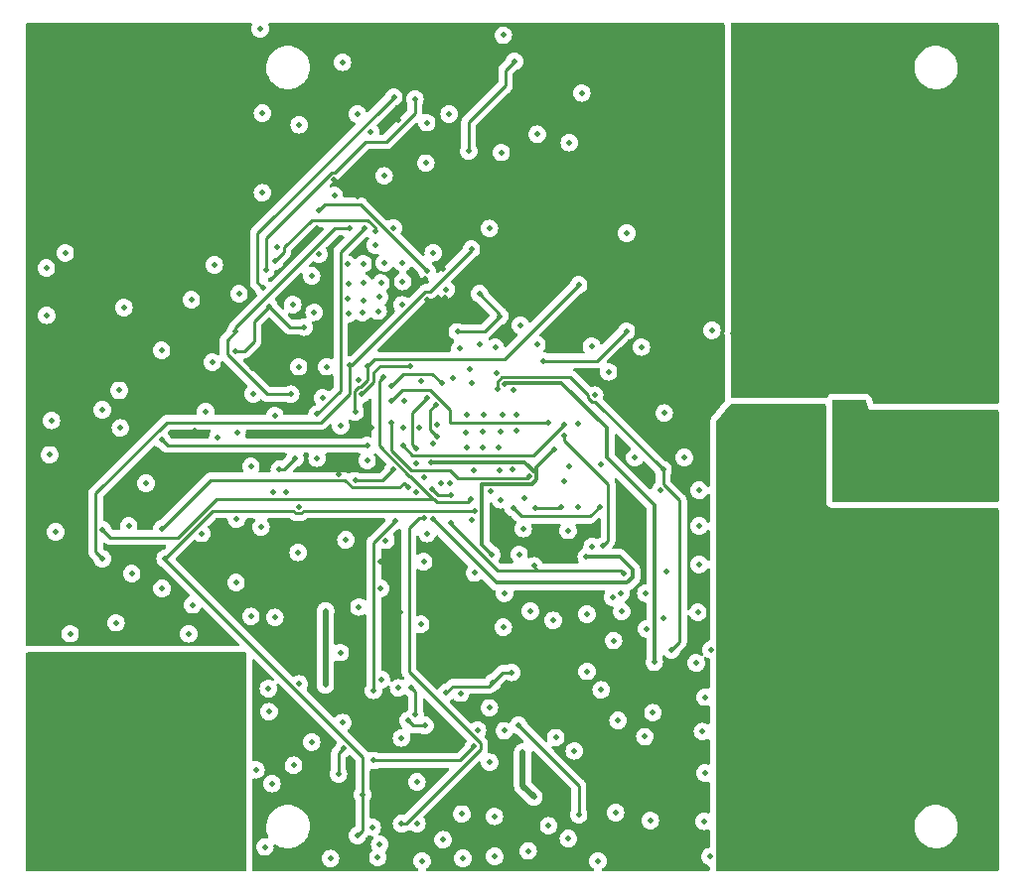
<source format=gbr>
%TF.GenerationSoftware,KiCad,Pcbnew,7.0.10-7.0.10~ubuntu22.04.1*%
%TF.CreationDate,2024-07-10T19:59:27-04:00*%
%TF.ProjectId,IcePSMNR55,49636550-534d-44e5-9235-352e6b696361,rev?*%
%TF.SameCoordinates,Original*%
%TF.FileFunction,Copper,L8,Bot*%
%TF.FilePolarity,Positive*%
%FSLAX46Y46*%
G04 Gerber Fmt 4.6, Leading zero omitted, Abs format (unit mm)*
G04 Created by KiCad (PCBNEW 7.0.10-7.0.10~ubuntu22.04.1) date 2024-07-10 19:59:27*
%MOMM*%
%LPD*%
G01*
G04 APERTURE LIST*
%TA.AperFunction,ComponentPad*%
%ADD10C,1.800000*%
%TD*%
%TA.AperFunction,ViaPad*%
%ADD11C,0.500000*%
%TD*%
%TA.AperFunction,Conductor*%
%ADD12C,0.250000*%
%TD*%
%TA.AperFunction,Conductor*%
%ADD13C,0.500000*%
%TD*%
%TA.AperFunction,Conductor*%
%ADD14C,0.350000*%
%TD*%
G04 APERTURE END LIST*
D10*
%TO.P,M4,1*%
%TO.N,/HighSw*%
X101600000Y-45720000D03*
%TO.P,M4,2*%
X104140000Y-45720000D03*
%TO.P,M4,3*%
X106680000Y-45720000D03*
%TO.P,M4,4*%
X109220000Y-45720000D03*
%TO.P,M4,5*%
X111760000Y-45720000D03*
%TO.P,M4,6*%
X114300000Y-45720000D03*
%TO.P,M4,7*%
X114300000Y-48260000D03*
%TO.P,M4,8*%
X111760000Y-48260000D03*
%TO.P,M4,9*%
X109220000Y-48260000D03*
%TO.P,M4,10*%
X106680000Y-48260000D03*
%TO.P,M4,11*%
X104140000Y-48260000D03*
%TO.P,M4,12*%
X101600000Y-48260000D03*
%TO.P,M4,13*%
X101600000Y-50800000D03*
%TO.P,M4,14*%
X104140000Y-50800000D03*
%TO.P,M4,15*%
X106680000Y-50800000D03*
%TO.P,M4,16*%
X109220000Y-50800000D03*
%TO.P,M4,17*%
X111760000Y-50800000D03*
%TO.P,M4,18*%
X114300000Y-50800000D03*
%TO.P,M4,19*%
X114300000Y-53340000D03*
%TO.P,M4,20*%
X111760000Y-53340000D03*
%TO.P,M4,21*%
X109220000Y-53340000D03*
%TO.P,M4,22*%
X106680000Y-53340000D03*
%TO.P,M4,23*%
X104140000Y-53340000D03*
%TO.P,M4,24*%
X101600000Y-53340000D03*
%TO.P,M4,25*%
X101600000Y-55880000D03*
%TO.P,M4,26*%
X104140000Y-55880000D03*
%TO.P,M4,27*%
X106680000Y-55880000D03*
%TO.P,M4,28*%
X109220000Y-55880000D03*
%TO.P,M4,29*%
X111760000Y-55880000D03*
%TO.P,M4,30*%
X114300000Y-55880000D03*
%TO.P,M4,31*%
X114300000Y-58420000D03*
%TO.P,M4,32*%
X111760000Y-58420000D03*
%TO.P,M4,33*%
X109220000Y-58420000D03*
%TO.P,M4,34*%
X106680000Y-58420000D03*
%TO.P,M4,35*%
X104140000Y-58420000D03*
%TO.P,M4,36*%
X101600000Y-58420000D03*
%TD*%
%TO.P,M3,1*%
%TO.N,GND*%
X101600000Y-82550000D03*
%TO.P,M3,2*%
X104140000Y-82550000D03*
%TO.P,M3,3*%
X106680000Y-82550000D03*
%TO.P,M3,4*%
X109220000Y-82550000D03*
%TO.P,M3,5*%
X111760000Y-82550000D03*
%TO.P,M3,6*%
X114300000Y-82550000D03*
%TO.P,M3,7*%
X114300000Y-85090000D03*
%TO.P,M3,8*%
X111760000Y-85090000D03*
%TO.P,M3,9*%
X109220000Y-85090000D03*
%TO.P,M3,10*%
X106680000Y-85090000D03*
%TO.P,M3,11*%
X104140000Y-85090000D03*
%TO.P,M3,12*%
X101600000Y-85090000D03*
%TO.P,M3,13*%
X101600000Y-87630000D03*
%TO.P,M3,14*%
X104140000Y-87630000D03*
%TO.P,M3,15*%
X106680000Y-87630000D03*
%TO.P,M3,16*%
X109220000Y-87630000D03*
%TO.P,M3,17*%
X111760000Y-87630000D03*
%TO.P,M3,18*%
X114300000Y-87630000D03*
%TO.P,M3,19*%
X114300000Y-90170000D03*
%TO.P,M3,20*%
X111760000Y-90170000D03*
%TO.P,M3,21*%
X109220000Y-90170000D03*
%TO.P,M3,22*%
X106680000Y-90170000D03*
%TO.P,M3,23*%
X104140000Y-90170000D03*
%TO.P,M3,24*%
X101600000Y-90170000D03*
%TO.P,M3,25*%
X101600000Y-92710000D03*
%TO.P,M3,26*%
X104140000Y-92710000D03*
%TO.P,M3,27*%
X106680000Y-92710000D03*
%TO.P,M3,28*%
X109220000Y-92710000D03*
%TO.P,M3,29*%
X111760000Y-92710000D03*
%TO.P,M3,30*%
X114300000Y-92710000D03*
%TO.P,M3,31*%
X114300000Y-95250000D03*
%TO.P,M3,32*%
X111760000Y-95250000D03*
%TO.P,M3,33*%
X109220000Y-95250000D03*
%TO.P,M3,34*%
X106680000Y-95250000D03*
%TO.P,M3,35*%
X104140000Y-95250000D03*
%TO.P,M3,36*%
X101600000Y-95250000D03*
%TD*%
%TO.P,M1,1*%
%TO.N,/VIN*%
X39370000Y-38100000D03*
%TO.P,M1,2*%
X41910000Y-38100000D03*
%TO.P,M1,3*%
X44450000Y-38100000D03*
%TO.P,M1,4*%
X46990000Y-38100000D03*
%TO.P,M1,5*%
X49530000Y-38100000D03*
%TO.P,M1,6*%
X52070000Y-38100000D03*
%TO.P,M1,7*%
X52070000Y-40640000D03*
%TO.P,M1,8*%
X49530000Y-40640000D03*
%TO.P,M1,9*%
X46990000Y-40640000D03*
%TO.P,M1,10*%
X44450000Y-40640000D03*
%TO.P,M1,11*%
X41910000Y-40640000D03*
%TO.P,M1,12*%
X39370000Y-40640000D03*
%TO.P,M1,13*%
X39370000Y-43180000D03*
%TO.P,M1,14*%
X41910000Y-43180000D03*
%TO.P,M1,15*%
X44450000Y-43180000D03*
%TO.P,M1,16*%
X46990000Y-43180000D03*
%TO.P,M1,17*%
X49530000Y-43180000D03*
%TO.P,M1,18*%
X52070000Y-43180000D03*
%TO.P,M1,19*%
X52070000Y-45720000D03*
%TO.P,M1,20*%
X49530000Y-45720000D03*
%TO.P,M1,21*%
X46990000Y-45720000D03*
%TO.P,M1,22*%
X44450000Y-45720000D03*
%TO.P,M1,23*%
X41910000Y-45720000D03*
%TO.P,M1,24*%
X39370000Y-45720000D03*
%TO.P,M1,25*%
X39370000Y-48260000D03*
%TO.P,M1,26*%
X41910000Y-48260000D03*
%TO.P,M1,27*%
X44450000Y-48260000D03*
%TO.P,M1,28*%
X46990000Y-48260000D03*
%TO.P,M1,29*%
X49530000Y-48260000D03*
%TO.P,M1,30*%
X52070000Y-48260000D03*
%TO.P,M1,31*%
X52070000Y-50800000D03*
%TO.P,M1,32*%
X49530000Y-50800000D03*
%TO.P,M1,33*%
X46990000Y-50800000D03*
%TO.P,M1,34*%
X44450000Y-50800000D03*
%TO.P,M1,35*%
X41910000Y-50800000D03*
%TO.P,M1,36*%
X39370000Y-50800000D03*
%TD*%
%TO.P,M2,36*%
%TO.N,GND*%
X39390000Y-102870000D03*
%TO.P,M2,35*%
X41930000Y-102870000D03*
%TO.P,M2,34*%
X44470000Y-102870000D03*
%TO.P,M2,33*%
X47010000Y-102870000D03*
%TO.P,M2,32*%
X49550000Y-102870000D03*
%TO.P,M2,31*%
X52090000Y-102870000D03*
%TO.P,M2,30*%
X52090000Y-100330000D03*
%TO.P,M2,29*%
X49550000Y-100330000D03*
%TO.P,M2,28*%
X47010000Y-100330000D03*
%TO.P,M2,27*%
X44470000Y-100330000D03*
%TO.P,M2,26*%
X41930000Y-100330000D03*
%TO.P,M2,25*%
X39390000Y-100330000D03*
%TO.P,M2,24*%
X39390000Y-97790000D03*
%TO.P,M2,23*%
X41930000Y-97790000D03*
%TO.P,M2,22*%
X44470000Y-97790000D03*
%TO.P,M2,21*%
X47010000Y-97790000D03*
%TO.P,M2,20*%
X49550000Y-97790000D03*
%TO.P,M2,19*%
X52090000Y-97790000D03*
%TO.P,M2,18*%
X52090000Y-95250000D03*
%TO.P,M2,17*%
X49550000Y-95250000D03*
%TO.P,M2,16*%
X47010000Y-95250000D03*
%TO.P,M2,15*%
X44470000Y-95250000D03*
%TO.P,M2,14*%
X41930000Y-95250000D03*
%TO.P,M2,13*%
X39390000Y-95250000D03*
%TO.P,M2,12*%
X39390000Y-92710000D03*
%TO.P,M2,11*%
X41930000Y-92710000D03*
%TO.P,M2,10*%
X44470000Y-92710000D03*
%TO.P,M2,9*%
X47010000Y-92710000D03*
%TO.P,M2,8*%
X49550000Y-92710000D03*
%TO.P,M2,7*%
X52090000Y-92710000D03*
%TO.P,M2,6*%
X52090000Y-90170000D03*
%TO.P,M2,5*%
X49550000Y-90170000D03*
%TO.P,M2,4*%
X47010000Y-90170000D03*
%TO.P,M2,3*%
X44470000Y-90170000D03*
%TO.P,M2,2*%
X41930000Y-90170000D03*
%TO.P,M2,1*%
X39390000Y-90170000D03*
%TD*%
D11*
%TO.N,GND*%
X77470000Y-79629000D03*
%TO.N,/VIN*%
X51054000Y-72136000D03*
X79883000Y-79121000D03*
%TO.N,/LED_R*%
X89747821Y-72417821D03*
%TO.N,GND*%
X91567000Y-71374000D03*
X92826749Y-74167353D03*
X92837000Y-77216000D03*
X95250000Y-76327000D03*
X100076000Y-67691000D03*
X102235000Y-67691000D03*
X101092000Y-67691000D03*
X99060000Y-67691000D03*
X98044000Y-67691000D03*
X100584000Y-69215000D03*
X102743000Y-69215000D03*
X101600000Y-69215000D03*
X99568000Y-69215000D03*
X98552000Y-69215000D03*
X97917000Y-73914000D03*
X99949000Y-73914000D03*
X101981000Y-73914000D03*
X100965000Y-73914000D03*
X98933000Y-73914000D03*
%TO.N,/AntiSeriesFB*%
X110236000Y-73787000D03*
X112014000Y-73787000D03*
X113538000Y-73787000D03*
X109855000Y-72390000D03*
X113157000Y-72390000D03*
X111379000Y-72390000D03*
X108712000Y-73787000D03*
X114681000Y-72390000D03*
X108839000Y-70866000D03*
X110363000Y-70866000D03*
X112141000Y-70866000D03*
X113665000Y-70866000D03*
X109982000Y-69469000D03*
X111506000Y-69469000D03*
X113284000Y-69469000D03*
X114808000Y-69469000D03*
X112141000Y-68072000D03*
X113665000Y-68072000D03*
%TO.N,GND*%
X97917000Y-70739000D03*
X98933000Y-70739000D03*
%TO.N,/AntiSeriesFB*%
X108839000Y-68072000D03*
X110363000Y-68072000D03*
X117221000Y-68961000D03*
X116713000Y-71374000D03*
X116840000Y-74041000D03*
X115443000Y-74422000D03*
X108839000Y-74803000D03*
X107315000Y-68199000D03*
X107315000Y-70612000D03*
X107442000Y-74041000D03*
%TO.N,GND*%
X89846000Y-67590000D03*
%TO.N,/AntiSeriesFB*%
X105918000Y-69596000D03*
X105029000Y-69596000D03*
X105918000Y-71628000D03*
X105029000Y-71628000D03*
X105918000Y-73533000D03*
X105029000Y-73533000D03*
%TO.N,GND*%
X112250000Y-76962000D03*
X113284000Y-76962000D03*
X110218000Y-76962000D03*
X111252000Y-76962000D03*
X109220000Y-76962000D03*
X110744000Y-76200000D03*
X112776000Y-76200000D03*
X95630000Y-72910000D03*
X94614000Y-72910000D03*
X95122000Y-71894000D03*
X43390000Y-65650000D03*
X55800000Y-104600000D03*
X105840000Y-79320000D03*
X65230000Y-53250000D03*
X78440000Y-84480000D03*
X94940000Y-91770000D03*
X84479737Y-91209916D03*
X100880000Y-99460000D03*
X67665600Y-66522600D03*
X74380000Y-69160000D03*
X95956000Y-90246000D03*
X108460000Y-99460000D03*
X60018332Y-58988445D03*
X96816000Y-99460000D03*
X88320000Y-85980000D03*
X72970000Y-69220000D03*
X94940000Y-85458000D03*
X62940000Y-59090000D03*
X101600000Y-72390000D03*
X44450000Y-81280000D03*
X49310000Y-86420000D03*
X104396000Y-99460000D03*
X87346000Y-71374000D03*
X98171000Y-101981000D03*
X77230000Y-67760000D03*
X103380000Y-99460000D03*
X75438000Y-61976000D03*
X101410000Y-76204000D03*
X76030000Y-67760000D03*
X80600000Y-95270000D03*
X64180000Y-56490000D03*
X56515000Y-74295000D03*
X95956000Y-91262000D03*
X61722000Y-49022000D03*
X71272400Y-57048400D03*
X64180000Y-54850000D03*
X81680000Y-103890000D03*
X83921600Y-66065400D03*
X81360000Y-73440000D03*
X68707000Y-71856600D03*
X88200000Y-95200000D03*
X97832000Y-99460000D03*
X80000000Y-102800000D03*
X75820000Y-72450000D03*
X60706000Y-66294000D03*
X62712600Y-78409800D03*
X94940000Y-83426000D03*
X93345000Y-91821000D03*
X102934000Y-77220000D03*
X82810000Y-40260000D03*
X97028000Y-88773000D03*
X97570000Y-84100000D03*
X82200000Y-96400000D03*
X94940000Y-92786000D03*
X53410000Y-76650000D03*
X75760000Y-70520000D03*
X88890000Y-93150000D03*
X105412000Y-99460000D03*
X95956000Y-84950000D03*
X103632000Y-104521000D03*
X67560000Y-56350000D03*
X65590000Y-57680000D03*
X98848000Y-99460000D03*
X102872000Y-100476000D03*
X96308000Y-100476000D03*
X76200000Y-94691200D03*
X55400000Y-34800000D03*
X75946000Y-45339000D03*
X58730000Y-42970000D03*
X88650000Y-102360000D03*
X76940000Y-72390000D03*
X37200000Y-59230000D03*
X113810000Y-76200000D03*
X94940000Y-93802000D03*
X93345000Y-98298000D03*
X58250000Y-97650000D03*
X100584000Y-72390000D03*
X97409000Y-97790000D03*
X89820000Y-85070000D03*
X104904000Y-100476000D03*
X58170000Y-58330000D03*
X94940000Y-86474000D03*
X65440000Y-105500000D03*
X95956000Y-80886000D03*
X99949000Y-70739000D03*
X99356000Y-100476000D03*
X95360000Y-103390000D03*
X104458000Y-76204000D03*
X93120000Y-94760000D03*
X92710000Y-84582000D03*
X62960000Y-56580000D03*
X95800000Y-99460000D03*
X65460000Y-58880000D03*
X86220000Y-84520000D03*
X56650000Y-85020000D03*
X76120000Y-35340000D03*
X95956000Y-95326000D03*
X80390000Y-85270000D03*
X62433200Y-94005400D03*
X94940000Y-84442000D03*
X90068900Y-81117500D03*
X93730000Y-105440000D03*
X63830000Y-84130000D03*
X99378000Y-76204000D03*
X66000000Y-54760000D03*
X93910000Y-60520000D03*
X100372000Y-100476000D03*
X43490000Y-68860000D03*
X98298000Y-86614000D03*
X109746000Y-76200000D03*
X64800000Y-43600000D03*
X79020000Y-43800000D03*
X62230000Y-88011000D03*
X56840000Y-53400000D03*
X98520000Y-79810000D03*
X83280000Y-89620000D03*
X93250000Y-102420000D03*
X62860000Y-54900000D03*
X101918000Y-77220000D03*
X94784000Y-99460000D03*
X102426000Y-76204000D03*
X69088000Y-85598000D03*
X86650000Y-52230000D03*
X95956000Y-94310000D03*
X59791600Y-55880000D03*
X56159400Y-93065600D03*
X73280000Y-63810000D03*
X102440000Y-78980000D03*
X73040000Y-70520000D03*
X45670000Y-73580000D03*
X53340000Y-82042000D03*
X78994000Y-61722000D03*
X81780000Y-72150000D03*
X69201885Y-105793320D03*
X106250000Y-102890000D03*
X72680000Y-105580000D03*
X74380000Y-70530000D03*
X74980800Y-97383600D03*
X99886000Y-77220000D03*
X78250000Y-104940000D03*
X107040000Y-77600000D03*
X95956000Y-86982000D03*
X83250000Y-84750000D03*
X102616000Y-72390000D03*
X105920000Y-100476000D03*
X73660000Y-81229200D03*
X98552000Y-72390000D03*
X72490000Y-91480000D03*
X62410000Y-37650000D03*
X69138800Y-64820800D03*
X64516000Y-71628000D03*
X82473800Y-68503800D03*
X77597000Y-60071000D03*
X76120000Y-85860000D03*
X97150000Y-78550000D03*
X88280000Y-82950000D03*
X95956000Y-93294000D03*
X73030000Y-67760000D03*
X94940000Y-90754000D03*
X65659000Y-82550000D03*
X98870000Y-77220000D03*
X111778000Y-76200000D03*
X55040000Y-98020000D03*
X66120000Y-78440000D03*
X103888000Y-100476000D03*
X38780000Y-53920000D03*
X97324000Y-100476000D03*
X73928348Y-94643407D03*
X64210000Y-57950000D03*
X69530000Y-46260000D03*
X84200000Y-105800000D03*
X92837000Y-80500000D03*
X83650000Y-61860000D03*
X95956000Y-83934000D03*
X71000000Y-104000000D03*
X85910000Y-93810000D03*
X86130000Y-82980000D03*
X67480000Y-58360000D03*
X94940000Y-81394000D03*
X65600000Y-104400000D03*
X55600000Y-42000000D03*
X81661000Y-77597000D03*
X99568000Y-72390000D03*
X115970000Y-78640000D03*
X65960000Y-47340000D03*
X95292000Y-100476000D03*
X39200000Y-86400000D03*
X95956000Y-92278000D03*
X73590000Y-72460000D03*
X95956000Y-85966000D03*
X77830000Y-77440000D03*
X64090000Y-59030000D03*
X63700000Y-42070000D03*
X67560000Y-54790000D03*
X81760000Y-44510000D03*
X67995800Y-93827600D03*
X51490000Y-54940000D03*
X95956000Y-96342000D03*
X75360000Y-102000000D03*
X43780000Y-58580000D03*
X58674000Y-63627000D03*
X106428000Y-99460000D03*
X69342000Y-80264000D03*
X37460000Y-71150000D03*
X77240000Y-69120000D03*
X100394000Y-76204000D03*
X100902000Y-77220000D03*
X58648600Y-79476600D03*
X100965000Y-70739000D03*
X95956000Y-81902000D03*
X44196000Y-77216000D03*
X107952000Y-100476000D03*
X72600000Y-101800000D03*
X75400000Y-105400000D03*
X74940000Y-51840000D03*
X51793054Y-69659660D03*
X92583000Y-88900000D03*
X107444000Y-99460000D03*
X74940000Y-92740000D03*
X94940000Y-94818000D03*
X74450000Y-67760000D03*
X84410000Y-71930000D03*
X62870000Y-57860000D03*
X43100000Y-85470000D03*
X99864000Y-99460000D03*
X83710000Y-78990000D03*
X94940000Y-82410000D03*
X61087000Y-63627000D03*
X103950000Y-77220000D03*
X105310000Y-103920000D03*
X102364000Y-99460000D03*
X106936000Y-100476000D03*
X96960000Y-105470000D03*
X85704158Y-101681458D03*
X103442000Y-76204000D03*
X98180000Y-93580000D03*
X69596000Y-42799000D03*
X95956000Y-82918000D03*
X93853000Y-87757000D03*
X37170000Y-55210000D03*
X37600000Y-68210000D03*
X85520000Y-86990000D03*
X104966000Y-77220000D03*
X61400000Y-105600000D03*
X64960000Y-102920000D03*
X111600000Y-79510000D03*
X59791600Y-95656400D03*
X101981000Y-70739000D03*
X109910000Y-98600000D03*
X101540000Y-102970000D03*
X54813200Y-65938400D03*
X58674000Y-75565000D03*
X37973000Y-77724000D03*
X65700000Y-56480000D03*
X87890000Y-61940000D03*
X75870000Y-69150000D03*
X56400000Y-99200000D03*
X60256161Y-71423956D03*
X69455000Y-94240000D03*
X116990000Y-98840000D03*
X94940000Y-95834000D03*
X55600000Y-48790000D03*
X98340000Y-100476000D03*
X82490000Y-75620000D03*
%TO.N,+3V3*%
X76962000Y-75666000D03*
X62267974Y-68647000D03*
X60421470Y-50271730D03*
X75845000Y-59309000D03*
X58369200Y-71424800D03*
X85460000Y-83320000D03*
X74105000Y-57404000D03*
X67564000Y-68847000D03*
X72218513Y-60636487D03*
X66747913Y-72387087D03*
X84330000Y-75565000D03*
X63497060Y-73344633D03*
X56155000Y-58480000D03*
X79502000Y-63119000D03*
X69000000Y-68850000D03*
X57048400Y-72390000D03*
X86614000Y-60579000D03*
X69630600Y-55460000D03*
X59165000Y-60258000D03*
X53310000Y-62290000D03*
%TO.N,/+22V*%
X77790000Y-96520000D03*
X65074800Y-97231200D03*
X73609200Y-96012000D03*
X78740000Y-100330000D03*
%TO.N,+5V*%
X57605000Y-74355000D03*
X60960000Y-90780000D03*
X66774620Y-51771141D03*
X60985200Y-84454800D03*
%TO.N,+1V2*%
X70443511Y-68604923D03*
X75148133Y-79670000D03*
X69993000Y-71754601D03*
X80441800Y-70688200D03*
%TO.N,+2V5*%
X78867000Y-75666000D03*
X81030000Y-75565000D03*
%TO.N,/VIN*%
X91440000Y-43942000D03*
X89408000Y-39878000D03*
X91440000Y-44958000D03*
X82720000Y-83220000D03*
X54760000Y-63710000D03*
X91440000Y-54356000D03*
X90424000Y-53848000D03*
X91440000Y-42926000D03*
X91440000Y-40894000D03*
X62103000Y-72771000D03*
X90424000Y-55880000D03*
X91440000Y-38862000D03*
X84170000Y-50820000D03*
X89960000Y-61010000D03*
X89408000Y-41910000D03*
X90424000Y-41402000D03*
X92456000Y-41402000D03*
X57000000Y-35400000D03*
X91440000Y-56388000D03*
X89408000Y-55372000D03*
X90976000Y-61010000D03*
X88944000Y-61010000D03*
X92456000Y-53848000D03*
X67200000Y-42600000D03*
X92456000Y-42418000D03*
X86716000Y-40542000D03*
X92456000Y-40386000D03*
X76600000Y-41200000D03*
X91484000Y-59994000D03*
X89408000Y-44958000D03*
X44530000Y-60630000D03*
X89408000Y-53340000D03*
X46190000Y-54390000D03*
X90424000Y-56896000D03*
X91440000Y-51308000D03*
X92456000Y-54864000D03*
X71130000Y-57750000D03*
X55110000Y-51170000D03*
X89408000Y-40894000D03*
X56600000Y-40600000D03*
X82646000Y-49804000D03*
X89452000Y-59994000D03*
X86716000Y-41558000D03*
X92456000Y-39370000D03*
X89408000Y-54356000D03*
X52090000Y-57130000D03*
X63670000Y-49060000D03*
X42190000Y-54210000D03*
X51562000Y-78994000D03*
X90424000Y-54864000D03*
X49784000Y-69088000D03*
X92456000Y-55880000D03*
X72400000Y-51400000D03*
X70485000Y-40259000D03*
X82138000Y-50820000D03*
X90424000Y-40386000D03*
X57200000Y-47000000D03*
X90424000Y-44450000D03*
X92456000Y-52832000D03*
X65659000Y-80264000D03*
X81122000Y-50820000D03*
X64008000Y-46609000D03*
X67310000Y-84582000D03*
X89408000Y-38862000D03*
X88180000Y-72560000D03*
X55800000Y-43800000D03*
X90424000Y-42418000D03*
X89408000Y-52324000D03*
X82000000Y-42800000D03*
X86716000Y-43590000D03*
X89408000Y-56388000D03*
X92456000Y-56896000D03*
X69494446Y-56149807D03*
X90424000Y-39370000D03*
X82550000Y-87500000D03*
X92456000Y-44450000D03*
X64897000Y-68834000D03*
X90424000Y-43434000D03*
X77978000Y-90525600D03*
X57200000Y-44600000D03*
X90424000Y-52832000D03*
X91440000Y-41910000D03*
X48640000Y-54050000D03*
X90468000Y-59994000D03*
X82753200Y-93675200D03*
X57290000Y-48680000D03*
X89408000Y-51308000D03*
X72567800Y-56286400D03*
X85700000Y-42066000D03*
X92456000Y-43434000D03*
X89408000Y-57404000D03*
X70993000Y-55245000D03*
X86716000Y-42574000D03*
X83662000Y-49804000D03*
X67400000Y-45000000D03*
X85700000Y-43082000D03*
X89408000Y-43942000D03*
X60200000Y-51800000D03*
X82000000Y-37400000D03*
X60198000Y-61214000D03*
X36930000Y-53680000D03*
X89408000Y-42926000D03*
X69610000Y-57930000D03*
X91440000Y-57404000D03*
X88436000Y-59994000D03*
X91440000Y-39878000D03*
X69350000Y-52570000D03*
X91440000Y-53340000D03*
X85700000Y-41050000D03*
X91440000Y-55372000D03*
X83154000Y-50820000D03*
X91440000Y-52324000D03*
X63260000Y-90932000D03*
X57023000Y-77927200D03*
X81630000Y-49804000D03*
X90424000Y-51816000D03*
X61710000Y-47660000D03*
X92456000Y-51816000D03*
X61400000Y-42400000D03*
X55800000Y-45800000D03*
%TO.N,Net-(U8-GND{slash}ADJ)*%
X56120000Y-91100000D03*
X58743587Y-90696413D03*
%TO.N,Net-(C43-Pad1)*%
X77419200Y-94234000D03*
X82550000Y-101854000D03*
%TO.N,/LED_R*%
X90474800Y-87782400D03*
X75620000Y-65532000D03*
%TO.N,/LED_G*%
X76962000Y-65624800D03*
X84582000Y-78943200D03*
X81330800Y-69494400D03*
%TO.N,/LED_B*%
X89001600Y-88849200D03*
X76250800Y-65074800D03*
%TO.N,/CDONE*%
X70154800Y-76657200D03*
X83210400Y-79857600D03*
X70131751Y-70208481D03*
%TO.N,Net-(IC1-CA)*%
X73176400Y-45237400D03*
X77070000Y-37567200D03*
%TO.N,/USB_M*%
X55880000Y-55372000D03*
X54610000Y-84937600D03*
X68760000Y-102610000D03*
X68595000Y-40800000D03*
%TO.N,/USB_P*%
X67462026Y-95300800D03*
X68760000Y-99060000D03*
X67208400Y-91033600D03*
X55626000Y-56896000D03*
X53441600Y-69291200D03*
X55473600Y-77317600D03*
X66800000Y-40600000D03*
%TO.N,/IOT_36B*%
X50749200Y-67462400D03*
X66580000Y-68427600D03*
X78319999Y-73004078D03*
%TO.N,/VGS:LOAD-IOB_13B*%
X74117200Y-61722000D03*
X70459600Y-69590000D03*
X70358000Y-66852800D03*
X71526400Y-42062400D03*
X70166127Y-53896000D03*
%TO.N,/VGS:Fly-IOB_18A*%
X71628000Y-76962000D03*
X78740000Y-80619600D03*
X86360000Y-81280000D03*
X68716983Y-74355000D03*
X69342000Y-73085000D03*
%TO.N,/IOT_43A*%
X66548000Y-66548000D03*
X80006265Y-68385000D03*
X41950000Y-67310000D03*
%TO.N,/IOT_42B*%
X81280000Y-68580000D03*
X46990000Y-69850000D03*
X64516000Y-70358000D03*
X67568653Y-70362653D03*
%TO.N,/FPGA_SO*%
X71628000Y-74549000D03*
X68067347Y-73918653D03*
X66894389Y-76818811D03*
X62077600Y-98399600D03*
X62484000Y-96215200D03*
X65074800Y-91236800D03*
X46990000Y-77470000D03*
X70027987Y-74040813D03*
%TO.N,/FT_SSn*%
X65909774Y-64508148D03*
X73369000Y-74930000D03*
X41960800Y-77520800D03*
X85090000Y-64058800D03*
%TO.N,/FPGA_SI*%
X73660000Y-75946000D03*
X63690000Y-103639000D03*
X47300000Y-79980000D03*
X64135000Y-100140000D03*
%TO.N,/FLASH_MOSI*%
X62992000Y-63500000D03*
X41950000Y-80010000D03*
X65735200Y-90322400D03*
X73406000Y-53594000D03*
%TO.N,/FT_SCK*%
X68229418Y-63567000D03*
X47040800Y-82550000D03*
X64052676Y-65973000D03*
X69650079Y-77853000D03*
%TO.N,/FLASH_MISO*%
X49657000Y-83947000D03*
X50419000Y-77851000D03*
X63500000Y-67497000D03*
X82550000Y-56642000D03*
X64592200Y-63576200D03*
X54610000Y-72136000D03*
X56642000Y-67810000D03*
%TO.N,/HighSw*%
X106470000Y-36430000D03*
X115824000Y-61976000D03*
X115189000Y-65278000D03*
X113538000Y-63246000D03*
X101346000Y-63246000D03*
X102870000Y-41148000D03*
X106680000Y-61976000D03*
X108204000Y-61976000D03*
X97282000Y-44958000D03*
X110490000Y-63246000D03*
X101346000Y-40132000D03*
X108966000Y-63246000D03*
X95730000Y-60810000D03*
X98806000Y-55880000D03*
X98806000Y-60452000D03*
X101346000Y-37084000D03*
X100584000Y-61976000D03*
X101346000Y-38608000D03*
X98806000Y-49784000D03*
X112776000Y-61976000D03*
X96266000Y-44958000D03*
X102870000Y-42672000D03*
X103632000Y-61976000D03*
X116850000Y-57200000D03*
X97536000Y-61976000D03*
X97282000Y-53340000D03*
X98806000Y-40640000D03*
X96266000Y-55372000D03*
X98806000Y-45212000D03*
X97282000Y-57404000D03*
X116890000Y-35410000D03*
X100076000Y-42672000D03*
X98806000Y-54356000D03*
X99060000Y-61976000D03*
X114300000Y-61976000D03*
X115189000Y-66294000D03*
X98806000Y-38862000D03*
X102108000Y-61976000D03*
X98806000Y-58928000D03*
X107720000Y-39390000D03*
X98806000Y-48260000D03*
X100076000Y-39624000D03*
X98806000Y-46736000D03*
X96266000Y-57404000D03*
X100076000Y-38100000D03*
X101346000Y-41656000D03*
X104394000Y-63246000D03*
X96774000Y-63246000D03*
X113157000Y-66294000D03*
X116820000Y-41280000D03*
X109500000Y-41810000D03*
X111252000Y-61976000D03*
X117200000Y-49320000D03*
X103060000Y-36240000D03*
X96266000Y-53340000D03*
X111125000Y-65278000D03*
X98806000Y-57404000D03*
X99822000Y-63246000D03*
X97282000Y-42926000D03*
X102870000Y-63246000D03*
X105918000Y-63246000D03*
X111125000Y-66294000D03*
X102870000Y-38100000D03*
X96266000Y-40894000D03*
X98806000Y-52832000D03*
X109728000Y-61976000D03*
X97282000Y-55372000D03*
X102870000Y-39624000D03*
X115062000Y-63246000D03*
X98806000Y-43688000D03*
X113157000Y-65278000D03*
X97282000Y-40894000D03*
X107442000Y-63246000D03*
X100076000Y-41148000D03*
X98806000Y-51308000D03*
X116586000Y-63246000D03*
X112014000Y-63246000D03*
X98806000Y-42164000D03*
X96266000Y-42926000D03*
X104610000Y-38710000D03*
X105156000Y-61976000D03*
X105180000Y-41430000D03*
X98298000Y-63246000D03*
%TO.N,/CRESET_N*%
X69600000Y-66294001D03*
X68681600Y-70604601D03*
%TO.N,/EE_CS*%
X53310000Y-60640000D03*
X62992000Y-51816000D03*
X58013600Y-65973000D03*
%TO.N,/EE_CLK*%
X64262000Y-51816000D03*
X60267500Y-67660000D03*
%TO.N,/EE_DAT*%
X65235000Y-52070000D03*
X56642000Y-54610000D03*
X53594000Y-57404000D03*
%TO.N,Net-(U9-EN{slash}UVLO)*%
X76860400Y-89712800D03*
X75201866Y-90575000D03*
X71260000Y-91450000D03*
%TO.N,/IOB_22A*%
X89509648Y-74193352D03*
X70782797Y-73573857D03*
X77927200Y-74879200D03*
X73406000Y-76708000D03*
%TO.N,/IOB_23B*%
X68630800Y-93268800D03*
X75895200Y-74980800D03*
X76250800Y-82956400D03*
X68275200Y-91033600D03*
%TO.N,/IOB_24A*%
X69342000Y-76521000D03*
X71577200Y-73592627D03*
X67462400Y-102616000D03*
%TO.N,/CRYSTAL-IOB_25B_G3*%
X75031600Y-74254078D03*
X75559627Y-64139627D03*
%TO.N,/IOB_0A*%
X73406000Y-65024000D03*
X49530000Y-57912000D03*
%TO.N,/IOB_2A*%
X51308000Y-63246000D03*
X71839405Y-64620975D03*
%TO.N,/IOB_4A*%
X63777929Y-64746071D03*
X66548000Y-65278000D03*
X46990000Y-62230000D03*
X70866000Y-65024000D03*
%TO.N,/CLK_12M_FT*%
X72390000Y-62090000D03*
X60411834Y-54011034D03*
%TD*%
D12*
%TO.N,GND*%
X69455000Y-94240000D02*
X68408200Y-94240000D01*
X68408200Y-94240000D02*
X67995800Y-93827600D01*
%TO.N,+3V3*%
X75845000Y-59144000D02*
X74105000Y-57404000D01*
X76962000Y-75666000D02*
X77687000Y-76391000D01*
X60909200Y-49784000D02*
X60421470Y-50271730D01*
X83504000Y-76391000D02*
X84330000Y-75565000D01*
X63497060Y-73344633D02*
X65790367Y-73344633D01*
X54864000Y-61483000D02*
X54057000Y-62290000D01*
X57048400Y-72390000D02*
X57404000Y-72390000D01*
X84074000Y-63119000D02*
X79502000Y-63119000D01*
X56155000Y-58480000D02*
X54864000Y-59771000D01*
X74517513Y-60636487D02*
X75845000Y-59309000D01*
X57933000Y-60258000D02*
X56155000Y-58480000D01*
X69630600Y-55440295D02*
X63974305Y-49784000D01*
X75845000Y-59309000D02*
X75845000Y-59144000D01*
X86614000Y-60579000D02*
X84074000Y-63119000D01*
X65790367Y-73344633D02*
X66747913Y-72387087D01*
X69630600Y-55460000D02*
X69630600Y-55440295D01*
X59165000Y-60258000D02*
X57933000Y-60258000D01*
X54057000Y-62290000D02*
X53310000Y-62290000D01*
X63974305Y-49784000D02*
X60909200Y-49784000D01*
X57404000Y-72390000D02*
X58369200Y-71424800D01*
X77687000Y-76391000D02*
X83504000Y-76391000D01*
X54864000Y-59771000D02*
X54864000Y-61483000D01*
X72218513Y-60636487D02*
X74517513Y-60636487D01*
%TO.N,/+22V*%
X72390000Y-97231200D02*
X73609200Y-96012000D01*
D13*
X77790000Y-96520000D02*
X77790000Y-99380000D01*
D12*
X65074800Y-97231200D02*
X72390000Y-97231200D01*
D13*
X77790000Y-99380000D02*
X78740000Y-100330000D01*
%TO.N,+5V*%
X60985200Y-84454800D02*
X60960000Y-84480000D01*
X60960000Y-84480000D02*
X60960000Y-90780000D01*
D14*
%TO.N,+1V2*%
X78944999Y-72185001D02*
X80441800Y-70688200D01*
X75148133Y-79670000D02*
X74285000Y-78806867D01*
X78944999Y-73262962D02*
X78944999Y-72745194D01*
X74285000Y-73629078D02*
X78578883Y-73629078D01*
X78944999Y-72745194D02*
X77954406Y-71754601D01*
X78944999Y-72745194D02*
X78944999Y-72185001D01*
X77954406Y-71754601D02*
X69993000Y-71754601D01*
X74285000Y-78806867D02*
X74285000Y-73629078D01*
X78578883Y-73629078D02*
X78944999Y-73262962D01*
D12*
%TO.N,+2V5*%
X80929000Y-75666000D02*
X81030000Y-75565000D01*
X78867000Y-75666000D02*
X80929000Y-75666000D01*
D13*
%TO.N,/VIN*%
X82753200Y-93675200D02*
X81127600Y-93675200D01*
X81127600Y-93675200D02*
X77978000Y-90525600D01*
D12*
%TO.N,Net-(C43-Pad1)*%
X82550000Y-99364800D02*
X82550000Y-101854000D01*
X77419200Y-94234000D02*
X82550000Y-99364800D01*
%TO.N,/LED_R*%
X81829800Y-64499800D02*
X76012627Y-64499800D01*
X89747821Y-72417821D02*
X83970400Y-66640400D01*
X76012627Y-64499800D02*
X75620000Y-64892427D01*
X83970400Y-66640400D02*
X83683427Y-66640400D01*
X91150000Y-87107200D02*
X91150000Y-75020531D01*
X83346600Y-66303573D02*
X83346600Y-66016600D01*
X90474800Y-87782400D02*
X91150000Y-87107200D01*
X91150000Y-75020531D02*
X89747821Y-73618352D01*
X83346600Y-66016600D02*
X81829800Y-64499800D01*
X75620000Y-64892427D02*
X75620000Y-65532000D01*
X89747821Y-73618352D02*
X89747821Y-72417821D01*
X83683427Y-66640400D02*
X83346600Y-66303573D01*
%TO.N,/LED_G*%
X84582000Y-78943200D02*
X85055000Y-78470200D01*
X85055000Y-78470200D02*
X85055000Y-73615000D01*
X85055000Y-73615000D02*
X81330800Y-69890800D01*
X81330800Y-69890800D02*
X81330800Y-69494400D01*
D14*
%TO.N,/LED_B*%
X89001600Y-75417716D02*
X89001600Y-88849200D01*
X84940000Y-68836400D02*
X84940000Y-71356116D01*
X76325800Y-64999800D02*
X81103400Y-64999800D01*
X81103400Y-64999800D02*
X84940000Y-68836400D01*
X76250800Y-65074800D02*
X76325800Y-64999800D01*
X84940000Y-71356116D02*
X89001600Y-75417716D01*
%TO.N,/CDONE*%
X75552600Y-82055000D02*
X86681016Y-82055000D01*
X86681016Y-82055000D02*
X87135000Y-81601016D01*
X86033616Y-79857600D02*
X83210400Y-79857600D01*
X87135000Y-80958984D02*
X86033616Y-79857600D01*
X87135000Y-81601016D02*
X87135000Y-80958984D01*
X70154800Y-76657200D02*
X75552600Y-82055000D01*
D12*
%TO.N,Net-(IC1-CA)*%
X77070000Y-37567200D02*
X76327000Y-38310200D01*
X76327000Y-39624000D02*
X73176400Y-42774600D01*
X76327000Y-38310200D02*
X76327000Y-39624000D01*
X73176400Y-42774600D02*
X73176400Y-45237400D01*
%TO.N,/USB_M*%
X61471827Y-47085000D02*
X55880000Y-52676827D01*
X55880000Y-52676827D02*
X55880000Y-55372000D01*
X68595000Y-40800000D02*
X68595000Y-42022000D01*
X64389000Y-44450000D02*
X61754000Y-47085000D01*
X68595000Y-42022000D02*
X66167000Y-44450000D01*
X66167000Y-44450000D02*
X64389000Y-44450000D01*
X61754000Y-47085000D02*
X61471827Y-47085000D01*
%TO.N,/USB_P*%
X55155000Y-56425000D02*
X55626000Y-56896000D01*
X55155000Y-52245000D02*
X55155000Y-56425000D01*
X66800000Y-40600000D02*
X55155000Y-52245000D01*
%TO.N,/IOT_36B*%
X78194999Y-73129078D02*
X72229078Y-73129078D01*
X72229078Y-73129078D02*
X71610000Y-72510000D01*
X78319999Y-73004078D02*
X78194999Y-73129078D01*
X71610000Y-72510000D02*
X68320396Y-72510000D01*
X66580000Y-70769604D02*
X66580000Y-68427600D01*
X68320396Y-72510000D02*
X66580000Y-70769604D01*
%TO.N,/VGS:LOAD-IOB_13B*%
X69868511Y-67342289D02*
X70358000Y-66852800D01*
X69868511Y-68998911D02*
X69868511Y-67342289D01*
X70459600Y-69590000D02*
X69868511Y-68998911D01*
%TO.N,/VGS:Fly-IOB_18A*%
X86360000Y-81280000D02*
X86106000Y-81026000D01*
X78740000Y-80619600D02*
X78740000Y-80721200D01*
X75606000Y-81026000D02*
X71628000Y-77048000D01*
X79044800Y-81026000D02*
X75606000Y-81026000D01*
X78740000Y-80721200D02*
X79044800Y-81026000D01*
X86106000Y-81026000D02*
X79044800Y-81026000D01*
X71628000Y-77048000D02*
X71628000Y-76962000D01*
%TO.N,/IOT_43A*%
X69900305Y-65569000D02*
X67527000Y-65569000D01*
X71610305Y-67279000D02*
X69900305Y-65569000D01*
X80006265Y-68385000D02*
X71610305Y-68385000D01*
X67527000Y-65569000D02*
X66548000Y-66548000D01*
X71610305Y-68385000D02*
X71610305Y-67279000D01*
%TO.N,/IOT_42B*%
X81280000Y-68580000D02*
X78680399Y-71179601D01*
X68385601Y-71179601D02*
X67568653Y-70362653D01*
X78680399Y-71179601D02*
X68385601Y-71179601D01*
X64516000Y-70358000D02*
X47498000Y-70358000D01*
X47498000Y-70358000D02*
X46990000Y-69850000D01*
%TO.N,/FPGA_SO*%
X67295061Y-73919633D02*
X63258887Y-73919633D01*
X65074800Y-91236800D02*
X65074800Y-78638400D01*
X65074800Y-78638400D02*
X66894389Y-76818811D01*
X67681694Y-73533000D02*
X67295061Y-73919633D01*
X68067347Y-73918653D02*
X67681694Y-73533000D01*
X63258887Y-73919633D02*
X62618254Y-73279000D01*
X71628000Y-74549000D02*
X70536174Y-74549000D01*
X62618254Y-73279000D02*
X62408173Y-73279000D01*
X61797827Y-73279000D02*
X51181000Y-73279000D01*
X62077600Y-98399600D02*
X62077600Y-96621600D01*
X62408173Y-73279000D02*
X62341173Y-73346000D01*
X61864827Y-73346000D02*
X61797827Y-73279000D01*
X70536174Y-74549000D02*
X70027987Y-74040813D01*
X62077600Y-96621600D02*
X62484000Y-96215200D01*
X51181000Y-73279000D02*
X46990000Y-77470000D01*
X62341173Y-73346000D02*
X61864827Y-73346000D01*
%TO.N,/FT_SSn*%
X69452987Y-74232987D02*
X69452987Y-74278986D01*
X41960800Y-77520800D02*
X42635000Y-78195000D01*
X68141000Y-72967000D02*
X68187000Y-72967000D01*
X42635000Y-78195000D02*
X48422604Y-78195000D01*
X73369000Y-74930000D02*
X73115000Y-75184000D01*
X65532000Y-64885922D02*
X65532000Y-70358000D01*
X51687604Y-74930000D02*
X70256400Y-74930000D01*
X65532000Y-70358000D02*
X68141000Y-72967000D01*
X48422604Y-78195000D02*
X51687604Y-74930000D01*
X68187000Y-72967000D02*
X69452987Y-74232987D01*
X69452987Y-74278986D02*
X70104001Y-74930000D01*
X73115000Y-75184000D02*
X70510400Y-75184000D01*
X65909774Y-64508148D02*
X65532000Y-64885922D01*
X70104001Y-74930000D02*
X70256400Y-74930000D01*
X70510400Y-75184000D02*
X70256400Y-74930000D01*
%TO.N,/FPGA_SI*%
X58912173Y-76140000D02*
X58435827Y-76140000D01*
X64135000Y-96901000D02*
X64135000Y-100140000D01*
X58241827Y-75946000D02*
X51344000Y-75946000D01*
X47310000Y-79980000D02*
X47300000Y-79980000D01*
X51344000Y-75946000D02*
X47310000Y-79980000D01*
X47300000Y-80080000D02*
X47460000Y-80240000D01*
X64135000Y-100140000D02*
X64135000Y-103194000D01*
X47460000Y-80240000D02*
X47474000Y-80240000D01*
X47474000Y-80240000D02*
X64135000Y-96901000D01*
X73660000Y-75946000D02*
X59106173Y-75946000D01*
X64135000Y-103194000D02*
X63690000Y-103639000D01*
X58435827Y-76140000D02*
X58241827Y-75946000D01*
X59106173Y-75946000D02*
X58912173Y-76140000D01*
X47300000Y-79980000D02*
X47300000Y-80080000D01*
%TO.N,/FLASH_MOSI*%
X41385800Y-79445800D02*
X41385800Y-74428895D01*
X69495000Y-57215000D02*
X69868173Y-57215000D01*
X47429695Y-68385000D02*
X60567805Y-68385000D01*
X73406000Y-53677173D02*
X73406000Y-53594000D01*
X62992000Y-65960805D02*
X62992000Y-63500000D01*
X62992000Y-63500000D02*
X63210000Y-63500000D01*
X41385800Y-74428895D02*
X47429695Y-68385000D01*
X60567805Y-68385000D02*
X62992000Y-65960805D01*
X63210000Y-63500000D02*
X69495000Y-57215000D01*
X69868173Y-57215000D02*
X73406000Y-53677173D01*
X41950000Y-80010000D02*
X41385800Y-79445800D01*
%TO.N,/FT_SCK*%
X68229418Y-63567000D02*
X65626705Y-63567000D01*
X65082000Y-64111705D02*
X65082000Y-64943676D01*
X65082000Y-64943676D02*
X64052676Y-65973000D01*
X65626705Y-63567000D02*
X65082000Y-64111705D01*
%TO.N,/FLASH_MISO*%
X65176400Y-62992000D02*
X76200000Y-62992000D01*
X63814503Y-65398000D02*
X63991280Y-65398000D01*
X63991280Y-65398000D02*
X64592200Y-64797080D01*
X63500000Y-67497000D02*
X63500000Y-67338849D01*
X63500000Y-67338849D02*
X63477676Y-67316525D01*
X76200000Y-62992000D02*
X82550000Y-56642000D01*
X63477676Y-67316525D02*
X63477676Y-65734827D01*
X63477676Y-65734827D02*
X63814503Y-65398000D01*
X64592200Y-63576200D02*
X65176400Y-62992000D01*
X64592200Y-64797080D02*
X64592200Y-63576200D01*
%TO.N,/CRESET_N*%
X68330000Y-67564001D02*
X69600000Y-66294001D01*
X68681600Y-70604601D02*
X68330000Y-70253001D01*
X68330000Y-70253001D02*
X68330000Y-67564001D01*
%TO.N,/EE_CS*%
X62992000Y-51816000D02*
X61793695Y-51816000D01*
X52585000Y-61365000D02*
X53310000Y-60640000D01*
X58013600Y-65973000D02*
X55967695Y-65973000D01*
X55967695Y-65973000D02*
X52585000Y-62590305D01*
X52585000Y-62590305D02*
X52585000Y-61365000D01*
X53310000Y-60299695D02*
X53310000Y-60640000D01*
X61793695Y-51816000D02*
X53310000Y-60299695D01*
%TO.N,/EE_CLK*%
X62267000Y-53811000D02*
X62267000Y-65660500D01*
X64262000Y-51816000D02*
X62267000Y-53811000D01*
X62267000Y-65660500D02*
X60267500Y-67660000D01*
%TO.N,/EE_DAT*%
X64566305Y-51095000D02*
X65235000Y-51763695D01*
X65235000Y-51763695D02*
X65235000Y-52070000D01*
X57415000Y-53456000D02*
X59776000Y-51095000D01*
X57415000Y-53837000D02*
X57415000Y-53456000D01*
X56642000Y-54610000D02*
X57415000Y-53837000D01*
X59776000Y-51095000D02*
X64566305Y-51095000D01*
%TO.N,Net-(U9-EN{slash}UVLO)*%
X71260000Y-91450000D02*
X71805000Y-90905000D01*
X76064066Y-89712800D02*
X75275465Y-90501401D01*
X74871866Y-90905000D02*
X75201866Y-90575000D01*
X75275465Y-90501401D02*
X75180000Y-90501401D01*
X71805000Y-90905000D02*
X74871866Y-90905000D01*
X76860400Y-89712800D02*
X76064066Y-89712800D01*
%TO.N,/IOB_23B*%
X68630800Y-93268800D02*
X68630800Y-91389200D01*
X68630800Y-91389200D02*
X68275200Y-91033600D01*
%TO.N,/IOB_24A*%
X68072000Y-89662000D02*
X68072000Y-77876400D01*
X68970200Y-76521000D02*
X69342000Y-76521000D01*
X67818373Y-102616000D02*
X74184200Y-96250173D01*
X68072000Y-77876400D02*
X68072000Y-77419200D01*
X68072000Y-77419200D02*
X68970200Y-76521000D01*
X74184200Y-95774200D02*
X68072000Y-89662000D01*
X67462400Y-102616000D02*
X67818373Y-102616000D01*
X74184200Y-96250173D02*
X74184200Y-95774200D01*
%TO.N,/IOB_4A*%
X70866000Y-65024000D02*
X70078600Y-64236600D01*
X67589400Y-64236600D02*
X66548000Y-65278000D01*
X70078600Y-64236600D02*
X67589400Y-64236600D01*
%TD*%
%TA.AperFunction,Conductor*%
%TO.N,GND*%
G36*
X54192734Y-88019685D02*
G01*
X54238489Y-88072489D01*
X54249695Y-88124304D01*
X54204520Y-106555804D01*
X54184671Y-106622795D01*
X54131755Y-106668420D01*
X54080520Y-106679500D01*
X35557500Y-106679500D01*
X35490461Y-106659815D01*
X35444706Y-106607011D01*
X35433500Y-106555500D01*
X35433500Y-88124000D01*
X35453185Y-88056961D01*
X35505989Y-88011206D01*
X35557500Y-88000000D01*
X54125695Y-88000000D01*
X54192734Y-88019685D01*
G37*
%TD.AperFunction*%
%TD*%
%TA.AperFunction,Conductor*%
%TO.N,/HighSw*%
G36*
X118306539Y-34310185D02*
G01*
X118352294Y-34362989D01*
X118363500Y-34414500D01*
X118363500Y-66680500D01*
X118343815Y-66747539D01*
X118291011Y-66793294D01*
X118239500Y-66804500D01*
X107789832Y-66804500D01*
X107722793Y-66784815D01*
X107677038Y-66732011D01*
X107670603Y-66714565D01*
X107572748Y-66372069D01*
X107560958Y-66335990D01*
X107557098Y-66325525D01*
X107554527Y-66318555D01*
X107540080Y-66283496D01*
X107540075Y-66283488D01*
X107462300Y-66162468D01*
X107462287Y-66162451D01*
X107416543Y-66109659D01*
X107416539Y-66109656D01*
X107416537Y-66109653D01*
X107307803Y-66015433D01*
X107307800Y-66015431D01*
X107307798Y-66015430D01*
X107176932Y-65955664D01*
X107176927Y-65955662D01*
X107176926Y-65955662D01*
X107109887Y-65935977D01*
X107109889Y-65935977D01*
X107109884Y-65935976D01*
X107047814Y-65927052D01*
X106967467Y-65915500D01*
X104264000Y-65915500D01*
X104263991Y-65915500D01*
X104263990Y-65915501D01*
X104156549Y-65927052D01*
X104156537Y-65927054D01*
X104105027Y-65938260D01*
X104002502Y-65972383D01*
X104002496Y-65972386D01*
X103881462Y-66050171D01*
X103881451Y-66050179D01*
X103828659Y-66095923D01*
X103734434Y-66204662D01*
X103734431Y-66204667D01*
X103719837Y-66236621D01*
X103674080Y-66289423D01*
X103607040Y-66309105D01*
X103589400Y-66307843D01*
X103510503Y-66296500D01*
X103510500Y-66296500D01*
X95628000Y-66296500D01*
X95560961Y-66276815D01*
X95515206Y-66224011D01*
X95504000Y-66172500D01*
X95504000Y-38167763D01*
X111175787Y-38167763D01*
X111205413Y-38437013D01*
X111205415Y-38437024D01*
X111273926Y-38699082D01*
X111273928Y-38699088D01*
X111379870Y-38948390D01*
X111451998Y-39066575D01*
X111520979Y-39179605D01*
X111520986Y-39179615D01*
X111694253Y-39387819D01*
X111694259Y-39387824D01*
X111895998Y-39568582D01*
X112121910Y-39718044D01*
X112367176Y-39833020D01*
X112367183Y-39833022D01*
X112367185Y-39833023D01*
X112626557Y-39911057D01*
X112626564Y-39911058D01*
X112626569Y-39911060D01*
X112894561Y-39950500D01*
X112894566Y-39950500D01*
X113097629Y-39950500D01*
X113097631Y-39950500D01*
X113097636Y-39950499D01*
X113097648Y-39950499D01*
X113135191Y-39947750D01*
X113300156Y-39935677D01*
X113412758Y-39910593D01*
X113564546Y-39876782D01*
X113564548Y-39876781D01*
X113564553Y-39876780D01*
X113817558Y-39780014D01*
X114053777Y-39647441D01*
X114268177Y-39481888D01*
X114456186Y-39286881D01*
X114613799Y-39066579D01*
X114687787Y-38922669D01*
X114737649Y-38825690D01*
X114737651Y-38825684D01*
X114737656Y-38825675D01*
X114825118Y-38569305D01*
X114874319Y-38302933D01*
X114884212Y-38032235D01*
X114854586Y-37762982D01*
X114786072Y-37500912D01*
X114680130Y-37251610D01*
X114539018Y-37020390D01*
X114449747Y-36913119D01*
X114365746Y-36812180D01*
X114365740Y-36812175D01*
X114164002Y-36631418D01*
X113938092Y-36481957D01*
X113938090Y-36481956D01*
X113692824Y-36366980D01*
X113692819Y-36366978D01*
X113692814Y-36366976D01*
X113433442Y-36288942D01*
X113433428Y-36288939D01*
X113317791Y-36271921D01*
X113165439Y-36249500D01*
X112962369Y-36249500D01*
X112962351Y-36249500D01*
X112759844Y-36264323D01*
X112759831Y-36264325D01*
X112495453Y-36323217D01*
X112495446Y-36323220D01*
X112242439Y-36419987D01*
X112006226Y-36552557D01*
X111791822Y-36718112D01*
X111603822Y-36913109D01*
X111603816Y-36913116D01*
X111446202Y-37133419D01*
X111446199Y-37133424D01*
X111322350Y-37374309D01*
X111322343Y-37374327D01*
X111234884Y-37630685D01*
X111234881Y-37630699D01*
X111185681Y-37897068D01*
X111185680Y-37897075D01*
X111175787Y-38167763D01*
X95504000Y-38167763D01*
X95504000Y-34414500D01*
X95523685Y-34347461D01*
X95576489Y-34301706D01*
X95628000Y-34290500D01*
X118239500Y-34290500D01*
X118306539Y-34310185D01*
G37*
%TD.AperFunction*%
%TD*%
%TA.AperFunction,Conductor*%
%TO.N,GND*%
G36*
X103577539Y-66821685D02*
G01*
X103623294Y-66874489D01*
X103634500Y-66926000D01*
X103634500Y-75060000D01*
X103634501Y-75060009D01*
X103646052Y-75167450D01*
X103646054Y-75167462D01*
X103657260Y-75218972D01*
X103691383Y-75321497D01*
X103691386Y-75321503D01*
X103769171Y-75442537D01*
X103769179Y-75442548D01*
X103814923Y-75495340D01*
X103814926Y-75495343D01*
X103814930Y-75495347D01*
X103923664Y-75589567D01*
X104054541Y-75649338D01*
X104121580Y-75669023D01*
X104121584Y-75669024D01*
X104264000Y-75689500D01*
X104264003Y-75689500D01*
X118239500Y-75689500D01*
X118306539Y-75709185D01*
X118352294Y-75761989D01*
X118363500Y-75813500D01*
X118363500Y-106555500D01*
X118343815Y-106622539D01*
X118291011Y-106668294D01*
X118239500Y-106679500D01*
X94358000Y-106679500D01*
X94290961Y-106659815D01*
X94245206Y-106607011D01*
X94234000Y-106555500D01*
X94234000Y-102937763D01*
X111175787Y-102937763D01*
X111205413Y-103207013D01*
X111205415Y-103207024D01*
X111273926Y-103469082D01*
X111273928Y-103469088D01*
X111379870Y-103718390D01*
X111451998Y-103836575D01*
X111520979Y-103949605D01*
X111520986Y-103949615D01*
X111694253Y-104157819D01*
X111694259Y-104157824D01*
X111895998Y-104338582D01*
X112121910Y-104488044D01*
X112367176Y-104603020D01*
X112367183Y-104603022D01*
X112367185Y-104603023D01*
X112626557Y-104681057D01*
X112626564Y-104681058D01*
X112626569Y-104681060D01*
X112894561Y-104720500D01*
X112894566Y-104720500D01*
X113097629Y-104720500D01*
X113097631Y-104720500D01*
X113097636Y-104720499D01*
X113097648Y-104720499D01*
X113135191Y-104717750D01*
X113300156Y-104705677D01*
X113412758Y-104680593D01*
X113564546Y-104646782D01*
X113564548Y-104646781D01*
X113564553Y-104646780D01*
X113817558Y-104550014D01*
X114053777Y-104417441D01*
X114268177Y-104251888D01*
X114456186Y-104056881D01*
X114613799Y-103836579D01*
X114687787Y-103692669D01*
X114737649Y-103595690D01*
X114737651Y-103595684D01*
X114737656Y-103595675D01*
X114825118Y-103339305D01*
X114874319Y-103072933D01*
X114884212Y-102802235D01*
X114854586Y-102532982D01*
X114786072Y-102270912D01*
X114680130Y-102021610D01*
X114539018Y-101790390D01*
X114449747Y-101683119D01*
X114365746Y-101582180D01*
X114365740Y-101582175D01*
X114164002Y-101401418D01*
X113938092Y-101251957D01*
X113938090Y-101251956D01*
X113692824Y-101136980D01*
X113692819Y-101136978D01*
X113692814Y-101136976D01*
X113433442Y-101058942D01*
X113433428Y-101058939D01*
X113317791Y-101041921D01*
X113165439Y-101019500D01*
X112962369Y-101019500D01*
X112962351Y-101019500D01*
X112759844Y-101034323D01*
X112759831Y-101034325D01*
X112495453Y-101093217D01*
X112495446Y-101093220D01*
X112242439Y-101189987D01*
X112006226Y-101322557D01*
X111791822Y-101488112D01*
X111603822Y-101683109D01*
X111603816Y-101683116D01*
X111446202Y-101903419D01*
X111446199Y-101903424D01*
X111322350Y-102144309D01*
X111322343Y-102144327D01*
X111234884Y-102400685D01*
X111234881Y-102400699D01*
X111185681Y-102667068D01*
X111185680Y-102667075D01*
X111175787Y-102937763D01*
X94234000Y-102937763D01*
X94234000Y-68370893D01*
X94253685Y-68303854D01*
X94262736Y-68291516D01*
X95466819Y-66846616D01*
X95524858Y-66807718D01*
X95562078Y-66802000D01*
X103510500Y-66802000D01*
X103577539Y-66821685D01*
G37*
%TD.AperFunction*%
%TD*%
%TA.AperFunction,Conductor*%
%TO.N,/VIN*%
G36*
X54250000Y-53000000D02*
G01*
X35433500Y-53000000D01*
X35433500Y-34414500D01*
X35453185Y-34347461D01*
X35505989Y-34301706D01*
X35557500Y-34290500D01*
X54250000Y-34290500D01*
X54250000Y-53000000D01*
G37*
%TD.AperFunction*%
%TD*%
%TA.AperFunction,Conductor*%
%TO.N,/VIN*%
G36*
X54676793Y-34310185D02*
G01*
X54722548Y-34362989D01*
X54732492Y-34432147D01*
X54721474Y-34468301D01*
X54719546Y-34472302D01*
X54663685Y-34631943D01*
X54644751Y-34799997D01*
X54644751Y-34800002D01*
X54663685Y-34968056D01*
X54719545Y-35127694D01*
X54719547Y-35127697D01*
X54809518Y-35270884D01*
X54809523Y-35270890D01*
X54929109Y-35390476D01*
X54929115Y-35390481D01*
X55072302Y-35480452D01*
X55072305Y-35480454D01*
X55072309Y-35480455D01*
X55072310Y-35480456D01*
X55144913Y-35505860D01*
X55231943Y-35536314D01*
X55399997Y-35555249D01*
X55400000Y-35555249D01*
X55400003Y-35555249D01*
X55568056Y-35536314D01*
X55568059Y-35536313D01*
X55727690Y-35480456D01*
X55727692Y-35480454D01*
X55727694Y-35480454D01*
X55727697Y-35480452D01*
X55870884Y-35390481D01*
X55870885Y-35390480D01*
X55870890Y-35390477D01*
X55921365Y-35340002D01*
X75364751Y-35340002D01*
X75383685Y-35508056D01*
X75439545Y-35667694D01*
X75439547Y-35667697D01*
X75529518Y-35810884D01*
X75529523Y-35810890D01*
X75649109Y-35930476D01*
X75649115Y-35930481D01*
X75792302Y-36020452D01*
X75792305Y-36020454D01*
X75792309Y-36020455D01*
X75792310Y-36020456D01*
X75864913Y-36045860D01*
X75951943Y-36076314D01*
X76119997Y-36095249D01*
X76120000Y-36095249D01*
X76120003Y-36095249D01*
X76288056Y-36076314D01*
X76288059Y-36076313D01*
X76447690Y-36020456D01*
X76447692Y-36020454D01*
X76447694Y-36020454D01*
X76447697Y-36020452D01*
X76590884Y-35930481D01*
X76590885Y-35930480D01*
X76590890Y-35930477D01*
X76710477Y-35810890D01*
X76800452Y-35667697D01*
X76800454Y-35667694D01*
X76800454Y-35667692D01*
X76800456Y-35667690D01*
X76856313Y-35508059D01*
X76856313Y-35508058D01*
X76856314Y-35508056D01*
X76875249Y-35340002D01*
X76875249Y-35339997D01*
X76856314Y-35171943D01*
X76800454Y-35012305D01*
X76800452Y-35012302D01*
X76710481Y-34869115D01*
X76710476Y-34869109D01*
X76590890Y-34749523D01*
X76590884Y-34749518D01*
X76447697Y-34659547D01*
X76447694Y-34659545D01*
X76288056Y-34603685D01*
X76120003Y-34584751D01*
X76119997Y-34584751D01*
X75951943Y-34603685D01*
X75792305Y-34659545D01*
X75792302Y-34659547D01*
X75649115Y-34749518D01*
X75649109Y-34749523D01*
X75529523Y-34869109D01*
X75529518Y-34869115D01*
X75439547Y-35012302D01*
X75439545Y-35012305D01*
X75383685Y-35171943D01*
X75364751Y-35339997D01*
X75364751Y-35340002D01*
X55921365Y-35340002D01*
X55990477Y-35270890D01*
X56080452Y-35127697D01*
X56080454Y-35127694D01*
X56080454Y-35127692D01*
X56080456Y-35127690D01*
X56136313Y-34968059D01*
X56136313Y-34968058D01*
X56136314Y-34968056D01*
X56155249Y-34800002D01*
X56155249Y-34799997D01*
X56136314Y-34631943D01*
X56080453Y-34472302D01*
X56078526Y-34468301D01*
X56067174Y-34399360D01*
X56094896Y-34335226D01*
X56152892Y-34296260D01*
X56190246Y-34290500D01*
X94874500Y-34290500D01*
X94941539Y-34310185D01*
X94987294Y-34362989D01*
X94998500Y-34414500D01*
X94998500Y-60607117D01*
X94993793Y-60634822D01*
X94995236Y-60635152D01*
X94993686Y-60641941D01*
X94974751Y-60809997D01*
X94974751Y-60810002D01*
X94993685Y-60978052D01*
X94995236Y-60984844D01*
X94993790Y-60985173D01*
X94998500Y-61012882D01*
X94998500Y-66172500D01*
X94998501Y-66172509D01*
X95010052Y-66279950D01*
X95010054Y-66279962D01*
X95021260Y-66331472D01*
X95055384Y-66433998D01*
X95056519Y-66436370D01*
X95056846Y-66438393D01*
X95057836Y-66441365D01*
X95057354Y-66441525D01*
X95067698Y-66505339D01*
X95039923Y-66569274D01*
X93874408Y-67967892D01*
X93855143Y-67992520D01*
X93846102Y-68004844D01*
X93828432Y-68030557D01*
X93768663Y-68161430D01*
X93748976Y-68228475D01*
X93728500Y-68370894D01*
X93728500Y-73761437D01*
X93708815Y-73828476D01*
X93656011Y-73874231D01*
X93586853Y-73884175D01*
X93523297Y-73855150D01*
X93499507Y-73827410D01*
X93417227Y-73696464D01*
X93297639Y-73576876D01*
X93297633Y-73576871D01*
X93154446Y-73486900D01*
X93154443Y-73486898D01*
X92994805Y-73431038D01*
X92826752Y-73412104D01*
X92826746Y-73412104D01*
X92658692Y-73431038D01*
X92499054Y-73486898D01*
X92499051Y-73486900D01*
X92355864Y-73576871D01*
X92355858Y-73576876D01*
X92236272Y-73696462D01*
X92236267Y-73696468D01*
X92146296Y-73839655D01*
X92146294Y-73839658D01*
X92090434Y-73999296D01*
X92071500Y-74167350D01*
X92071500Y-74167355D01*
X92090434Y-74335409D01*
X92146294Y-74495047D01*
X92146296Y-74495050D01*
X92236267Y-74638237D01*
X92236272Y-74638243D01*
X92355858Y-74757829D01*
X92355864Y-74757834D01*
X92499051Y-74847805D01*
X92499054Y-74847807D01*
X92499058Y-74847808D01*
X92499059Y-74847809D01*
X92547477Y-74864751D01*
X92658692Y-74903667D01*
X92826746Y-74922602D01*
X92826749Y-74922602D01*
X92826752Y-74922602D01*
X92994805Y-74903667D01*
X93049447Y-74884547D01*
X93154439Y-74847809D01*
X93154441Y-74847807D01*
X93154443Y-74847807D01*
X93154446Y-74847805D01*
X93297633Y-74757834D01*
X93297634Y-74757833D01*
X93297639Y-74757830D01*
X93417226Y-74638243D01*
X93499506Y-74507296D01*
X93551841Y-74461005D01*
X93620895Y-74450357D01*
X93684743Y-74478732D01*
X93723115Y-74537122D01*
X93728500Y-74573268D01*
X93728500Y-76793770D01*
X93708815Y-76860809D01*
X93656011Y-76906564D01*
X93586853Y-76916508D01*
X93523297Y-76887483D01*
X93499507Y-76859743D01*
X93427478Y-76745111D01*
X93307890Y-76625523D01*
X93307884Y-76625518D01*
X93164697Y-76535547D01*
X93164694Y-76535545D01*
X93005056Y-76479685D01*
X92837003Y-76460751D01*
X92836997Y-76460751D01*
X92668943Y-76479685D01*
X92509305Y-76535545D01*
X92509302Y-76535547D01*
X92366115Y-76625518D01*
X92366109Y-76625523D01*
X92246523Y-76745109D01*
X92246518Y-76745115D01*
X92156547Y-76888302D01*
X92156545Y-76888305D01*
X92100685Y-77047943D01*
X92081751Y-77215997D01*
X92081751Y-77216002D01*
X92100685Y-77384056D01*
X92156545Y-77543693D01*
X92246518Y-77686884D01*
X92246523Y-77686890D01*
X92366109Y-77806476D01*
X92366115Y-77806481D01*
X92509302Y-77896452D01*
X92509305Y-77896454D01*
X92509309Y-77896455D01*
X92509310Y-77896456D01*
X92555407Y-77912586D01*
X92668943Y-77952314D01*
X92836997Y-77971249D01*
X92837000Y-77971249D01*
X92837003Y-77971249D01*
X93005056Y-77952314D01*
X93005059Y-77952313D01*
X93164690Y-77896456D01*
X93164692Y-77896454D01*
X93164694Y-77896454D01*
X93164697Y-77896452D01*
X93307884Y-77806481D01*
X93307885Y-77806480D01*
X93307890Y-77806477D01*
X93427477Y-77686890D01*
X93499506Y-77572256D01*
X93551841Y-77525966D01*
X93620895Y-77515318D01*
X93684743Y-77543693D01*
X93723115Y-77602083D01*
X93728500Y-77638229D01*
X93728500Y-80077770D01*
X93708815Y-80144809D01*
X93656011Y-80190564D01*
X93586853Y-80200508D01*
X93523297Y-80171483D01*
X93499507Y-80143743D01*
X93427478Y-80029111D01*
X93307890Y-79909523D01*
X93307884Y-79909518D01*
X93164697Y-79819547D01*
X93164694Y-79819545D01*
X93005056Y-79763685D01*
X92837003Y-79744751D01*
X92836997Y-79744751D01*
X92668943Y-79763685D01*
X92509305Y-79819545D01*
X92509302Y-79819547D01*
X92366115Y-79909518D01*
X92366109Y-79909523D01*
X92246523Y-80029109D01*
X92246518Y-80029115D01*
X92156547Y-80172302D01*
X92156545Y-80172305D01*
X92100685Y-80331943D01*
X92081751Y-80499997D01*
X92081751Y-80500002D01*
X92100685Y-80668056D01*
X92156545Y-80827693D01*
X92246518Y-80970884D01*
X92246523Y-80970890D01*
X92366109Y-81090476D01*
X92366115Y-81090481D01*
X92509302Y-81180452D01*
X92509305Y-81180454D01*
X92509309Y-81180455D01*
X92509310Y-81180456D01*
X92581913Y-81205860D01*
X92668943Y-81236314D01*
X92836997Y-81255249D01*
X92837000Y-81255249D01*
X92837003Y-81255249D01*
X93005056Y-81236314D01*
X93025395Y-81229197D01*
X93164690Y-81180456D01*
X93164692Y-81180454D01*
X93164694Y-81180454D01*
X93164697Y-81180452D01*
X93307884Y-81090481D01*
X93307885Y-81090480D01*
X93307890Y-81090477D01*
X93427477Y-80970890D01*
X93499506Y-80856256D01*
X93551841Y-80809966D01*
X93620895Y-80799318D01*
X93684743Y-80827693D01*
X93723115Y-80886083D01*
X93728500Y-80922229D01*
X93728500Y-86917461D01*
X93708815Y-86984500D01*
X93656011Y-87030255D01*
X93645455Y-87034502D01*
X93525313Y-87076542D01*
X93525302Y-87076547D01*
X93382115Y-87166518D01*
X93382109Y-87166523D01*
X93262523Y-87286109D01*
X93262518Y-87286115D01*
X93172547Y-87429302D01*
X93172545Y-87429305D01*
X93116685Y-87588943D01*
X93097751Y-87756997D01*
X93097751Y-87757002D01*
X93116685Y-87925056D01*
X93172545Y-88084692D01*
X93194344Y-88119385D01*
X93213344Y-88186622D01*
X93192976Y-88253457D01*
X93139708Y-88298671D01*
X93070452Y-88307908D01*
X93023378Y-88290351D01*
X92910692Y-88219545D01*
X92910691Y-88219544D01*
X92910690Y-88219544D01*
X92872370Y-88206135D01*
X92751056Y-88163685D01*
X92583003Y-88144751D01*
X92582997Y-88144751D01*
X92414943Y-88163685D01*
X92255305Y-88219545D01*
X92255302Y-88219547D01*
X92112115Y-88309518D01*
X92112109Y-88309523D01*
X91992523Y-88429109D01*
X91992518Y-88429115D01*
X91902547Y-88572302D01*
X91902545Y-88572305D01*
X91846685Y-88731943D01*
X91827751Y-88899997D01*
X91827751Y-88900002D01*
X91846685Y-89068056D01*
X91902545Y-89227694D01*
X91902547Y-89227697D01*
X91992518Y-89370884D01*
X91992523Y-89370890D01*
X92112109Y-89490476D01*
X92112115Y-89490481D01*
X92255302Y-89580452D01*
X92255305Y-89580454D01*
X92255309Y-89580455D01*
X92255310Y-89580456D01*
X92271397Y-89586085D01*
X92414943Y-89636314D01*
X92582997Y-89655249D01*
X92583000Y-89655249D01*
X92583003Y-89655249D01*
X92751056Y-89636314D01*
X92797679Y-89620000D01*
X92910690Y-89580456D01*
X92910692Y-89580454D01*
X92910694Y-89580454D01*
X92910697Y-89580452D01*
X93053884Y-89490481D01*
X93053885Y-89490480D01*
X93053890Y-89490477D01*
X93173477Y-89370890D01*
X93205401Y-89320084D01*
X93263452Y-89227697D01*
X93263454Y-89227694D01*
X93263454Y-89227692D01*
X93263456Y-89227690D01*
X93319313Y-89068059D01*
X93319313Y-89068058D01*
X93319314Y-89068056D01*
X93338249Y-88900002D01*
X93338249Y-88899997D01*
X93319314Y-88731943D01*
X93273663Y-88601481D01*
X93263456Y-88572310D01*
X93263454Y-88572307D01*
X93263454Y-88572306D01*
X93241656Y-88537615D01*
X93222655Y-88470378D01*
X93243022Y-88403543D01*
X93296290Y-88358328D01*
X93365546Y-88349090D01*
X93412621Y-88366648D01*
X93512035Y-88429115D01*
X93525307Y-88437454D01*
X93525307Y-88437455D01*
X93525310Y-88437456D01*
X93645456Y-88479496D01*
X93702230Y-88520216D01*
X93727978Y-88585169D01*
X93728500Y-88596537D01*
X93728500Y-90985310D01*
X93708815Y-91052349D01*
X93656011Y-91098104D01*
X93586853Y-91108048D01*
X93563547Y-91102352D01*
X93513059Y-91084686D01*
X93345003Y-91065751D01*
X93344997Y-91065751D01*
X93176943Y-91084685D01*
X93017305Y-91140545D01*
X93017302Y-91140547D01*
X92874115Y-91230518D01*
X92874109Y-91230523D01*
X92754523Y-91350109D01*
X92754518Y-91350115D01*
X92664547Y-91493302D01*
X92664545Y-91493305D01*
X92608685Y-91652943D01*
X92589751Y-91820997D01*
X92589751Y-91821002D01*
X92608685Y-91989056D01*
X92664545Y-92148694D01*
X92664547Y-92148697D01*
X92754518Y-92291884D01*
X92754523Y-92291890D01*
X92874109Y-92411476D01*
X92874115Y-92411481D01*
X93017302Y-92501452D01*
X93017305Y-92501454D01*
X93017309Y-92501455D01*
X93017310Y-92501456D01*
X93089913Y-92526860D01*
X93176943Y-92557314D01*
X93344997Y-92576249D01*
X93345000Y-92576249D01*
X93345003Y-92576249D01*
X93513059Y-92557313D01*
X93513061Y-92557313D01*
X93563545Y-92539648D01*
X93633324Y-92536086D01*
X93693951Y-92570814D01*
X93726179Y-92632808D01*
X93728500Y-92656689D01*
X93728500Y-94031627D01*
X93708815Y-94098666D01*
X93656011Y-94144421D01*
X93586853Y-94154365D01*
X93538528Y-94136621D01*
X93447692Y-94079545D01*
X93447691Y-94079544D01*
X93447690Y-94079544D01*
X93396812Y-94061741D01*
X93288056Y-94023685D01*
X93120003Y-94004751D01*
X93119997Y-94004751D01*
X92951943Y-94023685D01*
X92792305Y-94079545D01*
X92792302Y-94079547D01*
X92649115Y-94169518D01*
X92649109Y-94169523D01*
X92529523Y-94289109D01*
X92529518Y-94289115D01*
X92439547Y-94432302D01*
X92439545Y-94432305D01*
X92383685Y-94591943D01*
X92364751Y-94759997D01*
X92364751Y-94760002D01*
X92383685Y-94928056D01*
X92439545Y-95087694D01*
X92439547Y-95087697D01*
X92529518Y-95230884D01*
X92529523Y-95230890D01*
X92649109Y-95350476D01*
X92649115Y-95350481D01*
X92792302Y-95440452D01*
X92792305Y-95440454D01*
X92792309Y-95440455D01*
X92792310Y-95440456D01*
X92864913Y-95465860D01*
X92951943Y-95496314D01*
X93119997Y-95515249D01*
X93120000Y-95515249D01*
X93120003Y-95515249D01*
X93288056Y-95496314D01*
X93288059Y-95496313D01*
X93447690Y-95440456D01*
X93538527Y-95383378D01*
X93605764Y-95364378D01*
X93672599Y-95384745D01*
X93717814Y-95438013D01*
X93728500Y-95488372D01*
X93728500Y-97462310D01*
X93708815Y-97529349D01*
X93656011Y-97575104D01*
X93586853Y-97585048D01*
X93563547Y-97579352D01*
X93513059Y-97561686D01*
X93345003Y-97542751D01*
X93344997Y-97542751D01*
X93176943Y-97561685D01*
X93017305Y-97617545D01*
X93017302Y-97617547D01*
X92874115Y-97707518D01*
X92874109Y-97707523D01*
X92754523Y-97827109D01*
X92754518Y-97827115D01*
X92664547Y-97970302D01*
X92664545Y-97970305D01*
X92608685Y-98129943D01*
X92589751Y-98297997D01*
X92589751Y-98298002D01*
X92608685Y-98466056D01*
X92664545Y-98625694D01*
X92664547Y-98625697D01*
X92754518Y-98768884D01*
X92754523Y-98768890D01*
X92874109Y-98888476D01*
X92874115Y-98888481D01*
X93017302Y-98978452D01*
X93017305Y-98978454D01*
X93017309Y-98978455D01*
X93017310Y-98978456D01*
X93050521Y-98990077D01*
X93176943Y-99034314D01*
X93344997Y-99053249D01*
X93345000Y-99053249D01*
X93345003Y-99053249D01*
X93513059Y-99034313D01*
X93513061Y-99034313D01*
X93563545Y-99016648D01*
X93633324Y-99013086D01*
X93693951Y-99047814D01*
X93726179Y-99109808D01*
X93728500Y-99133689D01*
X93728500Y-101617552D01*
X93708815Y-101684591D01*
X93656011Y-101730346D01*
X93586853Y-101740290D01*
X93563546Y-101734594D01*
X93418057Y-101683686D01*
X93250003Y-101664751D01*
X93249997Y-101664751D01*
X93081943Y-101683685D01*
X92922305Y-101739545D01*
X92922302Y-101739547D01*
X92779115Y-101829518D01*
X92779109Y-101829523D01*
X92659523Y-101949109D01*
X92659518Y-101949115D01*
X92569547Y-102092302D01*
X92569545Y-102092305D01*
X92513685Y-102251943D01*
X92494751Y-102419997D01*
X92494751Y-102420002D01*
X92513685Y-102588056D01*
X92569545Y-102747694D01*
X92569547Y-102747697D01*
X92659518Y-102890884D01*
X92659523Y-102890890D01*
X92779109Y-103010476D01*
X92779115Y-103010481D01*
X92922302Y-103100452D01*
X92922305Y-103100454D01*
X92922309Y-103100455D01*
X92922310Y-103100456D01*
X92963615Y-103114909D01*
X93081943Y-103156314D01*
X93249997Y-103175249D01*
X93250000Y-103175249D01*
X93250003Y-103175249D01*
X93418059Y-103156313D01*
X93418061Y-103156313D01*
X93563545Y-103105406D01*
X93633324Y-103101844D01*
X93693951Y-103136572D01*
X93726179Y-103198566D01*
X93728500Y-103222447D01*
X93728500Y-104574106D01*
X93708815Y-104641145D01*
X93656011Y-104686900D01*
X93618385Y-104697326D01*
X93561943Y-104703686D01*
X93402305Y-104759545D01*
X93402302Y-104759547D01*
X93259115Y-104849518D01*
X93259109Y-104849523D01*
X93139523Y-104969109D01*
X93139518Y-104969115D01*
X93049547Y-105112302D01*
X93049545Y-105112305D01*
X92993685Y-105271943D01*
X92974751Y-105439997D01*
X92974751Y-105440002D01*
X92993685Y-105608056D01*
X93049545Y-105767694D01*
X93049547Y-105767697D01*
X93139518Y-105910884D01*
X93139523Y-105910890D01*
X93259109Y-106030476D01*
X93259115Y-106030481D01*
X93402302Y-106120452D01*
X93402308Y-106120455D01*
X93402310Y-106120456D01*
X93561941Y-106176313D01*
X93618384Y-106182672D01*
X93682796Y-106209737D01*
X93722352Y-106267331D01*
X93728500Y-106305892D01*
X93728500Y-106555500D01*
X93708815Y-106622539D01*
X93656011Y-106668294D01*
X93604500Y-106679500D01*
X84641327Y-106679500D01*
X84574288Y-106659815D01*
X84528533Y-106607011D01*
X84518589Y-106537853D01*
X84547614Y-106474297D01*
X84575355Y-106450507D01*
X84670884Y-106390481D01*
X84670885Y-106390480D01*
X84670890Y-106390477D01*
X84790477Y-106270890D01*
X84790481Y-106270884D01*
X84880452Y-106127697D01*
X84880454Y-106127694D01*
X84880454Y-106127692D01*
X84880456Y-106127690D01*
X84936313Y-105968059D01*
X84936313Y-105968058D01*
X84936314Y-105968056D01*
X84955249Y-105800002D01*
X84955249Y-105799997D01*
X84936314Y-105631943D01*
X84880454Y-105472305D01*
X84880452Y-105472302D01*
X84790481Y-105329115D01*
X84790476Y-105329109D01*
X84670890Y-105209523D01*
X84670884Y-105209518D01*
X84527697Y-105119547D01*
X84527694Y-105119545D01*
X84368056Y-105063685D01*
X84200003Y-105044751D01*
X84199997Y-105044751D01*
X84031943Y-105063685D01*
X83872305Y-105119545D01*
X83872302Y-105119547D01*
X83729115Y-105209518D01*
X83729109Y-105209523D01*
X83609523Y-105329109D01*
X83609518Y-105329115D01*
X83519547Y-105472302D01*
X83519545Y-105472305D01*
X83463685Y-105631943D01*
X83444751Y-105799997D01*
X83444751Y-105800002D01*
X83463685Y-105968056D01*
X83519545Y-106127694D01*
X83519547Y-106127697D01*
X83609518Y-106270884D01*
X83609523Y-106270890D01*
X83729109Y-106390476D01*
X83729115Y-106390481D01*
X83824645Y-106450507D01*
X83870936Y-106502841D01*
X83881584Y-106571895D01*
X83853209Y-106635743D01*
X83794819Y-106674115D01*
X83758673Y-106679500D01*
X69632581Y-106679500D01*
X69565542Y-106659815D01*
X69519787Y-106607011D01*
X69509843Y-106537853D01*
X69538868Y-106474297D01*
X69566608Y-106450507D01*
X69636727Y-106406446D01*
X69672775Y-106383797D01*
X69792362Y-106264210D01*
X69794722Y-106260454D01*
X69882337Y-106121017D01*
X69882339Y-106121014D01*
X69882339Y-106121012D01*
X69882341Y-106121010D01*
X69938198Y-105961379D01*
X69938198Y-105961378D01*
X69938199Y-105961376D01*
X69957134Y-105793322D01*
X69957134Y-105793317D01*
X69938199Y-105625263D01*
X69922361Y-105580002D01*
X71924751Y-105580002D01*
X71943685Y-105748056D01*
X71999545Y-105907694D01*
X71999547Y-105907697D01*
X72089518Y-106050884D01*
X72089523Y-106050890D01*
X72209109Y-106170476D01*
X72209115Y-106170481D01*
X72352302Y-106260452D01*
X72352305Y-106260454D01*
X72352309Y-106260455D01*
X72352310Y-106260456D01*
X72371958Y-106267331D01*
X72511943Y-106316314D01*
X72679997Y-106335249D01*
X72680000Y-106335249D01*
X72680003Y-106335249D01*
X72848056Y-106316314D01*
X72848059Y-106316313D01*
X73007690Y-106260456D01*
X73007692Y-106260454D01*
X73007694Y-106260454D01*
X73007697Y-106260452D01*
X73150884Y-106170481D01*
X73150885Y-106170480D01*
X73150890Y-106170477D01*
X73270477Y-106050890D01*
X73283301Y-106030481D01*
X73360452Y-105907697D01*
X73360454Y-105907694D01*
X73360454Y-105907692D01*
X73360456Y-105907690D01*
X73416313Y-105748059D01*
X73416313Y-105748058D01*
X73416314Y-105748056D01*
X73435249Y-105580002D01*
X73435249Y-105579997D01*
X73416314Y-105411943D01*
X73412136Y-105400002D01*
X74644751Y-105400002D01*
X74663685Y-105568056D01*
X74719545Y-105727694D01*
X74719547Y-105727697D01*
X74809518Y-105870884D01*
X74809523Y-105870890D01*
X74929109Y-105990476D01*
X74929115Y-105990481D01*
X75072302Y-106080452D01*
X75072305Y-106080454D01*
X75072309Y-106080455D01*
X75072310Y-106080456D01*
X75100946Y-106090476D01*
X75231943Y-106136314D01*
X75399997Y-106155249D01*
X75400000Y-106155249D01*
X75400003Y-106155249D01*
X75568056Y-106136314D01*
X75592682Y-106127697D01*
X75727690Y-106080456D01*
X75727692Y-106080454D01*
X75727694Y-106080454D01*
X75727697Y-106080452D01*
X75870884Y-105990481D01*
X75870885Y-105990480D01*
X75870890Y-105990477D01*
X75990477Y-105870890D01*
X76035019Y-105800002D01*
X76080452Y-105727697D01*
X76080454Y-105727694D01*
X76080454Y-105727692D01*
X76080456Y-105727690D01*
X76136313Y-105568059D01*
X76136313Y-105568058D01*
X76136314Y-105568056D01*
X76155249Y-105400002D01*
X76155249Y-105399997D01*
X76136314Y-105231943D01*
X76094646Y-105112864D01*
X76080456Y-105072310D01*
X76080455Y-105072309D01*
X76080454Y-105072305D01*
X76080452Y-105072302D01*
X75997322Y-104940002D01*
X77494751Y-104940002D01*
X77513685Y-105108056D01*
X77569545Y-105267694D01*
X77569547Y-105267697D01*
X77659518Y-105410884D01*
X77659523Y-105410890D01*
X77779109Y-105530476D01*
X77779115Y-105530481D01*
X77922302Y-105620452D01*
X77922305Y-105620454D01*
X77922309Y-105620455D01*
X77922310Y-105620456D01*
X77994913Y-105645860D01*
X78081943Y-105676314D01*
X78249997Y-105695249D01*
X78250000Y-105695249D01*
X78250003Y-105695249D01*
X78418056Y-105676314D01*
X78418059Y-105676313D01*
X78577690Y-105620456D01*
X78577692Y-105620454D01*
X78577694Y-105620454D01*
X78577697Y-105620452D01*
X78720884Y-105530481D01*
X78720885Y-105530480D01*
X78720890Y-105530477D01*
X78840477Y-105410890D01*
X78840481Y-105410884D01*
X78930452Y-105267697D01*
X78930454Y-105267694D01*
X78930454Y-105267692D01*
X78930456Y-105267690D01*
X78986313Y-105108059D01*
X78986313Y-105108058D01*
X78986314Y-105108056D01*
X79005249Y-104940002D01*
X79005249Y-104939997D01*
X78986314Y-104771943D01*
X78942518Y-104646782D01*
X78930456Y-104612310D01*
X78930455Y-104612309D01*
X78930454Y-104612305D01*
X78930452Y-104612302D01*
X78840481Y-104469115D01*
X78840476Y-104469109D01*
X78720890Y-104349523D01*
X78720884Y-104349518D01*
X78577697Y-104259547D01*
X78577694Y-104259545D01*
X78418056Y-104203685D01*
X78250003Y-104184751D01*
X78249997Y-104184751D01*
X78081943Y-104203685D01*
X77922305Y-104259545D01*
X77922302Y-104259547D01*
X77779115Y-104349518D01*
X77779109Y-104349523D01*
X77659523Y-104469109D01*
X77659518Y-104469115D01*
X77569547Y-104612302D01*
X77569545Y-104612305D01*
X77513685Y-104771943D01*
X77494751Y-104939997D01*
X77494751Y-104940002D01*
X75997322Y-104940002D01*
X75990481Y-104929115D01*
X75990476Y-104929109D01*
X75870890Y-104809523D01*
X75870884Y-104809518D01*
X75727697Y-104719547D01*
X75727694Y-104719545D01*
X75568056Y-104663685D01*
X75400003Y-104644751D01*
X75399997Y-104644751D01*
X75231943Y-104663685D01*
X75072305Y-104719545D01*
X75072302Y-104719547D01*
X74929115Y-104809518D01*
X74929109Y-104809523D01*
X74809523Y-104929109D01*
X74809518Y-104929115D01*
X74719547Y-105072302D01*
X74719545Y-105072305D01*
X74663685Y-105231943D01*
X74644751Y-105399997D01*
X74644751Y-105400002D01*
X73412136Y-105400002D01*
X73367454Y-105272310D01*
X73360456Y-105252310D01*
X73360455Y-105252309D01*
X73360454Y-105252305D01*
X73360452Y-105252302D01*
X73270481Y-105109115D01*
X73270476Y-105109109D01*
X73150890Y-104989523D01*
X73150884Y-104989518D01*
X73007697Y-104899547D01*
X73007694Y-104899545D01*
X72848056Y-104843685D01*
X72680003Y-104824751D01*
X72679997Y-104824751D01*
X72511943Y-104843685D01*
X72352305Y-104899545D01*
X72352302Y-104899547D01*
X72209115Y-104989518D01*
X72209109Y-104989523D01*
X72089523Y-105109109D01*
X72089518Y-105109115D01*
X71999547Y-105252302D01*
X71999545Y-105252305D01*
X71943685Y-105411943D01*
X71924751Y-105579997D01*
X71924751Y-105580002D01*
X69922361Y-105580002D01*
X69894368Y-105500002D01*
X69882341Y-105465630D01*
X69882340Y-105465629D01*
X69882339Y-105465625D01*
X69882337Y-105465622D01*
X69792366Y-105322435D01*
X69792361Y-105322429D01*
X69672775Y-105202843D01*
X69672769Y-105202838D01*
X69529582Y-105112867D01*
X69529579Y-105112865D01*
X69369941Y-105057005D01*
X69201888Y-105038071D01*
X69201882Y-105038071D01*
X69033828Y-105057005D01*
X68874190Y-105112865D01*
X68874187Y-105112867D01*
X68731000Y-105202838D01*
X68730994Y-105202843D01*
X68611408Y-105322429D01*
X68611403Y-105322435D01*
X68521432Y-105465622D01*
X68521430Y-105465625D01*
X68465570Y-105625263D01*
X68446636Y-105793317D01*
X68446636Y-105793322D01*
X68465570Y-105961376D01*
X68521430Y-106121014D01*
X68521432Y-106121017D01*
X68611403Y-106264204D01*
X68611408Y-106264210D01*
X68730996Y-106383798D01*
X68837162Y-106450507D01*
X68883452Y-106502841D01*
X68894100Y-106571895D01*
X68865725Y-106635743D01*
X68807335Y-106674115D01*
X68771189Y-106679500D01*
X54834022Y-106679500D01*
X54766983Y-106659815D01*
X54721228Y-106607011D01*
X54710022Y-106555198D01*
X54712363Y-105600002D01*
X60644751Y-105600002D01*
X60663685Y-105768056D01*
X60719545Y-105927694D01*
X60719547Y-105927697D01*
X60809518Y-106070884D01*
X60809523Y-106070890D01*
X60929109Y-106190476D01*
X60929115Y-106190481D01*
X61072302Y-106280452D01*
X61072305Y-106280454D01*
X61072309Y-106280455D01*
X61072310Y-106280456D01*
X61144913Y-106305860D01*
X61231943Y-106336314D01*
X61399997Y-106355249D01*
X61400000Y-106355249D01*
X61400003Y-106355249D01*
X61568056Y-106336314D01*
X61571100Y-106335249D01*
X61727690Y-106280456D01*
X61727692Y-106280454D01*
X61727694Y-106280454D01*
X61727697Y-106280452D01*
X61870884Y-106190481D01*
X61870885Y-106190480D01*
X61870890Y-106190477D01*
X61990477Y-106070890D01*
X62015868Y-106030481D01*
X62080452Y-105927697D01*
X62080454Y-105927694D01*
X62080454Y-105927692D01*
X62080456Y-105927690D01*
X62136313Y-105768059D01*
X62136313Y-105768058D01*
X62136314Y-105768056D01*
X62155249Y-105600002D01*
X62155249Y-105599997D01*
X62136314Y-105431943D01*
X62083306Y-105280456D01*
X62080456Y-105272310D01*
X62080455Y-105272309D01*
X62080454Y-105272305D01*
X62080452Y-105272302D01*
X61990481Y-105129115D01*
X61990476Y-105129109D01*
X61870890Y-105009523D01*
X61870884Y-105009518D01*
X61727697Y-104919547D01*
X61727694Y-104919545D01*
X61568056Y-104863685D01*
X61400003Y-104844751D01*
X61399997Y-104844751D01*
X61231943Y-104863685D01*
X61072305Y-104919545D01*
X61072302Y-104919547D01*
X60929115Y-105009518D01*
X60929109Y-105009523D01*
X60809523Y-105129109D01*
X60809518Y-105129115D01*
X60719547Y-105272302D01*
X60719545Y-105272305D01*
X60663685Y-105431943D01*
X60644751Y-105599997D01*
X60644751Y-105600002D01*
X54712363Y-105600002D01*
X54714814Y-104600002D01*
X55044751Y-104600002D01*
X55063685Y-104768056D01*
X55119545Y-104927694D01*
X55119547Y-104927697D01*
X55209518Y-105070884D01*
X55209523Y-105070890D01*
X55329109Y-105190476D01*
X55329115Y-105190481D01*
X55472302Y-105280452D01*
X55472305Y-105280454D01*
X55472309Y-105280455D01*
X55472310Y-105280456D01*
X55544913Y-105305860D01*
X55631943Y-105336314D01*
X55799997Y-105355249D01*
X55800000Y-105355249D01*
X55800003Y-105355249D01*
X55968056Y-105336314D01*
X55980548Y-105331943D01*
X56127690Y-105280456D01*
X56127692Y-105280454D01*
X56127694Y-105280454D01*
X56127697Y-105280452D01*
X56270884Y-105190481D01*
X56270885Y-105190480D01*
X56270890Y-105190477D01*
X56390477Y-105070890D01*
X56395004Y-105063685D01*
X56480452Y-104927697D01*
X56480454Y-104927694D01*
X56480454Y-104927692D01*
X56480456Y-104927690D01*
X56536313Y-104768059D01*
X56536313Y-104768058D01*
X56536314Y-104768056D01*
X56555249Y-104600002D01*
X56555249Y-104599998D01*
X56549617Y-104550014D01*
X56545426Y-104512822D01*
X56557480Y-104444002D01*
X56604829Y-104392622D01*
X56672439Y-104374997D01*
X56737063Y-104395522D01*
X56876910Y-104488044D01*
X57122176Y-104603020D01*
X57122183Y-104603022D01*
X57122185Y-104603023D01*
X57381557Y-104681057D01*
X57381564Y-104681058D01*
X57381569Y-104681060D01*
X57649561Y-104720500D01*
X57649566Y-104720500D01*
X57852629Y-104720500D01*
X57852631Y-104720500D01*
X57852636Y-104720499D01*
X57852648Y-104720499D01*
X57890191Y-104717750D01*
X58055156Y-104705677D01*
X58168395Y-104680452D01*
X58319546Y-104646782D01*
X58319548Y-104646781D01*
X58319553Y-104646780D01*
X58572558Y-104550014D01*
X58808777Y-104417441D01*
X59023177Y-104251888D01*
X59211186Y-104056881D01*
X59368799Y-103836579D01*
X59451343Y-103676029D01*
X59492649Y-103595690D01*
X59492651Y-103595684D01*
X59492656Y-103595675D01*
X59580118Y-103339305D01*
X59629319Y-103072933D01*
X59639212Y-102802235D01*
X59609586Y-102532982D01*
X59541072Y-102270912D01*
X59435130Y-102021610D01*
X59294018Y-101790390D01*
X59292845Y-101788981D01*
X59120746Y-101582180D01*
X59120740Y-101582175D01*
X58919002Y-101401418D01*
X58693092Y-101251957D01*
X58677720Y-101244751D01*
X58447824Y-101136980D01*
X58447819Y-101136978D01*
X58447814Y-101136976D01*
X58188442Y-101058942D01*
X58188428Y-101058939D01*
X58072791Y-101041921D01*
X57920439Y-101019500D01*
X57717369Y-101019500D01*
X57717351Y-101019500D01*
X57514844Y-101034323D01*
X57514831Y-101034325D01*
X57250453Y-101093217D01*
X57250446Y-101093220D01*
X56997439Y-101189987D01*
X56761226Y-101322557D01*
X56761224Y-101322558D01*
X56761223Y-101322559D01*
X56752739Y-101329110D01*
X56546822Y-101488112D01*
X56358822Y-101683109D01*
X56358816Y-101683116D01*
X56201202Y-101903419D01*
X56201199Y-101903424D01*
X56077350Y-102144309D01*
X56077343Y-102144327D01*
X55989884Y-102400685D01*
X55989881Y-102400699D01*
X55966357Y-102528056D01*
X55950114Y-102616000D01*
X55940681Y-102667068D01*
X55940680Y-102667075D01*
X55930787Y-102937763D01*
X55960413Y-103207013D01*
X55960415Y-103207024D01*
X56021205Y-103439548D01*
X56028928Y-103469088D01*
X56093541Y-103621135D01*
X56126815Y-103699435D01*
X56134918Y-103768833D01*
X56104215Y-103831596D01*
X56044454Y-103867795D01*
X55974609Y-103865939D01*
X55971737Y-103864973D01*
X55968060Y-103863686D01*
X55800003Y-103844751D01*
X55799997Y-103844751D01*
X55631943Y-103863685D01*
X55472305Y-103919545D01*
X55472302Y-103919547D01*
X55329115Y-104009518D01*
X55329109Y-104009523D01*
X55209523Y-104129109D01*
X55209518Y-104129115D01*
X55119547Y-104272302D01*
X55119545Y-104272305D01*
X55063685Y-104431943D01*
X55044751Y-104599997D01*
X55044751Y-104600002D01*
X54714814Y-104600002D01*
X54728048Y-99200002D01*
X55644751Y-99200002D01*
X55663685Y-99368056D01*
X55719545Y-99527694D01*
X55719547Y-99527697D01*
X55809518Y-99670884D01*
X55809523Y-99670890D01*
X55929109Y-99790476D01*
X55929115Y-99790481D01*
X56072302Y-99880452D01*
X56072305Y-99880454D01*
X56072309Y-99880455D01*
X56072310Y-99880456D01*
X56144913Y-99905860D01*
X56231943Y-99936314D01*
X56399997Y-99955249D01*
X56400000Y-99955249D01*
X56400003Y-99955249D01*
X56568056Y-99936314D01*
X56568059Y-99936313D01*
X56727690Y-99880456D01*
X56727692Y-99880454D01*
X56727694Y-99880454D01*
X56727697Y-99880452D01*
X56870884Y-99790481D01*
X56870885Y-99790480D01*
X56870890Y-99790477D01*
X56990477Y-99670890D01*
X57003301Y-99650481D01*
X57080452Y-99527697D01*
X57080454Y-99527694D01*
X57080454Y-99527692D01*
X57080456Y-99527690D01*
X57136313Y-99368059D01*
X57136313Y-99368058D01*
X57136314Y-99368056D01*
X57155249Y-99200002D01*
X57155249Y-99199997D01*
X57136314Y-99031943D01*
X57080454Y-98872305D01*
X57080452Y-98872302D01*
X56990481Y-98729115D01*
X56990476Y-98729109D01*
X56870890Y-98609523D01*
X56870884Y-98609518D01*
X56727697Y-98519547D01*
X56727694Y-98519545D01*
X56568056Y-98463685D01*
X56400003Y-98444751D01*
X56399997Y-98444751D01*
X56231943Y-98463685D01*
X56072305Y-98519545D01*
X56072302Y-98519547D01*
X55929115Y-98609518D01*
X55929109Y-98609523D01*
X55809523Y-98729109D01*
X55809518Y-98729115D01*
X55719547Y-98872302D01*
X55719545Y-98872305D01*
X55663685Y-99031943D01*
X55644751Y-99199997D01*
X55644751Y-99200002D01*
X54728048Y-99200002D01*
X54728836Y-98878638D01*
X54748685Y-98811650D01*
X54801601Y-98766025D01*
X54866720Y-98755725D01*
X55039997Y-98775249D01*
X55040000Y-98775249D01*
X55040003Y-98775249D01*
X55208056Y-98756314D01*
X55209739Y-98755725D01*
X55367690Y-98700456D01*
X55367692Y-98700454D01*
X55367694Y-98700454D01*
X55367697Y-98700452D01*
X55510884Y-98610481D01*
X55510885Y-98610480D01*
X55510890Y-98610477D01*
X55630477Y-98490890D01*
X55643906Y-98469518D01*
X55720452Y-98347697D01*
X55720454Y-98347694D01*
X55720454Y-98347692D01*
X55720456Y-98347690D01*
X55776313Y-98188059D01*
X55776313Y-98188058D01*
X55776314Y-98188056D01*
X55795249Y-98020002D01*
X55795249Y-98019997D01*
X55776314Y-97851943D01*
X55720454Y-97692305D01*
X55720452Y-97692302D01*
X55693873Y-97650002D01*
X57494751Y-97650002D01*
X57513685Y-97818056D01*
X57569545Y-97977694D01*
X57569547Y-97977697D01*
X57659518Y-98120884D01*
X57659523Y-98120890D01*
X57779109Y-98240476D01*
X57779115Y-98240481D01*
X57922302Y-98330452D01*
X57922305Y-98330454D01*
X57922309Y-98330455D01*
X57922310Y-98330456D01*
X57971562Y-98347690D01*
X58081943Y-98386314D01*
X58249997Y-98405249D01*
X58250000Y-98405249D01*
X58250003Y-98405249D01*
X58418056Y-98386314D01*
X58437401Y-98379545D01*
X58577690Y-98330456D01*
X58577692Y-98330454D01*
X58577694Y-98330454D01*
X58577697Y-98330452D01*
X58720884Y-98240481D01*
X58720885Y-98240480D01*
X58720890Y-98240477D01*
X58840477Y-98120890D01*
X58860122Y-98089625D01*
X58930452Y-97977697D01*
X58930454Y-97977694D01*
X58930454Y-97977692D01*
X58930456Y-97977690D01*
X58986313Y-97818059D01*
X58986313Y-97818058D01*
X58986314Y-97818056D01*
X59005249Y-97650002D01*
X59005249Y-97649997D01*
X58986314Y-97481943D01*
X58936486Y-97339544D01*
X58930456Y-97322310D01*
X58930455Y-97322309D01*
X58930454Y-97322305D01*
X58930452Y-97322302D01*
X58840481Y-97179115D01*
X58840476Y-97179109D01*
X58720890Y-97059523D01*
X58720884Y-97059518D01*
X58577697Y-96969547D01*
X58577694Y-96969545D01*
X58418056Y-96913685D01*
X58250003Y-96894751D01*
X58249997Y-96894751D01*
X58081943Y-96913685D01*
X57922305Y-96969545D01*
X57922302Y-96969547D01*
X57779115Y-97059518D01*
X57779109Y-97059523D01*
X57659523Y-97179109D01*
X57659518Y-97179115D01*
X57569547Y-97322302D01*
X57569545Y-97322305D01*
X57513685Y-97481943D01*
X57494751Y-97649997D01*
X57494751Y-97650002D01*
X55693873Y-97650002D01*
X55630481Y-97549115D01*
X55630476Y-97549109D01*
X55510890Y-97429523D01*
X55510884Y-97429518D01*
X55367697Y-97339547D01*
X55367694Y-97339545D01*
X55208056Y-97283685D01*
X55040003Y-97264751D01*
X55039996Y-97264751D01*
X54870931Y-97283799D01*
X54802109Y-97271744D01*
X54750730Y-97224395D01*
X54733048Y-97160278D01*
X54736734Y-95656402D01*
X59036351Y-95656402D01*
X59055285Y-95824456D01*
X59111145Y-95984094D01*
X59111147Y-95984097D01*
X59201118Y-96127284D01*
X59201123Y-96127290D01*
X59320709Y-96246876D01*
X59320715Y-96246881D01*
X59463902Y-96336852D01*
X59463905Y-96336854D01*
X59463909Y-96336855D01*
X59463910Y-96336856D01*
X59490368Y-96346114D01*
X59623543Y-96392714D01*
X59791597Y-96411649D01*
X59791600Y-96411649D01*
X59791603Y-96411649D01*
X59959656Y-96392714D01*
X60004124Y-96377154D01*
X60119290Y-96336856D01*
X60119292Y-96336854D01*
X60119294Y-96336854D01*
X60119297Y-96336852D01*
X60262484Y-96246881D01*
X60262485Y-96246880D01*
X60262490Y-96246877D01*
X60382077Y-96127290D01*
X60396215Y-96104790D01*
X60472052Y-95984097D01*
X60472054Y-95984094D01*
X60472054Y-95984092D01*
X60472056Y-95984090D01*
X60527913Y-95824459D01*
X60527913Y-95824458D01*
X60527914Y-95824456D01*
X60546849Y-95656402D01*
X60546849Y-95656397D01*
X60527914Y-95488343D01*
X60479674Y-95350481D01*
X60472056Y-95328710D01*
X60472055Y-95328709D01*
X60472054Y-95328705D01*
X60472052Y-95328702D01*
X60382081Y-95185515D01*
X60382076Y-95185509D01*
X60262490Y-95065923D01*
X60262484Y-95065918D01*
X60119297Y-94975947D01*
X60119294Y-94975945D01*
X59959656Y-94920085D01*
X59791603Y-94901151D01*
X59791597Y-94901151D01*
X59623543Y-94920085D01*
X59463905Y-94975945D01*
X59463902Y-94975947D01*
X59320715Y-95065918D01*
X59320709Y-95065923D01*
X59201123Y-95185509D01*
X59201118Y-95185515D01*
X59111147Y-95328702D01*
X59111145Y-95328705D01*
X59055285Y-95488343D01*
X59036351Y-95656397D01*
X59036351Y-95656402D01*
X54736734Y-95656402D01*
X54743084Y-93065602D01*
X55404151Y-93065602D01*
X55423085Y-93233656D01*
X55478945Y-93393294D01*
X55478947Y-93393297D01*
X55568918Y-93536484D01*
X55568923Y-93536490D01*
X55688509Y-93656076D01*
X55688515Y-93656081D01*
X55831702Y-93746052D01*
X55831705Y-93746054D01*
X55831709Y-93746055D01*
X55831710Y-93746056D01*
X55880445Y-93763109D01*
X55991343Y-93801914D01*
X56159397Y-93820849D01*
X56159400Y-93820849D01*
X56159403Y-93820849D01*
X56327456Y-93801914D01*
X56327459Y-93801913D01*
X56487090Y-93746056D01*
X56487092Y-93746054D01*
X56487094Y-93746054D01*
X56487097Y-93746052D01*
X56630284Y-93656081D01*
X56630285Y-93656080D01*
X56630290Y-93656077D01*
X56749877Y-93536490D01*
X56775791Y-93495249D01*
X56839852Y-93393297D01*
X56839854Y-93393294D01*
X56839854Y-93393292D01*
X56839856Y-93393290D01*
X56895713Y-93233659D01*
X56895713Y-93233658D01*
X56895714Y-93233656D01*
X56914649Y-93065602D01*
X56914649Y-93065597D01*
X56895714Y-92897543D01*
X56839854Y-92737905D01*
X56839852Y-92737902D01*
X56749881Y-92594715D01*
X56749876Y-92594709D01*
X56630290Y-92475123D01*
X56630284Y-92475118D01*
X56487097Y-92385147D01*
X56487094Y-92385145D01*
X56327456Y-92329285D01*
X56159403Y-92310351D01*
X56159397Y-92310351D01*
X55991343Y-92329285D01*
X55831705Y-92385145D01*
X55831702Y-92385147D01*
X55688515Y-92475118D01*
X55688509Y-92475123D01*
X55568923Y-92594709D01*
X55568918Y-92594715D01*
X55478947Y-92737902D01*
X55478945Y-92737905D01*
X55423085Y-92897543D01*
X55404151Y-93065597D01*
X55404151Y-93065602D01*
X54743084Y-93065602D01*
X54753775Y-88703421D01*
X54773624Y-88636433D01*
X54826540Y-88590808D01*
X54895723Y-88581034D01*
X54959207Y-88610214D01*
X54965456Y-88616047D01*
X56557720Y-90208311D01*
X56591205Y-90269633D01*
X56586221Y-90339325D01*
X56544349Y-90395258D01*
X56478885Y-90419675D01*
X56429085Y-90413033D01*
X56288057Y-90363686D01*
X56120003Y-90344751D01*
X56119997Y-90344751D01*
X55951943Y-90363685D01*
X55792305Y-90419545D01*
X55792302Y-90419547D01*
X55649115Y-90509518D01*
X55649109Y-90509523D01*
X55529523Y-90629109D01*
X55529518Y-90629115D01*
X55439547Y-90772302D01*
X55439545Y-90772305D01*
X55383685Y-90931943D01*
X55364751Y-91099997D01*
X55364751Y-91100002D01*
X55383685Y-91268056D01*
X55439545Y-91427694D01*
X55439547Y-91427697D01*
X55529518Y-91570884D01*
X55529523Y-91570890D01*
X55649109Y-91690476D01*
X55649115Y-91690481D01*
X55792302Y-91780452D01*
X55792305Y-91780454D01*
X55792309Y-91780455D01*
X55792310Y-91780456D01*
X55864913Y-91805860D01*
X55951943Y-91836314D01*
X56119997Y-91855249D01*
X56120000Y-91855249D01*
X56120003Y-91855249D01*
X56288056Y-91836314D01*
X56313871Y-91827281D01*
X56447690Y-91780456D01*
X56447692Y-91780454D01*
X56447694Y-91780454D01*
X56447697Y-91780452D01*
X56590884Y-91690481D01*
X56590885Y-91690480D01*
X56590890Y-91690477D01*
X56710477Y-91570890D01*
X56714496Y-91564494D01*
X56800452Y-91427697D01*
X56800454Y-91427694D01*
X56800454Y-91427692D01*
X56800456Y-91427690D01*
X56856313Y-91268059D01*
X56856313Y-91268058D01*
X56856314Y-91268056D01*
X56875249Y-91100002D01*
X56875249Y-91099997D01*
X56856314Y-90931943D01*
X56806966Y-90790915D01*
X56803405Y-90721136D01*
X56838134Y-90660508D01*
X56900127Y-90628281D01*
X56969703Y-90634686D01*
X57011686Y-90662277D01*
X58379662Y-92030252D01*
X61905939Y-95556529D01*
X61939424Y-95617852D01*
X61934440Y-95687544D01*
X61905944Y-95731886D01*
X61893527Y-95744303D01*
X61893520Y-95744312D01*
X61803547Y-95887502D01*
X61803544Y-95887508D01*
X61746388Y-96050853D01*
X61717027Y-96097580D01*
X61693808Y-96120799D01*
X61681551Y-96130620D01*
X61681734Y-96130841D01*
X61675722Y-96135814D01*
X61629698Y-96184823D01*
X61626991Y-96187616D01*
X61607489Y-96207117D01*
X61607475Y-96207134D01*
X61605007Y-96210315D01*
X61597443Y-96219170D01*
X61567537Y-96251018D01*
X61567536Y-96251020D01*
X61557884Y-96268576D01*
X61547210Y-96284826D01*
X61534929Y-96300661D01*
X61534924Y-96300668D01*
X61517575Y-96340758D01*
X61512438Y-96351244D01*
X61491403Y-96389506D01*
X61486422Y-96408907D01*
X61480121Y-96427310D01*
X61472162Y-96445702D01*
X61472161Y-96445705D01*
X61465328Y-96488843D01*
X61462960Y-96500274D01*
X61452101Y-96542571D01*
X61452100Y-96542582D01*
X61452100Y-96562616D01*
X61450573Y-96582015D01*
X61447440Y-96601794D01*
X61447440Y-96601795D01*
X61451550Y-96645274D01*
X61452100Y-96656943D01*
X61452100Y-97948723D01*
X61433094Y-98014695D01*
X61397145Y-98071907D01*
X61341285Y-98231543D01*
X61322351Y-98399597D01*
X61322351Y-98399602D01*
X61341285Y-98567656D01*
X61397145Y-98727294D01*
X61397147Y-98727297D01*
X61487118Y-98870484D01*
X61487123Y-98870490D01*
X61606709Y-98990076D01*
X61606715Y-98990081D01*
X61749902Y-99080052D01*
X61749905Y-99080054D01*
X61749909Y-99080055D01*
X61749910Y-99080056D01*
X61774805Y-99088767D01*
X61909543Y-99135914D01*
X62077597Y-99154849D01*
X62077600Y-99154849D01*
X62077603Y-99154849D01*
X62245656Y-99135914D01*
X62307111Y-99114410D01*
X62405290Y-99080056D01*
X62405292Y-99080054D01*
X62405294Y-99080054D01*
X62405297Y-99080052D01*
X62548484Y-98990081D01*
X62548485Y-98990080D01*
X62548490Y-98990077D01*
X62668077Y-98870490D01*
X62705049Y-98811650D01*
X62758052Y-98727297D01*
X62758054Y-98727294D01*
X62758054Y-98727292D01*
X62758056Y-98727290D01*
X62813913Y-98567659D01*
X62813913Y-98567658D01*
X62813914Y-98567656D01*
X62832849Y-98399602D01*
X62832849Y-98399597D01*
X62813914Y-98231543D01*
X62798697Y-98188056D01*
X62758056Y-98071910D01*
X62727064Y-98022586D01*
X62722106Y-98014695D01*
X62703100Y-97948723D01*
X62703100Y-97021636D01*
X62722785Y-96954597D01*
X62775589Y-96908842D01*
X62786146Y-96904594D01*
X62811690Y-96895656D01*
X62954890Y-96805677D01*
X62967303Y-96793262D01*
X63028623Y-96759775D01*
X63098315Y-96764756D01*
X63142669Y-96793259D01*
X63473181Y-97123771D01*
X63506666Y-97185094D01*
X63509500Y-97211452D01*
X63509500Y-99689123D01*
X63490494Y-99755095D01*
X63454545Y-99812307D01*
X63398685Y-99971943D01*
X63379751Y-100139997D01*
X63379751Y-100140002D01*
X63398686Y-100308057D01*
X63454543Y-100467690D01*
X63490493Y-100524902D01*
X63509500Y-100590875D01*
X63509500Y-102819056D01*
X63489815Y-102886095D01*
X63437011Y-102931850D01*
X63426456Y-102936097D01*
X63362308Y-102958543D01*
X63219115Y-103048518D01*
X63219109Y-103048523D01*
X63099523Y-103168109D01*
X63099518Y-103168115D01*
X63009547Y-103311302D01*
X63009545Y-103311305D01*
X62953685Y-103470943D01*
X62934751Y-103638997D01*
X62934751Y-103639002D01*
X62953685Y-103807056D01*
X63009545Y-103966694D01*
X63009547Y-103966697D01*
X63099518Y-104109884D01*
X63099523Y-104109890D01*
X63219109Y-104229476D01*
X63219115Y-104229481D01*
X63362302Y-104319452D01*
X63362305Y-104319454D01*
X63362309Y-104319455D01*
X63362310Y-104319456D01*
X63385842Y-104327690D01*
X63521943Y-104375314D01*
X63689997Y-104394249D01*
X63690000Y-104394249D01*
X63690003Y-104394249D01*
X63858056Y-104375314D01*
X63858962Y-104374997D01*
X64017690Y-104319456D01*
X64017692Y-104319454D01*
X64017694Y-104319454D01*
X64017697Y-104319452D01*
X64160884Y-104229481D01*
X64160885Y-104229480D01*
X64160890Y-104229477D01*
X64280477Y-104109890D01*
X64304090Y-104072310D01*
X64370452Y-103966697D01*
X64370455Y-103966692D01*
X64370456Y-103966690D01*
X64426313Y-103807059D01*
X64426313Y-103807054D01*
X64427613Y-103803341D01*
X64456972Y-103756616D01*
X64518785Y-103694803D01*
X64531041Y-103684987D01*
X64530858Y-103684765D01*
X64536872Y-103679789D01*
X64536871Y-103679789D01*
X64536877Y-103679786D01*
X64561337Y-103653737D01*
X64621572Y-103618345D01*
X64691386Y-103621135D01*
X64692682Y-103621581D01*
X64791939Y-103656313D01*
X64959997Y-103675249D01*
X64964022Y-103675249D01*
X64966527Y-103675984D01*
X64966920Y-103676029D01*
X64966912Y-103676097D01*
X65031061Y-103694934D01*
X65076816Y-103747738D01*
X65086760Y-103816896D01*
X65057735Y-103880452D01*
X65051703Y-103886930D01*
X65009523Y-103929109D01*
X65009518Y-103929115D01*
X64919547Y-104072302D01*
X64919545Y-104072305D01*
X64863685Y-104231943D01*
X64844751Y-104399997D01*
X64844751Y-104400002D01*
X64863685Y-104568056D01*
X64919545Y-104727693D01*
X64956224Y-104786066D01*
X64975225Y-104853303D01*
X64954858Y-104920138D01*
X64938913Y-104939720D01*
X64849518Y-105029115D01*
X64759547Y-105172302D01*
X64759545Y-105172305D01*
X64703685Y-105331943D01*
X64684751Y-105499997D01*
X64684751Y-105500002D01*
X64703685Y-105668056D01*
X64759545Y-105827694D01*
X64759547Y-105827697D01*
X64849518Y-105970884D01*
X64849523Y-105970890D01*
X64969109Y-106090476D01*
X64969115Y-106090481D01*
X65112302Y-106180452D01*
X65112305Y-106180454D01*
X65112309Y-106180455D01*
X65112310Y-106180456D01*
X65184913Y-106205860D01*
X65271943Y-106236314D01*
X65439997Y-106255249D01*
X65440000Y-106255249D01*
X65440003Y-106255249D01*
X65608056Y-106236314D01*
X65608059Y-106236313D01*
X65767690Y-106180456D01*
X65767692Y-106180454D01*
X65767694Y-106180454D01*
X65767697Y-106180452D01*
X65910884Y-106090481D01*
X65910885Y-106090480D01*
X65910890Y-106090477D01*
X66030477Y-105970890D01*
X66068178Y-105910890D01*
X66120452Y-105827697D01*
X66120454Y-105827694D01*
X66120454Y-105827692D01*
X66120456Y-105827690D01*
X66176313Y-105668059D01*
X66176313Y-105668058D01*
X66176314Y-105668056D01*
X66195249Y-105500002D01*
X66195249Y-105499997D01*
X66176314Y-105331943D01*
X66155446Y-105272305D01*
X66120456Y-105172310D01*
X66120454Y-105172307D01*
X66120454Y-105172306D01*
X66083775Y-105113933D01*
X66064774Y-105046697D01*
X66085141Y-104979861D01*
X66101078Y-104960288D01*
X66190477Y-104870890D01*
X66203906Y-104849518D01*
X66280452Y-104727697D01*
X66280454Y-104727694D01*
X66280454Y-104727692D01*
X66280456Y-104727690D01*
X66336313Y-104568059D01*
X66336313Y-104568058D01*
X66336314Y-104568056D01*
X66355249Y-104400002D01*
X66355249Y-104399997D01*
X66336314Y-104231943D01*
X66280454Y-104072305D01*
X66280452Y-104072302D01*
X66235023Y-104000002D01*
X70244751Y-104000002D01*
X70263685Y-104168056D01*
X70319545Y-104327694D01*
X70319547Y-104327697D01*
X70409518Y-104470884D01*
X70409523Y-104470890D01*
X70529109Y-104590476D01*
X70529115Y-104590481D01*
X70672302Y-104680452D01*
X70672305Y-104680454D01*
X70672309Y-104680455D01*
X70672310Y-104680456D01*
X70720522Y-104697326D01*
X70831943Y-104736314D01*
X70999997Y-104755249D01*
X71000000Y-104755249D01*
X71000003Y-104755249D01*
X71168056Y-104736314D01*
X71192682Y-104727697D01*
X71327690Y-104680456D01*
X71327692Y-104680454D01*
X71327694Y-104680454D01*
X71327697Y-104680452D01*
X71470884Y-104590481D01*
X71470885Y-104590480D01*
X71470890Y-104590477D01*
X71590477Y-104470890D01*
X71590481Y-104470884D01*
X71680452Y-104327697D01*
X71680454Y-104327694D01*
X71680454Y-104327692D01*
X71680456Y-104327690D01*
X71736313Y-104168059D01*
X71736313Y-104168058D01*
X71736314Y-104168056D01*
X71755249Y-104000002D01*
X71755249Y-103999997D01*
X71742856Y-103890002D01*
X80924751Y-103890002D01*
X80943685Y-104058056D01*
X80999545Y-104217694D01*
X80999547Y-104217697D01*
X81089518Y-104360884D01*
X81089523Y-104360890D01*
X81209109Y-104480476D01*
X81209115Y-104480481D01*
X81352302Y-104570452D01*
X81352305Y-104570454D01*
X81352309Y-104570455D01*
X81352310Y-104570456D01*
X81424913Y-104595860D01*
X81511943Y-104626314D01*
X81679997Y-104645249D01*
X81680000Y-104645249D01*
X81680003Y-104645249D01*
X81848056Y-104626314D01*
X81888077Y-104612310D01*
X82007690Y-104570456D01*
X82007692Y-104570454D01*
X82007694Y-104570454D01*
X82007697Y-104570452D01*
X82150884Y-104480481D01*
X82150885Y-104480480D01*
X82150890Y-104480477D01*
X82270477Y-104360890D01*
X82270481Y-104360884D01*
X82360452Y-104217697D01*
X82360454Y-104217694D01*
X82360454Y-104217692D01*
X82360456Y-104217690D01*
X82416313Y-104058059D01*
X82416313Y-104058058D01*
X82416314Y-104058056D01*
X82435249Y-103890002D01*
X82435249Y-103889997D01*
X82416314Y-103721943D01*
X82372130Y-103595672D01*
X82360456Y-103562310D01*
X82360455Y-103562309D01*
X82360454Y-103562305D01*
X82360452Y-103562302D01*
X82270481Y-103419115D01*
X82270476Y-103419109D01*
X82150890Y-103299523D01*
X82150884Y-103299518D01*
X82007697Y-103209547D01*
X82007694Y-103209545D01*
X81848056Y-103153685D01*
X81680003Y-103134751D01*
X81679997Y-103134751D01*
X81511943Y-103153685D01*
X81352305Y-103209545D01*
X81352302Y-103209547D01*
X81209115Y-103299518D01*
X81209109Y-103299523D01*
X81089523Y-103419109D01*
X81089518Y-103419115D01*
X80999547Y-103562302D01*
X80999545Y-103562305D01*
X80943685Y-103721943D01*
X80924751Y-103889997D01*
X80924751Y-103890002D01*
X71742856Y-103890002D01*
X71736314Y-103831943D01*
X71697823Y-103721943D01*
X71680456Y-103672310D01*
X71680455Y-103672309D01*
X71680454Y-103672305D01*
X71680452Y-103672302D01*
X71590481Y-103529115D01*
X71590476Y-103529109D01*
X71470890Y-103409523D01*
X71470884Y-103409518D01*
X71327697Y-103319547D01*
X71327694Y-103319545D01*
X71168056Y-103263685D01*
X71000003Y-103244751D01*
X70999997Y-103244751D01*
X70831943Y-103263685D01*
X70672305Y-103319545D01*
X70672302Y-103319547D01*
X70529115Y-103409518D01*
X70529109Y-103409523D01*
X70409523Y-103529109D01*
X70409518Y-103529115D01*
X70319547Y-103672302D01*
X70319545Y-103672305D01*
X70263685Y-103831943D01*
X70244751Y-103999997D01*
X70244751Y-104000002D01*
X66235023Y-104000002D01*
X66190481Y-103929115D01*
X66190476Y-103929109D01*
X66070890Y-103809523D01*
X66070884Y-103809518D01*
X65927697Y-103719547D01*
X65927694Y-103719545D01*
X65768056Y-103663685D01*
X65600003Y-103644751D01*
X65595978Y-103644751D01*
X65593472Y-103644015D01*
X65593080Y-103643971D01*
X65593087Y-103643902D01*
X65528939Y-103625066D01*
X65483184Y-103572262D01*
X65473240Y-103503104D01*
X65502265Y-103439548D01*
X65508297Y-103433070D01*
X65522258Y-103419109D01*
X65550477Y-103390890D01*
X65550737Y-103390476D01*
X65640452Y-103247697D01*
X65640454Y-103247694D01*
X65640454Y-103247692D01*
X65640456Y-103247690D01*
X65696313Y-103088059D01*
X65696313Y-103088058D01*
X65696314Y-103088056D01*
X65715249Y-102920002D01*
X65715249Y-102919997D01*
X65696314Y-102751943D01*
X65648744Y-102615997D01*
X65640456Y-102592310D01*
X65640455Y-102592309D01*
X65640454Y-102592305D01*
X65640452Y-102592302D01*
X65550481Y-102449115D01*
X65550476Y-102449109D01*
X65430890Y-102329523D01*
X65430884Y-102329518D01*
X65287697Y-102239547D01*
X65287694Y-102239545D01*
X65128056Y-102183685D01*
X64960003Y-102164751D01*
X64959996Y-102164751D01*
X64898383Y-102171693D01*
X64829561Y-102159638D01*
X64778182Y-102112289D01*
X64760500Y-102048473D01*
X64760500Y-100590875D01*
X64779507Y-100524902D01*
X64815456Y-100467690D01*
X64830605Y-100424395D01*
X64871313Y-100308059D01*
X64890249Y-100140000D01*
X64884500Y-100088976D01*
X64871314Y-99971943D01*
X64852573Y-99918385D01*
X64815456Y-99812310D01*
X64801740Y-99790481D01*
X64779506Y-99755095D01*
X64760500Y-99689123D01*
X64760500Y-99060002D01*
X68004751Y-99060002D01*
X68023685Y-99228056D01*
X68079545Y-99387694D01*
X68079547Y-99387697D01*
X68169518Y-99530884D01*
X68169523Y-99530890D01*
X68289109Y-99650476D01*
X68289115Y-99650481D01*
X68432302Y-99740452D01*
X68432305Y-99740454D01*
X68432309Y-99740455D01*
X68432310Y-99740456D01*
X68474146Y-99755095D01*
X68591943Y-99796314D01*
X68759997Y-99815249D01*
X68760000Y-99815249D01*
X68760003Y-99815249D01*
X68928056Y-99796314D01*
X68960890Y-99784825D01*
X69087690Y-99740456D01*
X69087692Y-99740454D01*
X69087694Y-99740454D01*
X69087697Y-99740452D01*
X69230884Y-99650481D01*
X69230885Y-99650480D01*
X69230890Y-99650477D01*
X69350477Y-99530890D01*
X69350481Y-99530884D01*
X69440452Y-99387697D01*
X69440454Y-99387694D01*
X69440454Y-99387692D01*
X69440456Y-99387690D01*
X69496313Y-99228059D01*
X69496313Y-99228058D01*
X69496314Y-99228056D01*
X69515249Y-99060002D01*
X69515249Y-99059997D01*
X69496314Y-98891943D01*
X69440454Y-98732305D01*
X69440452Y-98732302D01*
X69350481Y-98589115D01*
X69350476Y-98589109D01*
X69230890Y-98469523D01*
X69230884Y-98469518D01*
X69087697Y-98379547D01*
X69087694Y-98379545D01*
X68928056Y-98323685D01*
X68760003Y-98304751D01*
X68759997Y-98304751D01*
X68591943Y-98323685D01*
X68432305Y-98379545D01*
X68432302Y-98379547D01*
X68289115Y-98469518D01*
X68289109Y-98469523D01*
X68169523Y-98589109D01*
X68169518Y-98589115D01*
X68079547Y-98732302D01*
X68079545Y-98732305D01*
X68023685Y-98891943D01*
X68004751Y-99059997D01*
X68004751Y-99060002D01*
X64760500Y-99060002D01*
X64760500Y-98089625D01*
X64780185Y-98022586D01*
X64832989Y-97976831D01*
X64899765Y-97967229D01*
X64899821Y-97966734D01*
X64901721Y-97966948D01*
X64902147Y-97966887D01*
X64903634Y-97967163D01*
X65074797Y-97986449D01*
X65074800Y-97986449D01*
X65074803Y-97986449D01*
X65242856Y-97967514D01*
X65242859Y-97967513D01*
X65402490Y-97911656D01*
X65459704Y-97875705D01*
X65525676Y-97856700D01*
X71393721Y-97856700D01*
X71460760Y-97876385D01*
X71506515Y-97929189D01*
X71516459Y-97998347D01*
X71487434Y-98061903D01*
X71481402Y-98068381D01*
X67708306Y-101841474D01*
X67646983Y-101874959D01*
X67606742Y-101877013D01*
X67462404Y-101860751D01*
X67462397Y-101860751D01*
X67294343Y-101879685D01*
X67134705Y-101935545D01*
X67134702Y-101935547D01*
X66991515Y-102025518D01*
X66991509Y-102025523D01*
X66871923Y-102145109D01*
X66871918Y-102145115D01*
X66781947Y-102288302D01*
X66781945Y-102288305D01*
X66726085Y-102447943D01*
X66707151Y-102615997D01*
X66707151Y-102616002D01*
X66726085Y-102784056D01*
X66781945Y-102943694D01*
X66781947Y-102943697D01*
X66871918Y-103086884D01*
X66871923Y-103086890D01*
X66991509Y-103206476D01*
X66991515Y-103206481D01*
X67134702Y-103296452D01*
X67134705Y-103296454D01*
X67134709Y-103296455D01*
X67134710Y-103296456D01*
X67177161Y-103311310D01*
X67294343Y-103352314D01*
X67462397Y-103371249D01*
X67462400Y-103371249D01*
X67462403Y-103371249D01*
X67630456Y-103352314D01*
X67647606Y-103346313D01*
X67790090Y-103296456D01*
X67851682Y-103257754D01*
X67909327Y-103240165D01*
X67909290Y-103239931D01*
X67910962Y-103239665D01*
X67913765Y-103238810D01*
X67917000Y-103238709D01*
X67936239Y-103233118D01*
X67955285Y-103229174D01*
X67975165Y-103226664D01*
X68015774Y-103210585D01*
X68026817Y-103206803D01*
X68068763Y-103194618D01*
X68086002Y-103184422D01*
X68103476Y-103175862D01*
X68122100Y-103168488D01*
X68122100Y-103168487D01*
X68122105Y-103168486D01*
X68122109Y-103168482D01*
X68127628Y-103165449D01*
X68195857Y-103150395D01*
X68261393Y-103174619D01*
X68275057Y-103186424D01*
X68289109Y-103200476D01*
X68289115Y-103200481D01*
X68432302Y-103290452D01*
X68432305Y-103290454D01*
X68432309Y-103290455D01*
X68432310Y-103290456D01*
X68491885Y-103311302D01*
X68591943Y-103346314D01*
X68759997Y-103365249D01*
X68760000Y-103365249D01*
X68760003Y-103365249D01*
X68928056Y-103346314D01*
X68948061Y-103339314D01*
X69087690Y-103290456D01*
X69087692Y-103290454D01*
X69087694Y-103290454D01*
X69087697Y-103290452D01*
X69230884Y-103200481D01*
X69230885Y-103200480D01*
X69230890Y-103200477D01*
X69350477Y-103080890D01*
X69355478Y-103072931D01*
X69440452Y-102937697D01*
X69440454Y-102937694D01*
X69440454Y-102937692D01*
X69440456Y-102937690D01*
X69488635Y-102800002D01*
X79244751Y-102800002D01*
X79263685Y-102968056D01*
X79319545Y-103127694D01*
X79319547Y-103127697D01*
X79409518Y-103270884D01*
X79409523Y-103270890D01*
X79529109Y-103390476D01*
X79529115Y-103390481D01*
X79672302Y-103480452D01*
X79672305Y-103480454D01*
X79672309Y-103480455D01*
X79672310Y-103480456D01*
X79737035Y-103503104D01*
X79831943Y-103536314D01*
X79999997Y-103555249D01*
X80000000Y-103555249D01*
X80000003Y-103555249D01*
X80168056Y-103536314D01*
X80168059Y-103536313D01*
X80327690Y-103480456D01*
X80327692Y-103480454D01*
X80327694Y-103480454D01*
X80327697Y-103480452D01*
X80470884Y-103390481D01*
X80470885Y-103390480D01*
X80470890Y-103390477D01*
X80590477Y-103270890D01*
X80605055Y-103247690D01*
X80680452Y-103127697D01*
X80680454Y-103127694D01*
X80680454Y-103127692D01*
X80680456Y-103127690D01*
X80736313Y-102968059D01*
X80736313Y-102968058D01*
X80736314Y-102968056D01*
X80755249Y-102800002D01*
X80755249Y-102799997D01*
X80736314Y-102631943D01*
X80683306Y-102480456D01*
X80680456Y-102472310D01*
X80680455Y-102472309D01*
X80680454Y-102472305D01*
X80680452Y-102472302D01*
X80590481Y-102329115D01*
X80590476Y-102329109D01*
X80470890Y-102209523D01*
X80470884Y-102209518D01*
X80327697Y-102119547D01*
X80327694Y-102119545D01*
X80168056Y-102063685D01*
X80000003Y-102044751D01*
X79999997Y-102044751D01*
X79831943Y-102063685D01*
X79672305Y-102119545D01*
X79672302Y-102119547D01*
X79529115Y-102209518D01*
X79529109Y-102209523D01*
X79409523Y-102329109D01*
X79409518Y-102329115D01*
X79319547Y-102472302D01*
X79319545Y-102472305D01*
X79263685Y-102631943D01*
X79244751Y-102799997D01*
X79244751Y-102800002D01*
X69488635Y-102800002D01*
X69496313Y-102778059D01*
X69496313Y-102778058D01*
X69496314Y-102778056D01*
X69515249Y-102610002D01*
X69515249Y-102609997D01*
X69496314Y-102441943D01*
X69456832Y-102329109D01*
X69440456Y-102282310D01*
X69440455Y-102282309D01*
X69440454Y-102282305D01*
X69440452Y-102282302D01*
X69350481Y-102139115D01*
X69346136Y-102133667D01*
X69347838Y-102132309D01*
X69319361Y-102080156D01*
X69324345Y-102010464D01*
X69352846Y-101966117D01*
X69518961Y-101800002D01*
X71844751Y-101800002D01*
X71863685Y-101968056D01*
X71919545Y-102127694D01*
X71919547Y-102127697D01*
X72009518Y-102270884D01*
X72009523Y-102270890D01*
X72129109Y-102390476D01*
X72129115Y-102390481D01*
X72272302Y-102480452D01*
X72272305Y-102480454D01*
X72272309Y-102480455D01*
X72272310Y-102480456D01*
X72344913Y-102505860D01*
X72431943Y-102536314D01*
X72599997Y-102555249D01*
X72600000Y-102555249D01*
X72600003Y-102555249D01*
X72768056Y-102536314D01*
X72777567Y-102532986D01*
X72927690Y-102480456D01*
X72927692Y-102480454D01*
X72927694Y-102480454D01*
X72927697Y-102480452D01*
X73070884Y-102390481D01*
X73070885Y-102390480D01*
X73070890Y-102390477D01*
X73190477Y-102270890D01*
X73190481Y-102270884D01*
X73280452Y-102127697D01*
X73280454Y-102127694D01*
X73280454Y-102127692D01*
X73280456Y-102127690D01*
X73325136Y-102000002D01*
X74604751Y-102000002D01*
X74623685Y-102168056D01*
X74679545Y-102327694D01*
X74679547Y-102327697D01*
X74769518Y-102470884D01*
X74769523Y-102470890D01*
X74889109Y-102590476D01*
X74889115Y-102590481D01*
X75032302Y-102680452D01*
X75032305Y-102680454D01*
X75032309Y-102680455D01*
X75032310Y-102680456D01*
X75053004Y-102687697D01*
X75191943Y-102736314D01*
X75359997Y-102755249D01*
X75360000Y-102755249D01*
X75360003Y-102755249D01*
X75528056Y-102736314D01*
X75528059Y-102736313D01*
X75687690Y-102680456D01*
X75687692Y-102680454D01*
X75687694Y-102680454D01*
X75687697Y-102680452D01*
X75830884Y-102590481D01*
X75830885Y-102590480D01*
X75830890Y-102590477D01*
X75950477Y-102470890D01*
X75964159Y-102449115D01*
X76040452Y-102327697D01*
X76040454Y-102327694D01*
X76040454Y-102327692D01*
X76040456Y-102327690D01*
X76096313Y-102168059D01*
X76096313Y-102168058D01*
X76096314Y-102168056D01*
X76115249Y-102000002D01*
X76115249Y-101999997D01*
X76096314Y-101831943D01*
X76045226Y-101685943D01*
X76040456Y-101672310D01*
X76040455Y-101672309D01*
X76040454Y-101672305D01*
X76040452Y-101672302D01*
X75950481Y-101529115D01*
X75950476Y-101529109D01*
X75830890Y-101409523D01*
X75830884Y-101409518D01*
X75687697Y-101319547D01*
X75687694Y-101319545D01*
X75528056Y-101263685D01*
X75360003Y-101244751D01*
X75359997Y-101244751D01*
X75191943Y-101263685D01*
X75032305Y-101319545D01*
X75032302Y-101319547D01*
X74889115Y-101409518D01*
X74889109Y-101409523D01*
X74769523Y-101529109D01*
X74769518Y-101529115D01*
X74679547Y-101672302D01*
X74679545Y-101672305D01*
X74623685Y-101831943D01*
X74604751Y-101999997D01*
X74604751Y-102000002D01*
X73325136Y-102000002D01*
X73336313Y-101968059D01*
X73336313Y-101968058D01*
X73336314Y-101968056D01*
X73355249Y-101800002D01*
X73355249Y-101799997D01*
X73336314Y-101631943D01*
X73294834Y-101513401D01*
X73280456Y-101472310D01*
X73280455Y-101472309D01*
X73280454Y-101472305D01*
X73280452Y-101472302D01*
X73190481Y-101329115D01*
X73190476Y-101329109D01*
X73070890Y-101209523D01*
X73070884Y-101209518D01*
X72927697Y-101119547D01*
X72927694Y-101119545D01*
X72768056Y-101063685D01*
X72600003Y-101044751D01*
X72599997Y-101044751D01*
X72431943Y-101063685D01*
X72272305Y-101119545D01*
X72272302Y-101119547D01*
X72129115Y-101209518D01*
X72129109Y-101209523D01*
X72009523Y-101329109D01*
X72009518Y-101329115D01*
X71919547Y-101472302D01*
X71919545Y-101472305D01*
X71863685Y-101631943D01*
X71844751Y-101799997D01*
X71844751Y-101800002D01*
X69518961Y-101800002D01*
X71670069Y-99648894D01*
X74014095Y-97304867D01*
X74075416Y-97271384D01*
X74145108Y-97276368D01*
X74201041Y-97318240D01*
X74224994Y-97378666D01*
X74244485Y-97551655D01*
X74300345Y-97711294D01*
X74300347Y-97711297D01*
X74390318Y-97854484D01*
X74390323Y-97854490D01*
X74509909Y-97974076D01*
X74509915Y-97974081D01*
X74653102Y-98064052D01*
X74653105Y-98064054D01*
X74653109Y-98064055D01*
X74653110Y-98064056D01*
X74675547Y-98071907D01*
X74812743Y-98119914D01*
X74980797Y-98138849D01*
X74980800Y-98138849D01*
X74980803Y-98138849D01*
X75148856Y-98119914D01*
X75148859Y-98119913D01*
X75308490Y-98064056D01*
X75308492Y-98064054D01*
X75308494Y-98064054D01*
X75308497Y-98064052D01*
X75451684Y-97974081D01*
X75451685Y-97974080D01*
X75451690Y-97974077D01*
X75571277Y-97854490D01*
X75571281Y-97854484D01*
X75661252Y-97711297D01*
X75661254Y-97711294D01*
X75661254Y-97711292D01*
X75661256Y-97711290D01*
X75717113Y-97551659D01*
X75717113Y-97551658D01*
X75717114Y-97551656D01*
X75736049Y-97383602D01*
X75736049Y-97383597D01*
X75717114Y-97215543D01*
X75669844Y-97080454D01*
X75661256Y-97055910D01*
X75661255Y-97055909D01*
X75661254Y-97055905D01*
X75661252Y-97055902D01*
X75571281Y-96912715D01*
X75571276Y-96912709D01*
X75451690Y-96793123D01*
X75451684Y-96793118D01*
X75308497Y-96703147D01*
X75308494Y-96703145D01*
X75148856Y-96647285D01*
X74980803Y-96628351D01*
X74980796Y-96628351D01*
X74904215Y-96636979D01*
X74835393Y-96624924D01*
X74784014Y-96577575D01*
X74766390Y-96509964D01*
X74770227Y-96482926D01*
X74771530Y-96477852D01*
X74775376Y-96462868D01*
X74781678Y-96444461D01*
X74789638Y-96426069D01*
X74796472Y-96382914D01*
X74798835Y-96371504D01*
X74809700Y-96329192D01*
X74809700Y-96309156D01*
X74811227Y-96289755D01*
X74812008Y-96284826D01*
X74814360Y-96269977D01*
X74810250Y-96226497D01*
X74809700Y-96214828D01*
X74809700Y-95856938D01*
X74811424Y-95841324D01*
X74811138Y-95841297D01*
X74811872Y-95833534D01*
X74809761Y-95766344D01*
X74809700Y-95762450D01*
X74809700Y-95734851D01*
X74809700Y-95734850D01*
X74809197Y-95730870D01*
X74808280Y-95719221D01*
X74806909Y-95675573D01*
X74801322Y-95656344D01*
X74797374Y-95637284D01*
X74796264Y-95628494D01*
X74794864Y-95617408D01*
X74778785Y-95576797D01*
X74775004Y-95565752D01*
X74762819Y-95523812D01*
X74752618Y-95506563D01*
X74744060Y-95489094D01*
X74736686Y-95470468D01*
X74736683Y-95470464D01*
X74736683Y-95470463D01*
X74711016Y-95435135D01*
X74704603Y-95425372D01*
X74682372Y-95387783D01*
X74682370Y-95387779D01*
X74682366Y-95387775D01*
X74682363Y-95387771D01*
X74668205Y-95373613D01*
X74655570Y-95358820D01*
X74643793Y-95342612D01*
X74610145Y-95314776D01*
X74601504Y-95306913D01*
X74546326Y-95251735D01*
X74512841Y-95190412D01*
X74517825Y-95120720D01*
X74529014Y-95098081D01*
X74549221Y-95065923D01*
X74608804Y-94971097D01*
X74664661Y-94811466D01*
X74664661Y-94811465D01*
X74664662Y-94811463D01*
X74678212Y-94691202D01*
X75444751Y-94691202D01*
X75463685Y-94859256D01*
X75519545Y-95018894D01*
X75519547Y-95018897D01*
X75609518Y-95162084D01*
X75609523Y-95162090D01*
X75729109Y-95281676D01*
X75729115Y-95281681D01*
X75872302Y-95371652D01*
X75872305Y-95371654D01*
X75872309Y-95371655D01*
X75872310Y-95371656D01*
X75918387Y-95387779D01*
X76031943Y-95427514D01*
X76199997Y-95446449D01*
X76200000Y-95446449D01*
X76200003Y-95446449D01*
X76368056Y-95427514D01*
X76368059Y-95427513D01*
X76527690Y-95371656D01*
X76527692Y-95371654D01*
X76527694Y-95371654D01*
X76527697Y-95371652D01*
X76670884Y-95281681D01*
X76670885Y-95281680D01*
X76670890Y-95281677D01*
X76790477Y-95162090D01*
X76808917Y-95132743D01*
X76880452Y-95018897D01*
X76880456Y-95018889D01*
X76888728Y-94995249D01*
X76897096Y-94971332D01*
X76937817Y-94914558D01*
X77002769Y-94888809D01*
X77071331Y-94902264D01*
X77080111Y-94907294D01*
X77091507Y-94914454D01*
X77091507Y-94914455D01*
X77099819Y-94917363D01*
X77251141Y-94970313D01*
X77251144Y-94970313D01*
X77254856Y-94971612D01*
X77301583Y-95000973D01*
X77855405Y-95554795D01*
X77888890Y-95616118D01*
X77883906Y-95685810D01*
X77842034Y-95741743D01*
X77781616Y-95765695D01*
X77780188Y-95765856D01*
X77759088Y-95766427D01*
X77746068Y-95765668D01*
X77686525Y-95776167D01*
X77678882Y-95777270D01*
X77621936Y-95783687D01*
X77609148Y-95788162D01*
X77589738Y-95793233D01*
X77573295Y-95796132D01*
X77521120Y-95818638D01*
X77512963Y-95821819D01*
X77462318Y-95839540D01*
X77462306Y-95839546D01*
X77447739Y-95848698D01*
X77430896Y-95857555D01*
X77412198Y-95865621D01*
X77412189Y-95865626D01*
X77369534Y-95897382D01*
X77361462Y-95902911D01*
X77319106Y-95929525D01*
X77319104Y-95929526D01*
X77304360Y-95944271D01*
X77290733Y-95956048D01*
X77271468Y-95970391D01*
X77271465Y-95970393D01*
X77239625Y-96008339D01*
X77232319Y-96016312D01*
X77199527Y-96049104D01*
X77199520Y-96049113D01*
X77186479Y-96069866D01*
X77176482Y-96083591D01*
X77158698Y-96104786D01*
X77158695Y-96104790D01*
X77138101Y-96145797D01*
X77132285Y-96156116D01*
X77109544Y-96192307D01*
X77100241Y-96218893D01*
X77094014Y-96233580D01*
X77079959Y-96261567D01*
X77070215Y-96302680D01*
X77066600Y-96315033D01*
X77053688Y-96351935D01*
X77050125Y-96383547D01*
X77047564Y-96398250D01*
X77039500Y-96432280D01*
X77039500Y-96470890D01*
X77038720Y-96484774D01*
X77036974Y-96500274D01*
X77034751Y-96520000D01*
X77037295Y-96542582D01*
X77038720Y-96555223D01*
X77039500Y-96569108D01*
X77039500Y-99316294D01*
X77038191Y-99334263D01*
X77034710Y-99358025D01*
X77039028Y-99407368D01*
X77039500Y-99418176D01*
X77039500Y-99423711D01*
X77043098Y-99454495D01*
X77043464Y-99458083D01*
X77050000Y-99532791D01*
X77051461Y-99539867D01*
X77051403Y-99539878D01*
X77053034Y-99547237D01*
X77053092Y-99547224D01*
X77054757Y-99554249D01*
X77080400Y-99624705D01*
X77081582Y-99628107D01*
X77105182Y-99699326D01*
X77108236Y-99705874D01*
X77108182Y-99705898D01*
X77111470Y-99712688D01*
X77111521Y-99712663D01*
X77114761Y-99719114D01*
X77155979Y-99781784D01*
X77157889Y-99784782D01*
X77176682Y-99815249D01*
X77197289Y-99848658D01*
X77201766Y-99854319D01*
X77201719Y-99854356D01*
X77206482Y-99860202D01*
X77206528Y-99860164D01*
X77211173Y-99865699D01*
X77265707Y-99917149D01*
X77268295Y-99919663D01*
X78243319Y-100894688D01*
X78243349Y-100894716D01*
X78269110Y-100920477D01*
X78298704Y-100939072D01*
X78300670Y-100940307D01*
X78311603Y-100948030D01*
X78343323Y-100973111D01*
X78343327Y-100973113D01*
X78343329Y-100973114D01*
X78373352Y-100987114D01*
X78386915Y-100994499D01*
X78412310Y-101010456D01*
X78450926Y-101023968D01*
X78462376Y-101028627D01*
X78502327Y-101047257D01*
X78531214Y-101053221D01*
X78547086Y-101057615D01*
X78571941Y-101066313D01*
X78616229Y-101071302D01*
X78627390Y-101073079D01*
X78674144Y-101082734D01*
X78699977Y-101081982D01*
X78717466Y-101082709D01*
X78729189Y-101084030D01*
X78739999Y-101085249D01*
X78740000Y-101085249D01*
X78787895Y-101079851D01*
X78798167Y-101079124D01*
X78849513Y-101077631D01*
X78849517Y-101077630D01*
X78870937Y-101071890D01*
X78889151Y-101068442D01*
X78908059Y-101066313D01*
X78957010Y-101049183D01*
X78965837Y-101046461D01*
X79018976Y-101032223D01*
X79035282Y-101023429D01*
X79053173Y-101015534D01*
X79067690Y-101010456D01*
X79114669Y-100980936D01*
X79121784Y-100976788D01*
X79173400Y-100948959D01*
X79184512Y-100939069D01*
X79200975Y-100926706D01*
X79210890Y-100920477D01*
X79252693Y-100878672D01*
X79257904Y-100873755D01*
X79304459Y-100832326D01*
X79310889Y-100823141D01*
X79324786Y-100806581D01*
X79330474Y-100800893D01*
X79330474Y-100800892D01*
X79330477Y-100800890D01*
X79363871Y-100747742D01*
X79367281Y-100742606D01*
X79372706Y-100734857D01*
X79405088Y-100688612D01*
X79407875Y-100681594D01*
X79418120Y-100661406D01*
X79420456Y-100657690D01*
X79442381Y-100595029D01*
X79444173Y-100590226D01*
X79469862Y-100525567D01*
X79470423Y-100521736D01*
X79476076Y-100498736D01*
X79476313Y-100498059D01*
X79484158Y-100428425D01*
X79484681Y-100424395D01*
X79495289Y-100351977D01*
X79495272Y-100351782D01*
X79495458Y-100336967D01*
X79495249Y-100336967D01*
X79495249Y-100329999D01*
X79492777Y-100308059D01*
X79486996Y-100256754D01*
X79486693Y-100253724D01*
X79479999Y-100177206D01*
X79479999Y-100177203D01*
X79479997Y-100177198D01*
X79478539Y-100170133D01*
X79478803Y-100170078D01*
X79478477Y-100168594D01*
X79477863Y-100168735D01*
X79476314Y-100161950D01*
X79476313Y-100161941D01*
X79450745Y-100088874D01*
X79450159Y-100087154D01*
X79424814Y-100010666D01*
X79424812Y-100010662D01*
X79423600Y-100008064D01*
X79420492Y-100002384D01*
X79420458Y-100002313D01*
X79377399Y-99933785D01*
X79376855Y-99932911D01*
X79332712Y-99861345D01*
X79332711Y-99861344D01*
X78576819Y-99105451D01*
X78543334Y-99044128D01*
X78540500Y-99017770D01*
X78540500Y-96569108D01*
X78541280Y-96555226D01*
X78542413Y-96545170D01*
X78544303Y-96528392D01*
X78571368Y-96463979D01*
X78628963Y-96424423D01*
X78698800Y-96422284D01*
X78755204Y-96454594D01*
X81888181Y-99587571D01*
X81921666Y-99648894D01*
X81924500Y-99675252D01*
X81924500Y-101403123D01*
X81905494Y-101469095D01*
X81869545Y-101526307D01*
X81813685Y-101685943D01*
X81794751Y-101853997D01*
X81794751Y-101854002D01*
X81813685Y-102022056D01*
X81869545Y-102181694D01*
X81869547Y-102181697D01*
X81959518Y-102324884D01*
X81959523Y-102324890D01*
X82079109Y-102444476D01*
X82079115Y-102444481D01*
X82222302Y-102534452D01*
X82222305Y-102534454D01*
X82222309Y-102534455D01*
X82222310Y-102534456D01*
X82281733Y-102555249D01*
X82381943Y-102590314D01*
X82549997Y-102609249D01*
X82550000Y-102609249D01*
X82550003Y-102609249D01*
X82718056Y-102590314D01*
X82718059Y-102590313D01*
X82877690Y-102534456D01*
X82877692Y-102534454D01*
X82877694Y-102534454D01*
X82877697Y-102534452D01*
X83020884Y-102444481D01*
X83020885Y-102444480D01*
X83020890Y-102444477D01*
X83140477Y-102324890D01*
X83167237Y-102282302D01*
X83230452Y-102181697D01*
X83230454Y-102181694D01*
X83230454Y-102181692D01*
X83230456Y-102181690D01*
X83286313Y-102022059D01*
X83286313Y-102022058D01*
X83286314Y-102022056D01*
X83305249Y-101854002D01*
X83305249Y-101853997D01*
X83286314Y-101685943D01*
X83284745Y-101681460D01*
X84948909Y-101681460D01*
X84967843Y-101849514D01*
X85023703Y-102009152D01*
X85023705Y-102009155D01*
X85113676Y-102152342D01*
X85113681Y-102152348D01*
X85233267Y-102271934D01*
X85233273Y-102271939D01*
X85376460Y-102361910D01*
X85376463Y-102361912D01*
X85376467Y-102361913D01*
X85376468Y-102361914D01*
X85449071Y-102387318D01*
X85536101Y-102417772D01*
X85704155Y-102436707D01*
X85704158Y-102436707D01*
X85704161Y-102436707D01*
X85872214Y-102417772D01*
X85921006Y-102400699D01*
X86031848Y-102361914D01*
X86031850Y-102361912D01*
X86031852Y-102361912D01*
X86031855Y-102361910D01*
X86034892Y-102360002D01*
X87894751Y-102360002D01*
X87913685Y-102528056D01*
X87969545Y-102687694D01*
X87969547Y-102687697D01*
X88059518Y-102830884D01*
X88059523Y-102830890D01*
X88179109Y-102950476D01*
X88179115Y-102950481D01*
X88322302Y-103040452D01*
X88322305Y-103040454D01*
X88322309Y-103040455D01*
X88322310Y-103040456D01*
X88394913Y-103065860D01*
X88481943Y-103096314D01*
X88649997Y-103115249D01*
X88650000Y-103115249D01*
X88650003Y-103115249D01*
X88818056Y-103096314D01*
X88818059Y-103096313D01*
X88977690Y-103040456D01*
X88977692Y-103040454D01*
X88977694Y-103040454D01*
X88977697Y-103040452D01*
X89120884Y-102950481D01*
X89120885Y-102950480D01*
X89120890Y-102950477D01*
X89240477Y-102830890D01*
X89258482Y-102802235D01*
X89330452Y-102687697D01*
X89330454Y-102687694D01*
X89330454Y-102687692D01*
X89330456Y-102687690D01*
X89386313Y-102528059D01*
X89386313Y-102528058D01*
X89386314Y-102528056D01*
X89405249Y-102360002D01*
X89405249Y-102359997D01*
X89386314Y-102191943D01*
X89341435Y-102063687D01*
X89330456Y-102032310D01*
X89330455Y-102032309D01*
X89330454Y-102032305D01*
X89330452Y-102032302D01*
X89240481Y-101889115D01*
X89240476Y-101889109D01*
X89120890Y-101769523D01*
X89120884Y-101769518D01*
X88977697Y-101679547D01*
X88977694Y-101679545D01*
X88818056Y-101623685D01*
X88650003Y-101604751D01*
X88649997Y-101604751D01*
X88481943Y-101623685D01*
X88322305Y-101679545D01*
X88322302Y-101679547D01*
X88179115Y-101769518D01*
X88179109Y-101769523D01*
X88059523Y-101889109D01*
X88059518Y-101889115D01*
X87969547Y-102032302D01*
X87969545Y-102032305D01*
X87913685Y-102191943D01*
X87894751Y-102359997D01*
X87894751Y-102360002D01*
X86034892Y-102360002D01*
X86175042Y-102271939D01*
X86175043Y-102271938D01*
X86175048Y-102271935D01*
X86294635Y-102152348D01*
X86299676Y-102144325D01*
X86384610Y-102009155D01*
X86384612Y-102009152D01*
X86384612Y-102009150D01*
X86384614Y-102009148D01*
X86440471Y-101849517D01*
X86440471Y-101849516D01*
X86440472Y-101849514D01*
X86459407Y-101681460D01*
X86459407Y-101681455D01*
X86440472Y-101513401D01*
X86384612Y-101353763D01*
X86384610Y-101353760D01*
X86294639Y-101210573D01*
X86294634Y-101210567D01*
X86175048Y-101090981D01*
X86175042Y-101090976D01*
X86031855Y-101001005D01*
X86031852Y-101001003D01*
X85872214Y-100945143D01*
X85704161Y-100926209D01*
X85704155Y-100926209D01*
X85536101Y-100945143D01*
X85376463Y-101001003D01*
X85376460Y-101001005D01*
X85233273Y-101090976D01*
X85233267Y-101090981D01*
X85113681Y-101210567D01*
X85113676Y-101210573D01*
X85023705Y-101353760D01*
X85023703Y-101353763D01*
X84967843Y-101513401D01*
X84948909Y-101681455D01*
X84948909Y-101681460D01*
X83284745Y-101681460D01*
X83267418Y-101631941D01*
X83230456Y-101526310D01*
X83222345Y-101513401D01*
X83194506Y-101469095D01*
X83175500Y-101403123D01*
X83175500Y-99447542D01*
X83177224Y-99431922D01*
X83176939Y-99431896D01*
X83177671Y-99424140D01*
X83177673Y-99424133D01*
X83175561Y-99356926D01*
X83175500Y-99353031D01*
X83175500Y-99325454D01*
X83175500Y-99325450D01*
X83174996Y-99321465D01*
X83174080Y-99309821D01*
X83172709Y-99266173D01*
X83167122Y-99246944D01*
X83163174Y-99227884D01*
X83160663Y-99208004D01*
X83144588Y-99167404D01*
X83140804Y-99156352D01*
X83128618Y-99114409D01*
X83128616Y-99114406D01*
X83118423Y-99097171D01*
X83109861Y-99079694D01*
X83102487Y-99061069D01*
X83076816Y-99025737D01*
X83070405Y-99015977D01*
X83048170Y-98978380D01*
X83048168Y-98978378D01*
X83048165Y-98978374D01*
X83034006Y-98964215D01*
X83021368Y-98949419D01*
X83009594Y-98933213D01*
X82975940Y-98905372D01*
X82967299Y-98897509D01*
X80469793Y-96400002D01*
X81444751Y-96400002D01*
X81463685Y-96568056D01*
X81519545Y-96727694D01*
X81519547Y-96727697D01*
X81609518Y-96870884D01*
X81609523Y-96870890D01*
X81729109Y-96990476D01*
X81729115Y-96990481D01*
X81872302Y-97080452D01*
X81872305Y-97080454D01*
X81872309Y-97080455D01*
X81872310Y-97080456D01*
X81944913Y-97105860D01*
X82031943Y-97136314D01*
X82199997Y-97155249D01*
X82200000Y-97155249D01*
X82200003Y-97155249D01*
X82368056Y-97136314D01*
X82403902Y-97123771D01*
X82527690Y-97080456D01*
X82527692Y-97080454D01*
X82527694Y-97080454D01*
X82527697Y-97080452D01*
X82670884Y-96990481D01*
X82670885Y-96990480D01*
X82670890Y-96990477D01*
X82790477Y-96870890D01*
X82790481Y-96870884D01*
X82880452Y-96727697D01*
X82880454Y-96727694D01*
X82880454Y-96727692D01*
X82880456Y-96727690D01*
X82936313Y-96568059D01*
X82936313Y-96568058D01*
X82936314Y-96568056D01*
X82955249Y-96400002D01*
X82955249Y-96399997D01*
X82936314Y-96231943D01*
X82884403Y-96083591D01*
X82880456Y-96072310D01*
X82880455Y-96072309D01*
X82880454Y-96072305D01*
X82880452Y-96072302D01*
X82790481Y-95929115D01*
X82790476Y-95929109D01*
X82670890Y-95809523D01*
X82670884Y-95809518D01*
X82527697Y-95719547D01*
X82527694Y-95719545D01*
X82368056Y-95663685D01*
X82200003Y-95644751D01*
X82199997Y-95644751D01*
X82031943Y-95663685D01*
X81872305Y-95719545D01*
X81872302Y-95719547D01*
X81729115Y-95809518D01*
X81729109Y-95809523D01*
X81609523Y-95929109D01*
X81609518Y-95929115D01*
X81519547Y-96072302D01*
X81519545Y-96072305D01*
X81463685Y-96231943D01*
X81444751Y-96399997D01*
X81444751Y-96400002D01*
X80469793Y-96400002D01*
X80268727Y-96198936D01*
X80235242Y-96137613D01*
X80240226Y-96067921D01*
X80282098Y-96011988D01*
X80347562Y-95987571D01*
X80397364Y-95994214D01*
X80431941Y-96006313D01*
X80599997Y-96025249D01*
X80600000Y-96025249D01*
X80600003Y-96025249D01*
X80768056Y-96006314D01*
X80802636Y-95994214D01*
X80927690Y-95950456D01*
X80927692Y-95950454D01*
X80927694Y-95950454D01*
X80927697Y-95950452D01*
X81070884Y-95860481D01*
X81070885Y-95860480D01*
X81070890Y-95860477D01*
X81190477Y-95740890D01*
X81223997Y-95687544D01*
X81280452Y-95597697D01*
X81280454Y-95597694D01*
X81280454Y-95597692D01*
X81280456Y-95597690D01*
X81336313Y-95438059D01*
X81336313Y-95438058D01*
X81336314Y-95438056D01*
X81355249Y-95270002D01*
X81355249Y-95269997D01*
X81347363Y-95200002D01*
X87444751Y-95200002D01*
X87463685Y-95368056D01*
X87519545Y-95527694D01*
X87519547Y-95527697D01*
X87609518Y-95670884D01*
X87609523Y-95670890D01*
X87729109Y-95790476D01*
X87729115Y-95790481D01*
X87872302Y-95880452D01*
X87872305Y-95880454D01*
X87872309Y-95880455D01*
X87872310Y-95880456D01*
X87912103Y-95894380D01*
X88031943Y-95936314D01*
X88199997Y-95955249D01*
X88200000Y-95955249D01*
X88200003Y-95955249D01*
X88368056Y-95936314D01*
X88387458Y-95929525D01*
X88527690Y-95880456D01*
X88527692Y-95880454D01*
X88527694Y-95880454D01*
X88527697Y-95880452D01*
X88670884Y-95790481D01*
X88670885Y-95790480D01*
X88670890Y-95790477D01*
X88790477Y-95670890D01*
X88795004Y-95663685D01*
X88880452Y-95527697D01*
X88880454Y-95527694D01*
X88880454Y-95527692D01*
X88880456Y-95527690D01*
X88936313Y-95368059D01*
X88936313Y-95368058D01*
X88936314Y-95368056D01*
X88955249Y-95200002D01*
X88955249Y-95199997D01*
X88936314Y-95031943D01*
X88897302Y-94920454D01*
X88880456Y-94872310D01*
X88880455Y-94872309D01*
X88880454Y-94872305D01*
X88880452Y-94872302D01*
X88790481Y-94729115D01*
X88790476Y-94729109D01*
X88670890Y-94609523D01*
X88670884Y-94609518D01*
X88527697Y-94519547D01*
X88527694Y-94519545D01*
X88368056Y-94463685D01*
X88200003Y-94444751D01*
X88199997Y-94444751D01*
X88031943Y-94463685D01*
X87872305Y-94519545D01*
X87872302Y-94519547D01*
X87729115Y-94609518D01*
X87729109Y-94609523D01*
X87609523Y-94729109D01*
X87609518Y-94729115D01*
X87519547Y-94872302D01*
X87519545Y-94872305D01*
X87463685Y-95031943D01*
X87444751Y-95199997D01*
X87444751Y-95200002D01*
X81347363Y-95200002D01*
X81336314Y-95101943D01*
X81291233Y-94973110D01*
X81280456Y-94942310D01*
X81280455Y-94942309D01*
X81280454Y-94942305D01*
X81280452Y-94942302D01*
X81190481Y-94799115D01*
X81190476Y-94799109D01*
X81070890Y-94679523D01*
X81070884Y-94679518D01*
X80927697Y-94589547D01*
X80927694Y-94589545D01*
X80768056Y-94533685D01*
X80600003Y-94514751D01*
X80599997Y-94514751D01*
X80431943Y-94533685D01*
X80272305Y-94589545D01*
X80272302Y-94589547D01*
X80129115Y-94679518D01*
X80129109Y-94679523D01*
X80009523Y-94799109D01*
X80009518Y-94799115D01*
X79919547Y-94942302D01*
X79919545Y-94942305D01*
X79863685Y-95101943D01*
X79844751Y-95269997D01*
X79844751Y-95270002D01*
X79863685Y-95438056D01*
X79875786Y-95472636D01*
X79879347Y-95542415D01*
X79844618Y-95603043D01*
X79782625Y-95635270D01*
X79713050Y-95628865D01*
X79671063Y-95601272D01*
X78186173Y-94116382D01*
X78156812Y-94069655D01*
X78155513Y-94065943D01*
X78155513Y-94065941D01*
X78104185Y-93919254D01*
X78099655Y-93906307D01*
X78099652Y-93906302D01*
X78039142Y-93810002D01*
X85154751Y-93810002D01*
X85173685Y-93978056D01*
X85229545Y-94137694D01*
X85229547Y-94137697D01*
X85319518Y-94280884D01*
X85319523Y-94280890D01*
X85439109Y-94400476D01*
X85439115Y-94400481D01*
X85582302Y-94490452D01*
X85582305Y-94490454D01*
X85582309Y-94490455D01*
X85582310Y-94490456D01*
X85654913Y-94515860D01*
X85741943Y-94546314D01*
X85909997Y-94565249D01*
X85910000Y-94565249D01*
X85910003Y-94565249D01*
X86078056Y-94546314D01*
X86114142Y-94533687D01*
X86237690Y-94490456D01*
X86237692Y-94490454D01*
X86237694Y-94490454D01*
X86237697Y-94490452D01*
X86380884Y-94400481D01*
X86380885Y-94400480D01*
X86380890Y-94400477D01*
X86500477Y-94280890D01*
X86567983Y-94173456D01*
X86590452Y-94137697D01*
X86590454Y-94137694D01*
X86590454Y-94137692D01*
X86590456Y-94137690D01*
X86646313Y-93978059D01*
X86646313Y-93978058D01*
X86646314Y-93978056D01*
X86665249Y-93810002D01*
X86665249Y-93809997D01*
X86646314Y-93641943D01*
X86596613Y-93499905D01*
X86590456Y-93482310D01*
X86590455Y-93482309D01*
X86590454Y-93482305D01*
X86590452Y-93482302D01*
X86500481Y-93339115D01*
X86500476Y-93339109D01*
X86380890Y-93219523D01*
X86380884Y-93219518D01*
X86270251Y-93150002D01*
X88134751Y-93150002D01*
X88153685Y-93318056D01*
X88209545Y-93477694D01*
X88209547Y-93477697D01*
X88299518Y-93620884D01*
X88299523Y-93620890D01*
X88419109Y-93740476D01*
X88419115Y-93740481D01*
X88562302Y-93830452D01*
X88562305Y-93830454D01*
X88562309Y-93830455D01*
X88562310Y-93830456D01*
X88634913Y-93855860D01*
X88721943Y-93886314D01*
X88889997Y-93905249D01*
X88890000Y-93905249D01*
X88890003Y-93905249D01*
X89058056Y-93886314D01*
X89058059Y-93886313D01*
X89217690Y-93830456D01*
X89217692Y-93830454D01*
X89217694Y-93830454D01*
X89217697Y-93830452D01*
X89360884Y-93740481D01*
X89360885Y-93740480D01*
X89360890Y-93740477D01*
X89480477Y-93620890D01*
X89519023Y-93559545D01*
X89570452Y-93477697D01*
X89570454Y-93477694D01*
X89570454Y-93477692D01*
X89570456Y-93477690D01*
X89626313Y-93318059D01*
X89626313Y-93318058D01*
X89626314Y-93318056D01*
X89645249Y-93150002D01*
X89645249Y-93149997D01*
X89626314Y-92981943D01*
X89592005Y-92883895D01*
X89570456Y-92822310D01*
X89570455Y-92822309D01*
X89570454Y-92822305D01*
X89570452Y-92822302D01*
X89480481Y-92679115D01*
X89480476Y-92679109D01*
X89360890Y-92559523D01*
X89360884Y-92559518D01*
X89217697Y-92469547D01*
X89217694Y-92469545D01*
X89058056Y-92413685D01*
X88890003Y-92394751D01*
X88889997Y-92394751D01*
X88721943Y-92413685D01*
X88562305Y-92469545D01*
X88562302Y-92469547D01*
X88419115Y-92559518D01*
X88419109Y-92559523D01*
X88299523Y-92679109D01*
X88299518Y-92679115D01*
X88209547Y-92822302D01*
X88209545Y-92822305D01*
X88153685Y-92981943D01*
X88134751Y-93149997D01*
X88134751Y-93150002D01*
X86270251Y-93150002D01*
X86237697Y-93129547D01*
X86237694Y-93129545D01*
X86078056Y-93073685D01*
X85910003Y-93054751D01*
X85909997Y-93054751D01*
X85741943Y-93073685D01*
X85582305Y-93129545D01*
X85582302Y-93129547D01*
X85439115Y-93219518D01*
X85439109Y-93219523D01*
X85319523Y-93339109D01*
X85319518Y-93339115D01*
X85229547Y-93482302D01*
X85229545Y-93482305D01*
X85173685Y-93641943D01*
X85154751Y-93809997D01*
X85154751Y-93810002D01*
X78039142Y-93810002D01*
X78009681Y-93763115D01*
X78009676Y-93763109D01*
X77890090Y-93643523D01*
X77890084Y-93643518D01*
X77746897Y-93553547D01*
X77746894Y-93553545D01*
X77587256Y-93497685D01*
X77419203Y-93478751D01*
X77419197Y-93478751D01*
X77251143Y-93497685D01*
X77091505Y-93553545D01*
X77091502Y-93553547D01*
X76948315Y-93643518D01*
X76948309Y-93643523D01*
X76828723Y-93763109D01*
X76828718Y-93763115D01*
X76738747Y-93906302D01*
X76738742Y-93906313D01*
X76722102Y-93953867D01*
X76681380Y-94010643D01*
X76616427Y-94036390D01*
X76547866Y-94022933D01*
X76539090Y-94017906D01*
X76527695Y-94010746D01*
X76527694Y-94010745D01*
X76368056Y-93954885D01*
X76200003Y-93935951D01*
X76199997Y-93935951D01*
X76031943Y-93954885D01*
X75872305Y-94010745D01*
X75872302Y-94010747D01*
X75729115Y-94100718D01*
X75729109Y-94100723D01*
X75609523Y-94220309D01*
X75609518Y-94220315D01*
X75519547Y-94363502D01*
X75519545Y-94363505D01*
X75463685Y-94523143D01*
X75444751Y-94691197D01*
X75444751Y-94691202D01*
X74678212Y-94691202D01*
X74683597Y-94643409D01*
X74683597Y-94643404D01*
X74664662Y-94475350D01*
X74608802Y-94315712D01*
X74608800Y-94315709D01*
X74518829Y-94172522D01*
X74518824Y-94172516D01*
X74399238Y-94052930D01*
X74399232Y-94052925D01*
X74256045Y-93962954D01*
X74256042Y-93962952D01*
X74096404Y-93907092D01*
X73928351Y-93888158D01*
X73928345Y-93888158D01*
X73760291Y-93907092D01*
X73600655Y-93962952D01*
X73473672Y-94042741D01*
X73406435Y-94061741D01*
X73339600Y-94041373D01*
X73320019Y-94025428D01*
X72034593Y-92740002D01*
X74184751Y-92740002D01*
X74203685Y-92908056D01*
X74259545Y-93067694D01*
X74259547Y-93067697D01*
X74349518Y-93210884D01*
X74349523Y-93210890D01*
X74469109Y-93330476D01*
X74469115Y-93330481D01*
X74612302Y-93420452D01*
X74612305Y-93420454D01*
X74612309Y-93420455D01*
X74612310Y-93420456D01*
X74684913Y-93445860D01*
X74771943Y-93476314D01*
X74939997Y-93495249D01*
X74940000Y-93495249D01*
X74940003Y-93495249D01*
X75108056Y-93476314D01*
X75108059Y-93476313D01*
X75267690Y-93420456D01*
X75267692Y-93420454D01*
X75267694Y-93420454D01*
X75267697Y-93420452D01*
X75410884Y-93330481D01*
X75410885Y-93330480D01*
X75410890Y-93330477D01*
X75530477Y-93210890D01*
X75570530Y-93147147D01*
X75620452Y-93067697D01*
X75620454Y-93067694D01*
X75620454Y-93067692D01*
X75620456Y-93067690D01*
X75676313Y-92908059D01*
X75676313Y-92908058D01*
X75676314Y-92908056D01*
X75695249Y-92740002D01*
X75695249Y-92739997D01*
X75676314Y-92571943D01*
X75620454Y-92412305D01*
X75620452Y-92412302D01*
X75530481Y-92269115D01*
X75530476Y-92269109D01*
X75410890Y-92149523D01*
X75410884Y-92149518D01*
X75267697Y-92059547D01*
X75267694Y-92059545D01*
X75108056Y-92003685D01*
X74940003Y-91984751D01*
X74939997Y-91984751D01*
X74771943Y-92003685D01*
X74612305Y-92059545D01*
X74612302Y-92059547D01*
X74469115Y-92149518D01*
X74469109Y-92149523D01*
X74349523Y-92269109D01*
X74349518Y-92269115D01*
X74259547Y-92412302D01*
X74259545Y-92412305D01*
X74203685Y-92571943D01*
X74184751Y-92739997D01*
X74184751Y-92740002D01*
X72034593Y-92740002D01*
X71597756Y-92303165D01*
X71564271Y-92241842D01*
X71569255Y-92172150D01*
X71611127Y-92116217D01*
X71619459Y-92110493D01*
X71730890Y-92040477D01*
X71772319Y-91999048D01*
X71833642Y-91965563D01*
X71903334Y-91970547D01*
X71947681Y-91999048D01*
X72019109Y-92070476D01*
X72019115Y-92070481D01*
X72162302Y-92160452D01*
X72162305Y-92160454D01*
X72162309Y-92160455D01*
X72162310Y-92160456D01*
X72195730Y-92172150D01*
X72321943Y-92216314D01*
X72489997Y-92235249D01*
X72490000Y-92235249D01*
X72490003Y-92235249D01*
X72658056Y-92216314D01*
X72658059Y-92216313D01*
X72817690Y-92160456D01*
X72817692Y-92160454D01*
X72817694Y-92160454D01*
X72817697Y-92160452D01*
X72960884Y-92070481D01*
X72960885Y-92070480D01*
X72960890Y-92070477D01*
X73080477Y-91950890D01*
X73085704Y-91942571D01*
X73170452Y-91807697D01*
X73170454Y-91807694D01*
X73170454Y-91807692D01*
X73170456Y-91807690D01*
X73226313Y-91648059D01*
X73227151Y-91640618D01*
X73254217Y-91576205D01*
X73311811Y-91536648D01*
X73350372Y-91530500D01*
X74789123Y-91530500D01*
X74804743Y-91532224D01*
X74804770Y-91531939D01*
X74812526Y-91532671D01*
X74812533Y-91532673D01*
X74879739Y-91530561D01*
X74883634Y-91530500D01*
X74911212Y-91530500D01*
X74911216Y-91530500D01*
X74915190Y-91529997D01*
X74926829Y-91529080D01*
X74970493Y-91527709D01*
X74989735Y-91522117D01*
X75008778Y-91518174D01*
X75028658Y-91515664D01*
X75069267Y-91499585D01*
X75080310Y-91495803D01*
X75122256Y-91483618D01*
X75139495Y-91473422D01*
X75156969Y-91464862D01*
X75175593Y-91457488D01*
X75175593Y-91457487D01*
X75175598Y-91457486D01*
X75210949Y-91431800D01*
X75220680Y-91425408D01*
X75258286Y-91403170D01*
X75272452Y-91389003D01*
X75287247Y-91376368D01*
X75303450Y-91364596D01*
X75303449Y-91364596D01*
X75303453Y-91364594D01*
X75315431Y-91350115D01*
X75316401Y-91348943D01*
X75370990Y-91310940D01*
X75529556Y-91255456D01*
X75529558Y-91255455D01*
X75529563Y-91255452D01*
X75602029Y-91209918D01*
X83724488Y-91209918D01*
X83743422Y-91377972D01*
X83799282Y-91537610D01*
X83799284Y-91537613D01*
X83889255Y-91680800D01*
X83889260Y-91680806D01*
X84008846Y-91800392D01*
X84008852Y-91800397D01*
X84152039Y-91890368D01*
X84152042Y-91890370D01*
X84152046Y-91890371D01*
X84152047Y-91890372D01*
X84224650Y-91915776D01*
X84311680Y-91946230D01*
X84479734Y-91965165D01*
X84479737Y-91965165D01*
X84479740Y-91965165D01*
X84647793Y-91946230D01*
X84658250Y-91942571D01*
X84807427Y-91890372D01*
X84807429Y-91890370D01*
X84807431Y-91890370D01*
X84807434Y-91890368D01*
X84950621Y-91800397D01*
X84950622Y-91800396D01*
X84950627Y-91800393D01*
X85070214Y-91680806D01*
X85087723Y-91652941D01*
X85160189Y-91537613D01*
X85160191Y-91537610D01*
X85160191Y-91537608D01*
X85160193Y-91537606D01*
X85216050Y-91377975D01*
X85216050Y-91377974D01*
X85216051Y-91377972D01*
X85234986Y-91209918D01*
X85234986Y-91209913D01*
X85216051Y-91041859D01*
X85172172Y-90916461D01*
X85160193Y-90882226D01*
X85160192Y-90882225D01*
X85160191Y-90882221D01*
X85160189Y-90882218D01*
X85070218Y-90739031D01*
X85070213Y-90739025D01*
X84950627Y-90619439D01*
X84950621Y-90619434D01*
X84807434Y-90529463D01*
X84807431Y-90529461D01*
X84647793Y-90473601D01*
X84479740Y-90454667D01*
X84479734Y-90454667D01*
X84311680Y-90473601D01*
X84152042Y-90529461D01*
X84152039Y-90529463D01*
X84008852Y-90619434D01*
X84008846Y-90619439D01*
X83889260Y-90739025D01*
X83889255Y-90739031D01*
X83799284Y-90882218D01*
X83799282Y-90882221D01*
X83743422Y-91041859D01*
X83724488Y-91209913D01*
X83724488Y-91209918D01*
X75602029Y-91209918D01*
X75672750Y-91165481D01*
X75672751Y-91165480D01*
X75672756Y-91165477D01*
X75792343Y-91045890D01*
X75797029Y-91038433D01*
X75882318Y-90902697D01*
X75882321Y-90902692D01*
X75882654Y-90901740D01*
X75938179Y-90743059D01*
X75938179Y-90743054D01*
X75939479Y-90739341D01*
X75968836Y-90692618D01*
X76286839Y-90374617D01*
X76348161Y-90341134D01*
X76374519Y-90338300D01*
X76409524Y-90338300D01*
X76475495Y-90357305D01*
X76532710Y-90393256D01*
X76631709Y-90427897D01*
X76692343Y-90449114D01*
X76860397Y-90468049D01*
X76860400Y-90468049D01*
X76860403Y-90468049D01*
X77028456Y-90449114D01*
X77039053Y-90445406D01*
X77188090Y-90393256D01*
X77188092Y-90393254D01*
X77188094Y-90393254D01*
X77188097Y-90393252D01*
X77331284Y-90303281D01*
X77331285Y-90303280D01*
X77331290Y-90303277D01*
X77450877Y-90183690D01*
X77450881Y-90183684D01*
X77540852Y-90040497D01*
X77540854Y-90040494D01*
X77540854Y-90040492D01*
X77540856Y-90040490D01*
X77596713Y-89880859D01*
X77596713Y-89880858D01*
X77596714Y-89880856D01*
X77615649Y-89712802D01*
X77615649Y-89712797D01*
X77605194Y-89620002D01*
X82524751Y-89620002D01*
X82543685Y-89788056D01*
X82599545Y-89947694D01*
X82599547Y-89947697D01*
X82689518Y-90090884D01*
X82689523Y-90090890D01*
X82809109Y-90210476D01*
X82809115Y-90210481D01*
X82952302Y-90300452D01*
X82952305Y-90300454D01*
X82952309Y-90300455D01*
X82952310Y-90300456D01*
X83024913Y-90325860D01*
X83111943Y-90356314D01*
X83279997Y-90375249D01*
X83280000Y-90375249D01*
X83280003Y-90375249D01*
X83448056Y-90356314D01*
X83450971Y-90355294D01*
X83607690Y-90300456D01*
X83607692Y-90300454D01*
X83607694Y-90300454D01*
X83607697Y-90300452D01*
X83750884Y-90210481D01*
X83750885Y-90210480D01*
X83750890Y-90210477D01*
X83870477Y-90090890D01*
X83870481Y-90090884D01*
X83960452Y-89947697D01*
X83960454Y-89947694D01*
X83960454Y-89947692D01*
X83960456Y-89947690D01*
X84016313Y-89788059D01*
X84016313Y-89788058D01*
X84016314Y-89788056D01*
X84035249Y-89620002D01*
X84035249Y-89619997D01*
X84016314Y-89451943D01*
X83981184Y-89351547D01*
X83960456Y-89292310D01*
X83960455Y-89292309D01*
X83960454Y-89292305D01*
X83960452Y-89292302D01*
X83870481Y-89149115D01*
X83870476Y-89149109D01*
X83750890Y-89029523D01*
X83750884Y-89029518D01*
X83607697Y-88939547D01*
X83607694Y-88939545D01*
X83448056Y-88883685D01*
X83280003Y-88864751D01*
X83279997Y-88864751D01*
X83111943Y-88883685D01*
X82952305Y-88939545D01*
X82952302Y-88939547D01*
X82809115Y-89029518D01*
X82809109Y-89029523D01*
X82689523Y-89149109D01*
X82689518Y-89149115D01*
X82599547Y-89292302D01*
X82599545Y-89292305D01*
X82543685Y-89451943D01*
X82524751Y-89619997D01*
X82524751Y-89620002D01*
X77605194Y-89620002D01*
X77596714Y-89544743D01*
X77540854Y-89385105D01*
X77540852Y-89385102D01*
X77450881Y-89241915D01*
X77450876Y-89241909D01*
X77331290Y-89122323D01*
X77331284Y-89122318D01*
X77188097Y-89032347D01*
X77188094Y-89032345D01*
X77028456Y-88976485D01*
X76860403Y-88957551D01*
X76860397Y-88957551D01*
X76692343Y-88976485D01*
X76532707Y-89032345D01*
X76475496Y-89068294D01*
X76409524Y-89087300D01*
X76146803Y-89087300D01*
X76131186Y-89085576D01*
X76131159Y-89085862D01*
X76123397Y-89085127D01*
X76056210Y-89087239D01*
X76052316Y-89087300D01*
X76024716Y-89087300D01*
X76021028Y-89087765D01*
X76020715Y-89087805D01*
X76009097Y-89088718D01*
X75965439Y-89090090D01*
X75965438Y-89090090D01*
X75946195Y-89095681D01*
X75927145Y-89099625D01*
X75907277Y-89102134D01*
X75907276Y-89102135D01*
X75866666Y-89118213D01*
X75855619Y-89121995D01*
X75813676Y-89134181D01*
X75813675Y-89134182D01*
X75796433Y-89144379D01*
X75778965Y-89152937D01*
X75760335Y-89160313D01*
X75760332Y-89160315D01*
X75725005Y-89185981D01*
X75715246Y-89192392D01*
X75677645Y-89214630D01*
X75663474Y-89228800D01*
X75648689Y-89241428D01*
X75632478Y-89253207D01*
X75604637Y-89286859D01*
X75596777Y-89295496D01*
X75084246Y-89808027D01*
X75037519Y-89837388D01*
X74874174Y-89894544D01*
X74874168Y-89894547D01*
X74730981Y-89984518D01*
X74730975Y-89984523D01*
X74611389Y-90104109D01*
X74595108Y-90130021D01*
X74537644Y-90221473D01*
X74485311Y-90267763D01*
X74432652Y-90279500D01*
X71887737Y-90279500D01*
X71872120Y-90277776D01*
X71872093Y-90278062D01*
X71864331Y-90277327D01*
X71797144Y-90279439D01*
X71793250Y-90279500D01*
X71765650Y-90279500D01*
X71761962Y-90279965D01*
X71761649Y-90280005D01*
X71750031Y-90280918D01*
X71706372Y-90282290D01*
X71706369Y-90282291D01*
X71687126Y-90287881D01*
X71668083Y-90291825D01*
X71648204Y-90294336D01*
X71648203Y-90294337D01*
X71607593Y-90310415D01*
X71596548Y-90314197D01*
X71554608Y-90326383D01*
X71554604Y-90326385D01*
X71537365Y-90336580D01*
X71519898Y-90345137D01*
X71501269Y-90352512D01*
X71501267Y-90352514D01*
X71465926Y-90378189D01*
X71456168Y-90384599D01*
X71418580Y-90406828D01*
X71404408Y-90421000D01*
X71389623Y-90433628D01*
X71373412Y-90445407D01*
X71345571Y-90479059D01*
X71337711Y-90487696D01*
X71142380Y-90683027D01*
X71095653Y-90712388D01*
X70932308Y-90769544D01*
X70932302Y-90769547D01*
X70789115Y-90859518D01*
X70789109Y-90859523D01*
X70669523Y-90979109D01*
X70669521Y-90979112D01*
X70599508Y-91090535D01*
X70547173Y-91136826D01*
X70478119Y-91147473D01*
X70414271Y-91119097D01*
X70406834Y-91112243D01*
X68733819Y-89439228D01*
X68700334Y-89377905D01*
X68697500Y-89351547D01*
X68697500Y-86990002D01*
X84764751Y-86990002D01*
X84783685Y-87158056D01*
X84839545Y-87317694D01*
X84839547Y-87317697D01*
X84929518Y-87460884D01*
X84929523Y-87460890D01*
X85049109Y-87580476D01*
X85049115Y-87580481D01*
X85192302Y-87670452D01*
X85192305Y-87670454D01*
X85192309Y-87670455D01*
X85192310Y-87670456D01*
X85229022Y-87683302D01*
X85351943Y-87726314D01*
X85519997Y-87745249D01*
X85520000Y-87745249D01*
X85520003Y-87745249D01*
X85688056Y-87726314D01*
X85688059Y-87726313D01*
X85847690Y-87670456D01*
X85847692Y-87670454D01*
X85847694Y-87670454D01*
X85847697Y-87670452D01*
X85990884Y-87580481D01*
X85990885Y-87580480D01*
X85990890Y-87580477D01*
X86110477Y-87460890D01*
X86130320Y-87429310D01*
X86200452Y-87317697D01*
X86200454Y-87317694D01*
X86200454Y-87317692D01*
X86200456Y-87317690D01*
X86256313Y-87158059D01*
X86256313Y-87158058D01*
X86256314Y-87158056D01*
X86275249Y-86990002D01*
X86275249Y-86989997D01*
X86256314Y-86821943D01*
X86200454Y-86662305D01*
X86200452Y-86662302D01*
X86110481Y-86519115D01*
X86110476Y-86519109D01*
X85990890Y-86399523D01*
X85990884Y-86399518D01*
X85847697Y-86309547D01*
X85847694Y-86309545D01*
X85688056Y-86253685D01*
X85520003Y-86234751D01*
X85519997Y-86234751D01*
X85351943Y-86253685D01*
X85192305Y-86309545D01*
X85192302Y-86309547D01*
X85049115Y-86399518D01*
X85049109Y-86399523D01*
X84929523Y-86519109D01*
X84929518Y-86519115D01*
X84839547Y-86662302D01*
X84839545Y-86662305D01*
X84783685Y-86821943D01*
X84764751Y-86989997D01*
X84764751Y-86990002D01*
X68697500Y-86990002D01*
X68697500Y-86431239D01*
X68717185Y-86364200D01*
X68769989Y-86318445D01*
X68839147Y-86308501D01*
X68862453Y-86314197D01*
X68910159Y-86330890D01*
X68919941Y-86334313D01*
X69087997Y-86353249D01*
X69088000Y-86353249D01*
X69088003Y-86353249D01*
X69256056Y-86334314D01*
X69265841Y-86330890D01*
X69415690Y-86278456D01*
X69415692Y-86278454D01*
X69415694Y-86278454D01*
X69415697Y-86278452D01*
X69558884Y-86188481D01*
X69558885Y-86188480D01*
X69558890Y-86188477D01*
X69678477Y-86068890D01*
X69683761Y-86060481D01*
X69768452Y-85925697D01*
X69768454Y-85925694D01*
X69768454Y-85925692D01*
X69768456Y-85925690D01*
X69791441Y-85860002D01*
X75364751Y-85860002D01*
X75383685Y-86028056D01*
X75439545Y-86187694D01*
X75439547Y-86187697D01*
X75529518Y-86330884D01*
X75529523Y-86330890D01*
X75649109Y-86450476D01*
X75649115Y-86450481D01*
X75792302Y-86540452D01*
X75792305Y-86540454D01*
X75792309Y-86540455D01*
X75792310Y-86540456D01*
X75864913Y-86565860D01*
X75951943Y-86596314D01*
X76119997Y-86615249D01*
X76120000Y-86615249D01*
X76120003Y-86615249D01*
X76288056Y-86596314D01*
X76288059Y-86596313D01*
X76447690Y-86540456D01*
X76447692Y-86540454D01*
X76447694Y-86540454D01*
X76447697Y-86540452D01*
X76590884Y-86450481D01*
X76590885Y-86450480D01*
X76590890Y-86450477D01*
X76710477Y-86330890D01*
X76718297Y-86318445D01*
X76800452Y-86187697D01*
X76800454Y-86187694D01*
X76800454Y-86187692D01*
X76800456Y-86187690D01*
X76856313Y-86028059D01*
X76856313Y-86028058D01*
X76856314Y-86028056D01*
X76875249Y-85860002D01*
X76875249Y-85859997D01*
X76856314Y-85691943D01*
X76825860Y-85604913D01*
X76800456Y-85532310D01*
X76800455Y-85532309D01*
X76800454Y-85532305D01*
X76800452Y-85532302D01*
X76710481Y-85389115D01*
X76710476Y-85389109D01*
X76591369Y-85270002D01*
X79634751Y-85270002D01*
X79653685Y-85438056D01*
X79709545Y-85597694D01*
X79709547Y-85597697D01*
X79799518Y-85740884D01*
X79799523Y-85740890D01*
X79919109Y-85860476D01*
X79919115Y-85860481D01*
X80062302Y-85950452D01*
X80062305Y-85950454D01*
X80062309Y-85950455D01*
X80062310Y-85950456D01*
X80134913Y-85975860D01*
X80221943Y-86006314D01*
X80389997Y-86025249D01*
X80390000Y-86025249D01*
X80390003Y-86025249D01*
X80558056Y-86006314D01*
X80558059Y-86006313D01*
X80717690Y-85950456D01*
X80717692Y-85950454D01*
X80717694Y-85950454D01*
X80717697Y-85950452D01*
X80860884Y-85860481D01*
X80860885Y-85860480D01*
X80860890Y-85860477D01*
X80980477Y-85740890D01*
X81005886Y-85700452D01*
X81070452Y-85597697D01*
X81070454Y-85597694D01*
X81070454Y-85597692D01*
X81070456Y-85597690D01*
X81126313Y-85438059D01*
X81126313Y-85438058D01*
X81126314Y-85438056D01*
X81145249Y-85270002D01*
X81145249Y-85269997D01*
X81126314Y-85101943D01*
X81070454Y-84942305D01*
X81070452Y-84942302D01*
X80980481Y-84799115D01*
X80980476Y-84799109D01*
X80931369Y-84750002D01*
X82494751Y-84750002D01*
X82513685Y-84918056D01*
X82569545Y-85077694D01*
X82569547Y-85077697D01*
X82659518Y-85220884D01*
X82659523Y-85220890D01*
X82779109Y-85340476D01*
X82779115Y-85340481D01*
X82922302Y-85430452D01*
X82922305Y-85430454D01*
X82922309Y-85430455D01*
X82922310Y-85430456D01*
X82994913Y-85455860D01*
X83081943Y-85486314D01*
X83249997Y-85505249D01*
X83250000Y-85505249D01*
X83250003Y-85505249D01*
X83418056Y-85486314D01*
X83464679Y-85470000D01*
X83577690Y-85430456D01*
X83577692Y-85430454D01*
X83577694Y-85430454D01*
X83577697Y-85430452D01*
X83720884Y-85340481D01*
X83720885Y-85340480D01*
X83720890Y-85340477D01*
X83840477Y-85220890D01*
X83840481Y-85220884D01*
X83930452Y-85077697D01*
X83930454Y-85077694D01*
X83930454Y-85077692D01*
X83930456Y-85077690D01*
X83986313Y-84918059D01*
X83986313Y-84918058D01*
X83986314Y-84918056D01*
X84005249Y-84750002D01*
X84005249Y-84749997D01*
X83986314Y-84581943D01*
X83954462Y-84490916D01*
X83930456Y-84422310D01*
X83930455Y-84422309D01*
X83930454Y-84422305D01*
X83930452Y-84422302D01*
X83840481Y-84279115D01*
X83840476Y-84279109D01*
X83720890Y-84159523D01*
X83720884Y-84159518D01*
X83577697Y-84069547D01*
X83577694Y-84069545D01*
X83418056Y-84013685D01*
X83250003Y-83994751D01*
X83249997Y-83994751D01*
X83081943Y-84013685D01*
X82922305Y-84069545D01*
X82922302Y-84069547D01*
X82779115Y-84159518D01*
X82779109Y-84159523D01*
X82659523Y-84279109D01*
X82659518Y-84279115D01*
X82569547Y-84422302D01*
X82569545Y-84422305D01*
X82513685Y-84581943D01*
X82494751Y-84749997D01*
X82494751Y-84750002D01*
X80931369Y-84750002D01*
X80860890Y-84679523D01*
X80860884Y-84679518D01*
X80717697Y-84589547D01*
X80717694Y-84589545D01*
X80558056Y-84533685D01*
X80390003Y-84514751D01*
X80389997Y-84514751D01*
X80221943Y-84533685D01*
X80062305Y-84589545D01*
X80062302Y-84589547D01*
X79919115Y-84679518D01*
X79919109Y-84679523D01*
X79799523Y-84799109D01*
X79799518Y-84799115D01*
X79709547Y-84942302D01*
X79709545Y-84942305D01*
X79653685Y-85101943D01*
X79634751Y-85269997D01*
X79634751Y-85270002D01*
X76591369Y-85270002D01*
X76590890Y-85269523D01*
X76590884Y-85269518D01*
X76447697Y-85179547D01*
X76447694Y-85179545D01*
X76288056Y-85123685D01*
X76120003Y-85104751D01*
X76119997Y-85104751D01*
X75951943Y-85123685D01*
X75792305Y-85179545D01*
X75792302Y-85179547D01*
X75649115Y-85269518D01*
X75649109Y-85269523D01*
X75529523Y-85389109D01*
X75529518Y-85389115D01*
X75439547Y-85532302D01*
X75439545Y-85532305D01*
X75383685Y-85691943D01*
X75364751Y-85859997D01*
X75364751Y-85860002D01*
X69791441Y-85860002D01*
X69824313Y-85766059D01*
X69824313Y-85766058D01*
X69824314Y-85766056D01*
X69843249Y-85598002D01*
X69843249Y-85597997D01*
X69824314Y-85429943D01*
X69768454Y-85270305D01*
X69768452Y-85270302D01*
X69678481Y-85127115D01*
X69678476Y-85127109D01*
X69558890Y-85007523D01*
X69558884Y-85007518D01*
X69415697Y-84917547D01*
X69415694Y-84917545D01*
X69256056Y-84861685D01*
X69088003Y-84842751D01*
X69087997Y-84842751D01*
X68919942Y-84861686D01*
X68862454Y-84881802D01*
X68792675Y-84885363D01*
X68732048Y-84850634D01*
X68699821Y-84788641D01*
X68697500Y-84764760D01*
X68697500Y-84480002D01*
X77684751Y-84480002D01*
X77703685Y-84648056D01*
X77759545Y-84807694D01*
X77759547Y-84807697D01*
X77849518Y-84950884D01*
X77849523Y-84950890D01*
X77969109Y-85070476D01*
X77969115Y-85070481D01*
X78112302Y-85160452D01*
X78112305Y-85160454D01*
X78112309Y-85160455D01*
X78112310Y-85160456D01*
X78146676Y-85172481D01*
X78271943Y-85216314D01*
X78439997Y-85235249D01*
X78440000Y-85235249D01*
X78440003Y-85235249D01*
X78608056Y-85216314D01*
X78608059Y-85216313D01*
X78767690Y-85160456D01*
X78767692Y-85160454D01*
X78767694Y-85160454D01*
X78767697Y-85160452D01*
X78910884Y-85070481D01*
X78910885Y-85070480D01*
X78910890Y-85070477D01*
X79030477Y-84950890D01*
X79035868Y-84942310D01*
X79120452Y-84807697D01*
X79120454Y-84807694D01*
X79120454Y-84807692D01*
X79120456Y-84807690D01*
X79176313Y-84648059D01*
X79176313Y-84648058D01*
X79176314Y-84648056D01*
X79195249Y-84480002D01*
X79195249Y-84479997D01*
X79176314Y-84311943D01*
X79137593Y-84201285D01*
X79120456Y-84152310D01*
X79120455Y-84152309D01*
X79120454Y-84152305D01*
X79120452Y-84152302D01*
X79030481Y-84009115D01*
X79030476Y-84009109D01*
X78910890Y-83889523D01*
X78910884Y-83889518D01*
X78767697Y-83799547D01*
X78767694Y-83799545D01*
X78608056Y-83743685D01*
X78440003Y-83724751D01*
X78439997Y-83724751D01*
X78271943Y-83743685D01*
X78112305Y-83799545D01*
X78112302Y-83799547D01*
X77969115Y-83889518D01*
X77969109Y-83889523D01*
X77849523Y-84009109D01*
X77849518Y-84009115D01*
X77759547Y-84152302D01*
X77759545Y-84152305D01*
X77703685Y-84311943D01*
X77684751Y-84479997D01*
X77684751Y-84480002D01*
X68697500Y-84480002D01*
X68697500Y-80969751D01*
X68717185Y-80902712D01*
X68769989Y-80856957D01*
X68839147Y-80847013D01*
X68887470Y-80864757D01*
X68945954Y-80901505D01*
X69014306Y-80944454D01*
X69014307Y-80944454D01*
X69014310Y-80944456D01*
X69114129Y-80979384D01*
X69173943Y-81000314D01*
X69341997Y-81019249D01*
X69342000Y-81019249D01*
X69342003Y-81019249D01*
X69510056Y-81000314D01*
X69510059Y-81000313D01*
X69669690Y-80944456D01*
X69669692Y-80944454D01*
X69669694Y-80944454D01*
X69669697Y-80944452D01*
X69812884Y-80854481D01*
X69812885Y-80854480D01*
X69812890Y-80854477D01*
X69932477Y-80734890D01*
X69944244Y-80716163D01*
X70022452Y-80591697D01*
X70022454Y-80591694D01*
X70022454Y-80591692D01*
X70022456Y-80591690D01*
X70078313Y-80432059D01*
X70078313Y-80432058D01*
X70078314Y-80432056D01*
X70097249Y-80264002D01*
X70097249Y-80263997D01*
X70078314Y-80095943D01*
X70029590Y-79956697D01*
X70022456Y-79936310D01*
X70022455Y-79936309D01*
X70022454Y-79936305D01*
X70022452Y-79936302D01*
X69932481Y-79793115D01*
X69932476Y-79793109D01*
X69812890Y-79673523D01*
X69812884Y-79673518D01*
X69669697Y-79583547D01*
X69669694Y-79583545D01*
X69510056Y-79527685D01*
X69342003Y-79508751D01*
X69341997Y-79508751D01*
X69173943Y-79527685D01*
X69014307Y-79583545D01*
X68887472Y-79663242D01*
X68820236Y-79682242D01*
X68753400Y-79661874D01*
X68708186Y-79608607D01*
X68697500Y-79558248D01*
X68697500Y-78132819D01*
X68717185Y-78065780D01*
X68769989Y-78020025D01*
X68839147Y-78010081D01*
X68902703Y-78039106D01*
X68938542Y-78091865D01*
X68969623Y-78180691D01*
X68969626Y-78180697D01*
X69059597Y-78323884D01*
X69059602Y-78323890D01*
X69179188Y-78443476D01*
X69179194Y-78443481D01*
X69322381Y-78533452D01*
X69322384Y-78533454D01*
X69322388Y-78533455D01*
X69322389Y-78533456D01*
X69394992Y-78558860D01*
X69482022Y-78589314D01*
X69650076Y-78608249D01*
X69650079Y-78608249D01*
X69650082Y-78608249D01*
X69818135Y-78589314D01*
X69818538Y-78589173D01*
X69977769Y-78533456D01*
X69977771Y-78533454D01*
X69977773Y-78533454D01*
X69977776Y-78533452D01*
X70120963Y-78443481D01*
X70120964Y-78443480D01*
X70120969Y-78443477D01*
X70240556Y-78323890D01*
X70241813Y-78321890D01*
X70330531Y-78180697D01*
X70330533Y-78180694D01*
X70330534Y-78180691D01*
X70330535Y-78180690D01*
X70367085Y-78076234D01*
X70407807Y-78019459D01*
X70472760Y-77993712D01*
X70541321Y-78007168D01*
X70571808Y-78029509D01*
X73097385Y-80555086D01*
X73130870Y-80616409D01*
X73125886Y-80686101D01*
X73097385Y-80730448D01*
X73069523Y-80758309D01*
X73069518Y-80758315D01*
X72979547Y-80901502D01*
X72979545Y-80901505D01*
X72923685Y-81061143D01*
X72904751Y-81229197D01*
X72904751Y-81229202D01*
X72923685Y-81397256D01*
X72979545Y-81556894D01*
X72979547Y-81556897D01*
X73069518Y-81700084D01*
X73069523Y-81700090D01*
X73189109Y-81819676D01*
X73189115Y-81819681D01*
X73332302Y-81909652D01*
X73332305Y-81909654D01*
X73332309Y-81909655D01*
X73332310Y-81909656D01*
X73353990Y-81917242D01*
X73491943Y-81965514D01*
X73659997Y-81984449D01*
X73660000Y-81984449D01*
X73660003Y-81984449D01*
X73828056Y-81965514D01*
X73842517Y-81960454D01*
X73987690Y-81909656D01*
X73987692Y-81909654D01*
X73987694Y-81909654D01*
X73987697Y-81909652D01*
X74130884Y-81819681D01*
X74130885Y-81819680D01*
X74130890Y-81819677D01*
X74158752Y-81791815D01*
X74220075Y-81758330D01*
X74289767Y-81763314D01*
X74334114Y-81791815D01*
X75057871Y-82515572D01*
X75062991Y-82521010D01*
X75088674Y-82550000D01*
X75101372Y-82564333D01*
X75148990Y-82597201D01*
X75155024Y-82601641D01*
X75200571Y-82637326D01*
X75209115Y-82641171D01*
X75228667Y-82652198D01*
X75236374Y-82657518D01*
X75236378Y-82657519D01*
X75236379Y-82657520D01*
X75290483Y-82678040D01*
X75297398Y-82680903D01*
X75350161Y-82704650D01*
X75359376Y-82706338D01*
X75380989Y-82712363D01*
X75389755Y-82715688D01*
X75395721Y-82716412D01*
X75398838Y-82716791D01*
X75463017Y-82744411D01*
X75502074Y-82802345D01*
X75507114Y-82853770D01*
X75495551Y-82956396D01*
X75495551Y-82956402D01*
X75514485Y-83124456D01*
X75570345Y-83284094D01*
X75570347Y-83284097D01*
X75660318Y-83427284D01*
X75660323Y-83427290D01*
X75779909Y-83546876D01*
X75779915Y-83546881D01*
X75923102Y-83636852D01*
X75923105Y-83636854D01*
X75923109Y-83636855D01*
X75923110Y-83636856D01*
X75954092Y-83647697D01*
X76082743Y-83692714D01*
X76250797Y-83711649D01*
X76250800Y-83711649D01*
X76250803Y-83711649D01*
X76418856Y-83692714D01*
X76437149Y-83686313D01*
X76578490Y-83636856D01*
X76578492Y-83636854D01*
X76578494Y-83636854D01*
X76578497Y-83636852D01*
X76721684Y-83546881D01*
X76721685Y-83546880D01*
X76721690Y-83546877D01*
X76841277Y-83427290D01*
X76841281Y-83427284D01*
X76931252Y-83284097D01*
X76931254Y-83284094D01*
X76931254Y-83284092D01*
X76931256Y-83284090D01*
X76987113Y-83124459D01*
X76987113Y-83124458D01*
X76987114Y-83124456D01*
X77006049Y-82956402D01*
X77006049Y-82956397D01*
X76996132Y-82868384D01*
X77008186Y-82799562D01*
X77055535Y-82748183D01*
X77119352Y-82730500D01*
X84719689Y-82730500D01*
X84786728Y-82750185D01*
X84832483Y-82802989D01*
X84842427Y-82872147D01*
X84824683Y-82920472D01*
X84779545Y-82992307D01*
X84723685Y-83151943D01*
X84704751Y-83319997D01*
X84704751Y-83320002D01*
X84723685Y-83488056D01*
X84779545Y-83647694D01*
X84779547Y-83647697D01*
X84869518Y-83790884D01*
X84869523Y-83790890D01*
X84989109Y-83910476D01*
X84989115Y-83910481D01*
X85132302Y-84000452D01*
X85132305Y-84000454D01*
X85132309Y-84000455D01*
X85132310Y-84000456D01*
X85192165Y-84021400D01*
X85291944Y-84056314D01*
X85421420Y-84070902D01*
X85485834Y-84097968D01*
X85525389Y-84155563D01*
X85527527Y-84225400D01*
X85524579Y-84235076D01*
X85483686Y-84351942D01*
X85464751Y-84519997D01*
X85464751Y-84520002D01*
X85483685Y-84688056D01*
X85539545Y-84847694D01*
X85539547Y-84847697D01*
X85629518Y-84990884D01*
X85629523Y-84990890D01*
X85749109Y-85110476D01*
X85749115Y-85110481D01*
X85892302Y-85200452D01*
X85892305Y-85200454D01*
X85892309Y-85200455D01*
X85892310Y-85200456D01*
X85963705Y-85225438D01*
X86051943Y-85256314D01*
X86219997Y-85275249D01*
X86220000Y-85275249D01*
X86220003Y-85275249D01*
X86388056Y-85256314D01*
X86424142Y-85243687D01*
X86547690Y-85200456D01*
X86547692Y-85200454D01*
X86547694Y-85200454D01*
X86547697Y-85200452D01*
X86690884Y-85110481D01*
X86690885Y-85110480D01*
X86690890Y-85110477D01*
X86810477Y-84990890D01*
X86810481Y-84990884D01*
X86900452Y-84847697D01*
X86900454Y-84847694D01*
X86900454Y-84847692D01*
X86900456Y-84847690D01*
X86956313Y-84688059D01*
X86956313Y-84688058D01*
X86956314Y-84688056D01*
X86975249Y-84520002D01*
X86975249Y-84519997D01*
X86956314Y-84351943D01*
X86913062Y-84228336D01*
X86900456Y-84192310D01*
X86900455Y-84192309D01*
X86900454Y-84192305D01*
X86900452Y-84192302D01*
X86810481Y-84049115D01*
X86810476Y-84049109D01*
X86690890Y-83929523D01*
X86690884Y-83929518D01*
X86547697Y-83839547D01*
X86541417Y-83836523D01*
X86542230Y-83834833D01*
X86493078Y-83799581D01*
X86467329Y-83734629D01*
X86480784Y-83666067D01*
X86524833Y-83618266D01*
X86600890Y-83570477D01*
X86720477Y-83450890D01*
X86735310Y-83427284D01*
X86810452Y-83307697D01*
X86810454Y-83307694D01*
X86810454Y-83307692D01*
X86810456Y-83307690D01*
X86866313Y-83148059D01*
X86866313Y-83148058D01*
X86866314Y-83148056D01*
X86885249Y-82980002D01*
X86885249Y-82979997D01*
X86865773Y-82807148D01*
X86877827Y-82738326D01*
X86925176Y-82686947D01*
X86945018Y-82677323D01*
X86997242Y-82657518D01*
X87002955Y-82653574D01*
X87004951Y-82652197D01*
X87024496Y-82641172D01*
X87033044Y-82637326D01*
X87078594Y-82601638D01*
X87084624Y-82597201D01*
X87132245Y-82564332D01*
X87170640Y-82520991D01*
X87175726Y-82515589D01*
X87595595Y-82095721D01*
X87601016Y-82090618D01*
X87644332Y-82052245D01*
X87677218Y-82004599D01*
X87681624Y-81998612D01*
X87717326Y-81953044D01*
X87721172Y-81944496D01*
X87732197Y-81924951D01*
X87737517Y-81917243D01*
X87737516Y-81917243D01*
X87737518Y-81917242D01*
X87758036Y-81863138D01*
X87760901Y-81856224D01*
X87777349Y-81819677D01*
X87784650Y-81803455D01*
X87786338Y-81794237D01*
X87792366Y-81772619D01*
X87795688Y-81763861D01*
X87802663Y-81706412D01*
X87803790Y-81699009D01*
X87805699Y-81688591D01*
X87814219Y-81642101D01*
X87810725Y-81584350D01*
X87810500Y-81576865D01*
X87810500Y-80983134D01*
X87810726Y-80975647D01*
X87814219Y-80917899D01*
X87811436Y-80902712D01*
X87803784Y-80860961D01*
X87802663Y-80853587D01*
X87797263Y-80809115D01*
X87795688Y-80796139D01*
X87792363Y-80787373D01*
X87786338Y-80765760D01*
X87784650Y-80756545D01*
X87760903Y-80703782D01*
X87758040Y-80696867D01*
X87737520Y-80642763D01*
X87737519Y-80642762D01*
X87737518Y-80642758D01*
X87732198Y-80635050D01*
X87721171Y-80615499D01*
X87717327Y-80606958D01*
X87717326Y-80606957D01*
X87717326Y-80606956D01*
X87681623Y-80561385D01*
X87677207Y-80555383D01*
X87644332Y-80507755D01*
X87601019Y-80469383D01*
X87595581Y-80464263D01*
X86528343Y-79397026D01*
X86523224Y-79391589D01*
X86484845Y-79348268D01*
X86437205Y-79315385D01*
X86431208Y-79310972D01*
X86385644Y-79275274D01*
X86385642Y-79275273D01*
X86385641Y-79275272D01*
X86385639Y-79275271D01*
X86377092Y-79271424D01*
X86357554Y-79260405D01*
X86349842Y-79255082D01*
X86349840Y-79255081D01*
X86295733Y-79234560D01*
X86288816Y-79231695D01*
X86236056Y-79207950D01*
X86236057Y-79207950D01*
X86228703Y-79206602D01*
X86226838Y-79206260D01*
X86205230Y-79200237D01*
X86196461Y-79196912D01*
X86139003Y-79189934D01*
X86131603Y-79188807D01*
X86074705Y-79178381D01*
X86074698Y-79178381D01*
X86025978Y-79181328D01*
X86016950Y-79181874D01*
X86009465Y-79182100D01*
X85527391Y-79182100D01*
X85460352Y-79162415D01*
X85414597Y-79109611D01*
X85404653Y-79040453D01*
X85433678Y-78976897D01*
X85451405Y-78961626D01*
X85450858Y-78960965D01*
X85456870Y-78955990D01*
X85456877Y-78955986D01*
X85502949Y-78906922D01*
X85505566Y-78904223D01*
X85525120Y-78884671D01*
X85527576Y-78881503D01*
X85535156Y-78872627D01*
X85565062Y-78840782D01*
X85574715Y-78823220D01*
X85585389Y-78806970D01*
X85597673Y-78791136D01*
X85615019Y-78751050D01*
X85620157Y-78740562D01*
X85620309Y-78740287D01*
X85641197Y-78702292D01*
X85646177Y-78682891D01*
X85652478Y-78664488D01*
X85660438Y-78646096D01*
X85667272Y-78602941D01*
X85669635Y-78591531D01*
X85680500Y-78549219D01*
X85680500Y-78529183D01*
X85682027Y-78509782D01*
X85685160Y-78490004D01*
X85681050Y-78446524D01*
X85680500Y-78434855D01*
X85680500Y-73697738D01*
X85682224Y-73682124D01*
X85681938Y-73682097D01*
X85682672Y-73674334D01*
X85680561Y-73607144D01*
X85680500Y-73603250D01*
X85680500Y-73575651D01*
X85680500Y-73575650D01*
X85679997Y-73571670D01*
X85679080Y-73560021D01*
X85677709Y-73516373D01*
X85672122Y-73497144D01*
X85668174Y-73478084D01*
X85666573Y-73465409D01*
X85665664Y-73458208D01*
X85649585Y-73417597D01*
X85645804Y-73406552D01*
X85633619Y-73364612D01*
X85623418Y-73347363D01*
X85614862Y-73329899D01*
X85610063Y-73317778D01*
X85603688Y-73248204D01*
X85635941Y-73186224D01*
X85696583Y-73151521D01*
X85766360Y-73155111D01*
X85813038Y-73184455D01*
X88289781Y-75661198D01*
X88323266Y-75722521D01*
X88326100Y-75748879D01*
X88326100Y-82078743D01*
X88306415Y-82145782D01*
X88253611Y-82191537D01*
X88215984Y-82201963D01*
X88111944Y-82213685D01*
X87952305Y-82269545D01*
X87952302Y-82269547D01*
X87809115Y-82359518D01*
X87809109Y-82359523D01*
X87689523Y-82479109D01*
X87689518Y-82479115D01*
X87599547Y-82622302D01*
X87599545Y-82622305D01*
X87543685Y-82781943D01*
X87524751Y-82949997D01*
X87524751Y-82950002D01*
X87543685Y-83118056D01*
X87599545Y-83277694D01*
X87599547Y-83277697D01*
X87689518Y-83420884D01*
X87689523Y-83420890D01*
X87809109Y-83540476D01*
X87809115Y-83540481D01*
X87952302Y-83630452D01*
X87952305Y-83630454D01*
X87952309Y-83630455D01*
X87952310Y-83630456D01*
X88038046Y-83660456D01*
X88111944Y-83686314D01*
X88215983Y-83698036D01*
X88280397Y-83725102D01*
X88319952Y-83782697D01*
X88326100Y-83821256D01*
X88326100Y-85113250D01*
X88306415Y-85180289D01*
X88253611Y-85226044D01*
X88215984Y-85236470D01*
X88151944Y-85243685D01*
X87992305Y-85299545D01*
X87992302Y-85299547D01*
X87849115Y-85389518D01*
X87849109Y-85389523D01*
X87729523Y-85509109D01*
X87729518Y-85509115D01*
X87639547Y-85652302D01*
X87639545Y-85652305D01*
X87583685Y-85811943D01*
X87564751Y-85979997D01*
X87564751Y-85980002D01*
X87583685Y-86148056D01*
X87639545Y-86307694D01*
X87639547Y-86307697D01*
X87729518Y-86450884D01*
X87729523Y-86450890D01*
X87849109Y-86570476D01*
X87849115Y-86570481D01*
X87992302Y-86660452D01*
X87992305Y-86660454D01*
X87992309Y-86660455D01*
X87992310Y-86660456D01*
X88151941Y-86716313D01*
X88151944Y-86716314D01*
X88215983Y-86723529D01*
X88280397Y-86750595D01*
X88319952Y-86808189D01*
X88326100Y-86846749D01*
X88326100Y-88486278D01*
X88319141Y-88527233D01*
X88265286Y-88681138D01*
X88265286Y-88681140D01*
X88246351Y-88849197D01*
X88246351Y-88849202D01*
X88265285Y-89017256D01*
X88321145Y-89176894D01*
X88321147Y-89176897D01*
X88411118Y-89320084D01*
X88411123Y-89320090D01*
X88530709Y-89439676D01*
X88530715Y-89439681D01*
X88673902Y-89529652D01*
X88673905Y-89529654D01*
X88673909Y-89529655D01*
X88673910Y-89529656D01*
X88727929Y-89548558D01*
X88833543Y-89585514D01*
X89001597Y-89604449D01*
X89001600Y-89604449D01*
X89001603Y-89604449D01*
X89169656Y-89585514D01*
X89184117Y-89580454D01*
X89329290Y-89529656D01*
X89329292Y-89529654D01*
X89329294Y-89529654D01*
X89329297Y-89529652D01*
X89472484Y-89439681D01*
X89472485Y-89439680D01*
X89472490Y-89439677D01*
X89592077Y-89320090D01*
X89607531Y-89295496D01*
X89682052Y-89176897D01*
X89682054Y-89176894D01*
X89682054Y-89176892D01*
X89682056Y-89176890D01*
X89737913Y-89017259D01*
X89737913Y-89017258D01*
X89737914Y-89017256D01*
X89756849Y-88849202D01*
X89756849Y-88849197D01*
X89737913Y-88681140D01*
X89737913Y-88681138D01*
X89684059Y-88527233D01*
X89677100Y-88486278D01*
X89677100Y-88345429D01*
X89696785Y-88278390D01*
X89749589Y-88232635D01*
X89818747Y-88222691D01*
X89882303Y-88251716D01*
X89888781Y-88257748D01*
X90003909Y-88372876D01*
X90003915Y-88372881D01*
X90147102Y-88462852D01*
X90147105Y-88462854D01*
X90147109Y-88462855D01*
X90147110Y-88462856D01*
X90214047Y-88486278D01*
X90306743Y-88518714D01*
X90474797Y-88537649D01*
X90474800Y-88537649D01*
X90474803Y-88537649D01*
X90642856Y-88518714D01*
X90657408Y-88513622D01*
X90802490Y-88462856D01*
X90802492Y-88462854D01*
X90802494Y-88462854D01*
X90802497Y-88462852D01*
X90945684Y-88372881D01*
X90945685Y-88372880D01*
X90945690Y-88372877D01*
X91065277Y-88253290D01*
X91066266Y-88251716D01*
X91155252Y-88110097D01*
X91155255Y-88110092D01*
X91164143Y-88084692D01*
X91211113Y-87950459D01*
X91211113Y-87950454D01*
X91212413Y-87946741D01*
X91241772Y-87900016D01*
X91533787Y-87608002D01*
X91546042Y-87598186D01*
X91545859Y-87597964D01*
X91551868Y-87592991D01*
X91551877Y-87592986D01*
X91597949Y-87543922D01*
X91600566Y-87541223D01*
X91620120Y-87521671D01*
X91622576Y-87518503D01*
X91630156Y-87509627D01*
X91660062Y-87477782D01*
X91669715Y-87460220D01*
X91680389Y-87443970D01*
X91692673Y-87428136D01*
X91710019Y-87388050D01*
X91715157Y-87377562D01*
X91719040Y-87370500D01*
X91736197Y-87339292D01*
X91741177Y-87319891D01*
X91747478Y-87301488D01*
X91755438Y-87283096D01*
X91762272Y-87239941D01*
X91764635Y-87228531D01*
X91775500Y-87186219D01*
X91775500Y-87166183D01*
X91777027Y-87146782D01*
X91778685Y-87136314D01*
X91780160Y-87127004D01*
X91776050Y-87083524D01*
X91775500Y-87071855D01*
X91775500Y-84913486D01*
X91795185Y-84846447D01*
X91847989Y-84800692D01*
X91917147Y-84790748D01*
X91980703Y-84819773D01*
X92016542Y-84872532D01*
X92029544Y-84909691D01*
X92029547Y-84909697D01*
X92119518Y-85052884D01*
X92119523Y-85052890D01*
X92239109Y-85172476D01*
X92239115Y-85172481D01*
X92382302Y-85262452D01*
X92382305Y-85262454D01*
X92382309Y-85262455D01*
X92382310Y-85262456D01*
X92454913Y-85287860D01*
X92541943Y-85318314D01*
X92709997Y-85337249D01*
X92710000Y-85337249D01*
X92710003Y-85337249D01*
X92878056Y-85318314D01*
X92878059Y-85318313D01*
X93037690Y-85262456D01*
X93037692Y-85262454D01*
X93037694Y-85262454D01*
X93037697Y-85262452D01*
X93180884Y-85172481D01*
X93180885Y-85172480D01*
X93180890Y-85172477D01*
X93300477Y-85052890D01*
X93321142Y-85020002D01*
X93390452Y-84909697D01*
X93390454Y-84909694D01*
X93390455Y-84909691D01*
X93390456Y-84909690D01*
X93446313Y-84750059D01*
X93446313Y-84750058D01*
X93446314Y-84750056D01*
X93465249Y-84582002D01*
X93465249Y-84581997D01*
X93446314Y-84413943D01*
X93410694Y-84312147D01*
X93390456Y-84254310D01*
X93390455Y-84254309D01*
X93390454Y-84254305D01*
X93390452Y-84254302D01*
X93300481Y-84111115D01*
X93300476Y-84111109D01*
X93180890Y-83991523D01*
X93180884Y-83991518D01*
X93037697Y-83901547D01*
X93037694Y-83901545D01*
X92878056Y-83845685D01*
X92710003Y-83826751D01*
X92709997Y-83826751D01*
X92541943Y-83845685D01*
X92382305Y-83901545D01*
X92382302Y-83901547D01*
X92239115Y-83991518D01*
X92239109Y-83991523D01*
X92119523Y-84111109D01*
X92119518Y-84111115D01*
X92029547Y-84254302D01*
X92029542Y-84254313D01*
X92016541Y-84291468D01*
X91975819Y-84348244D01*
X91910867Y-84373991D01*
X91842305Y-84360535D01*
X91791902Y-84312147D01*
X91775500Y-84250513D01*
X91775500Y-75103273D01*
X91777224Y-75087653D01*
X91776939Y-75087626D01*
X91777673Y-75079864D01*
X91775561Y-75012643D01*
X91775500Y-75008749D01*
X91775500Y-74981187D01*
X91775500Y-74981181D01*
X91774996Y-74977199D01*
X91774081Y-74965560D01*
X91772710Y-74921904D01*
X91767119Y-74902661D01*
X91763173Y-74883609D01*
X91760664Y-74863739D01*
X91744579Y-74823114D01*
X91740806Y-74812093D01*
X91728618Y-74770141D01*
X91728617Y-74770140D01*
X91728617Y-74770138D01*
X91728616Y-74770137D01*
X91718423Y-74752902D01*
X91709861Y-74735425D01*
X91702487Y-74716800D01*
X91676816Y-74681468D01*
X91670405Y-74671708D01*
X91648170Y-74634111D01*
X91648168Y-74634109D01*
X91648165Y-74634105D01*
X91634006Y-74619946D01*
X91621368Y-74605150D01*
X91609594Y-74588944D01*
X91575940Y-74561103D01*
X91567299Y-74553240D01*
X90409640Y-73395580D01*
X90376155Y-73334257D01*
X90373321Y-73307899D01*
X90373321Y-72868696D01*
X90392328Y-72802723D01*
X90428277Y-72745511D01*
X90431491Y-72736327D01*
X90484134Y-72585880D01*
X90493602Y-72501850D01*
X90503070Y-72417823D01*
X90503070Y-72417818D01*
X90484135Y-72249764D01*
X90449225Y-72149997D01*
X90428277Y-72090131D01*
X90428276Y-72090130D01*
X90428275Y-72090126D01*
X90428273Y-72090123D01*
X90338302Y-71946936D01*
X90338297Y-71946930D01*
X90218711Y-71827344D01*
X90218705Y-71827339D01*
X90075518Y-71737368D01*
X90075513Y-71737365D01*
X89973577Y-71701697D01*
X89915880Y-71681508D01*
X89915877Y-71681507D01*
X89912166Y-71680209D01*
X89865439Y-71650848D01*
X89588593Y-71374002D01*
X90811751Y-71374002D01*
X90830685Y-71542056D01*
X90886545Y-71701694D01*
X90886547Y-71701697D01*
X90976518Y-71844884D01*
X90976523Y-71844890D01*
X91096109Y-71964476D01*
X91096115Y-71964481D01*
X91239302Y-72054452D01*
X91239305Y-72054454D01*
X91239309Y-72054455D01*
X91239310Y-72054456D01*
X91261756Y-72062310D01*
X91398943Y-72110314D01*
X91566997Y-72129249D01*
X91567000Y-72129249D01*
X91567003Y-72129249D01*
X91735056Y-72110314D01*
X91749514Y-72105255D01*
X91894690Y-72054456D01*
X91894692Y-72054454D01*
X91894694Y-72054454D01*
X91894697Y-72054452D01*
X92037884Y-71964481D01*
X92037885Y-71964480D01*
X92037890Y-71964477D01*
X92157477Y-71844890D01*
X92171670Y-71822302D01*
X92247452Y-71701697D01*
X92247454Y-71701694D01*
X92247454Y-71701692D01*
X92247456Y-71701690D01*
X92303313Y-71542059D01*
X92303313Y-71542058D01*
X92303314Y-71542056D01*
X92322249Y-71374002D01*
X92322249Y-71373997D01*
X92303314Y-71205943D01*
X92268617Y-71106784D01*
X92247456Y-71046310D01*
X92247455Y-71046309D01*
X92247454Y-71046305D01*
X92247452Y-71046302D01*
X92157481Y-70903115D01*
X92157476Y-70903109D01*
X92037890Y-70783523D01*
X92037884Y-70783518D01*
X91894697Y-70693547D01*
X91894694Y-70693545D01*
X91735056Y-70637685D01*
X91567003Y-70618751D01*
X91566997Y-70618751D01*
X91398943Y-70637685D01*
X91239305Y-70693545D01*
X91239302Y-70693547D01*
X91096115Y-70783518D01*
X91096109Y-70783523D01*
X90976523Y-70903109D01*
X90976518Y-70903115D01*
X90886547Y-71046302D01*
X90886545Y-71046305D01*
X90830685Y-71205943D01*
X90811751Y-71373997D01*
X90811751Y-71374002D01*
X89588593Y-71374002D01*
X85804593Y-67590002D01*
X89090751Y-67590002D01*
X89109685Y-67758056D01*
X89165545Y-67917694D01*
X89165547Y-67917697D01*
X89255518Y-68060884D01*
X89255523Y-68060890D01*
X89375109Y-68180476D01*
X89375115Y-68180481D01*
X89518302Y-68270452D01*
X89518305Y-68270454D01*
X89518309Y-68270455D01*
X89518310Y-68270456D01*
X89590913Y-68295860D01*
X89677943Y-68326314D01*
X89845997Y-68345249D01*
X89846000Y-68345249D01*
X89846003Y-68345249D01*
X90014056Y-68326314D01*
X90014059Y-68326313D01*
X90173690Y-68270456D01*
X90173692Y-68270454D01*
X90173694Y-68270454D01*
X90173697Y-68270452D01*
X90316884Y-68180481D01*
X90316885Y-68180480D01*
X90316890Y-68180477D01*
X90436477Y-68060890D01*
X90436481Y-68060884D01*
X90526452Y-67917697D01*
X90526454Y-67917694D01*
X90526454Y-67917692D01*
X90526456Y-67917690D01*
X90582313Y-67758059D01*
X90582313Y-67758058D01*
X90582314Y-67758056D01*
X90601249Y-67590002D01*
X90601249Y-67589997D01*
X90582314Y-67421943D01*
X90543142Y-67309997D01*
X90526456Y-67262310D01*
X90526455Y-67262309D01*
X90526454Y-67262305D01*
X90526452Y-67262302D01*
X90436481Y-67119115D01*
X90436476Y-67119109D01*
X90316890Y-66999523D01*
X90316884Y-66999518D01*
X90173697Y-66909547D01*
X90173694Y-66909545D01*
X90014056Y-66853685D01*
X89846003Y-66834751D01*
X89845997Y-66834751D01*
X89677943Y-66853685D01*
X89518305Y-66909545D01*
X89518302Y-66909547D01*
X89375115Y-66999518D01*
X89375109Y-66999523D01*
X89255523Y-67119109D01*
X89255518Y-67119115D01*
X89165547Y-67262302D01*
X89165545Y-67262305D01*
X89109685Y-67421943D01*
X89090751Y-67589997D01*
X89090751Y-67590002D01*
X85804593Y-67590002D01*
X84658608Y-66444017D01*
X84625123Y-66382694D01*
X84629248Y-66315381D01*
X84657913Y-66233461D01*
X84657913Y-66233459D01*
X84676849Y-66065402D01*
X84676849Y-66065397D01*
X84657914Y-65897343D01*
X84602054Y-65737705D01*
X84602052Y-65737702D01*
X84512081Y-65594515D01*
X84512076Y-65594509D01*
X84392490Y-65474923D01*
X84392484Y-65474918D01*
X84249297Y-65384947D01*
X84249294Y-65384945D01*
X84089656Y-65329085D01*
X83921603Y-65310151D01*
X83921597Y-65310151D01*
X83753541Y-65329086D01*
X83671616Y-65357752D01*
X83601837Y-65361313D01*
X83542982Y-65328391D01*
X82330603Y-64116012D01*
X82320780Y-64103750D01*
X82320559Y-64103934D01*
X82315586Y-64097922D01*
X82266576Y-64051899D01*
X82263777Y-64049186D01*
X82244277Y-64029685D01*
X82244271Y-64029680D01*
X82241086Y-64027209D01*
X82232234Y-64019648D01*
X82200382Y-63989738D01*
X82200380Y-63989736D01*
X82200377Y-63989735D01*
X82182829Y-63980088D01*
X82166565Y-63969405D01*
X82162794Y-63966480D01*
X82121886Y-63909838D01*
X82118096Y-63840071D01*
X82152626Y-63779330D01*
X82214513Y-63746900D01*
X82238793Y-63744500D01*
X83991257Y-63744500D01*
X84006877Y-63746224D01*
X84006904Y-63745939D01*
X84014660Y-63746671D01*
X84014667Y-63746673D01*
X84081873Y-63744561D01*
X84085768Y-63744500D01*
X84113346Y-63744500D01*
X84113350Y-63744500D01*
X84117324Y-63743997D01*
X84128963Y-63743080D01*
X84172627Y-63741709D01*
X84191869Y-63736117D01*
X84210907Y-63732175D01*
X84219607Y-63731076D01*
X84288582Y-63742210D01*
X84340590Y-63788867D01*
X84359117Y-63856236D01*
X84354206Y-63883715D01*
X84355236Y-63883951D01*
X84353686Y-63890740D01*
X84334751Y-64058797D01*
X84334751Y-64058802D01*
X84353685Y-64226856D01*
X84409545Y-64386494D01*
X84409547Y-64386497D01*
X84499518Y-64529684D01*
X84499523Y-64529690D01*
X84619109Y-64649276D01*
X84619115Y-64649281D01*
X84762302Y-64739252D01*
X84762305Y-64739254D01*
X84762309Y-64739255D01*
X84762310Y-64739256D01*
X84834913Y-64764660D01*
X84921943Y-64795114D01*
X85089997Y-64814049D01*
X85090000Y-64814049D01*
X85090003Y-64814049D01*
X85258056Y-64795114D01*
X85275432Y-64789034D01*
X85417690Y-64739256D01*
X85417692Y-64739254D01*
X85417694Y-64739254D01*
X85417697Y-64739252D01*
X85560884Y-64649281D01*
X85560885Y-64649280D01*
X85560890Y-64649277D01*
X85680477Y-64529690D01*
X85680481Y-64529684D01*
X85770452Y-64386497D01*
X85770454Y-64386494D01*
X85770454Y-64386492D01*
X85770456Y-64386490D01*
X85826313Y-64226859D01*
X85826313Y-64226858D01*
X85826314Y-64226856D01*
X85845249Y-64058802D01*
X85845249Y-64058797D01*
X85826314Y-63890743D01*
X85782832Y-63766480D01*
X85770456Y-63731110D01*
X85770455Y-63731109D01*
X85770454Y-63731105D01*
X85770452Y-63731102D01*
X85680481Y-63587915D01*
X85680476Y-63587909D01*
X85560890Y-63468323D01*
X85560884Y-63468318D01*
X85417697Y-63378347D01*
X85417694Y-63378345D01*
X85258056Y-63322485D01*
X85090003Y-63303551D01*
X85089996Y-63303551D01*
X85086053Y-63303995D01*
X85083519Y-63303551D01*
X85083036Y-63303551D01*
X85083036Y-63303466D01*
X85017231Y-63291936D01*
X84965855Y-63244584D01*
X84948234Y-63176973D01*
X84969964Y-63110569D01*
X84984489Y-63093100D01*
X86137587Y-61940002D01*
X87134751Y-61940002D01*
X87153685Y-62108056D01*
X87209545Y-62267694D01*
X87209547Y-62267697D01*
X87299518Y-62410884D01*
X87299523Y-62410890D01*
X87419109Y-62530476D01*
X87419115Y-62530481D01*
X87562302Y-62620452D01*
X87562305Y-62620454D01*
X87562309Y-62620455D01*
X87562310Y-62620456D01*
X87616549Y-62639435D01*
X87721943Y-62676314D01*
X87889997Y-62695249D01*
X87890000Y-62695249D01*
X87890003Y-62695249D01*
X88058056Y-62676314D01*
X88058059Y-62676313D01*
X88217690Y-62620456D01*
X88217692Y-62620454D01*
X88217694Y-62620454D01*
X88217697Y-62620452D01*
X88360884Y-62530481D01*
X88360885Y-62530480D01*
X88360890Y-62530477D01*
X88480477Y-62410890D01*
X88480481Y-62410884D01*
X88570452Y-62267697D01*
X88570454Y-62267694D01*
X88570454Y-62267692D01*
X88570456Y-62267690D01*
X88626313Y-62108059D01*
X88626313Y-62108058D01*
X88626314Y-62108056D01*
X88645249Y-61940002D01*
X88645249Y-61939997D01*
X88626314Y-61771943D01*
X88583050Y-61648302D01*
X88570456Y-61612310D01*
X88570455Y-61612309D01*
X88570454Y-61612305D01*
X88570452Y-61612302D01*
X88480481Y-61469115D01*
X88480476Y-61469109D01*
X88360890Y-61349523D01*
X88360884Y-61349518D01*
X88217697Y-61259547D01*
X88217694Y-61259545D01*
X88058056Y-61203685D01*
X87890003Y-61184751D01*
X87889997Y-61184751D01*
X87721943Y-61203685D01*
X87562305Y-61259545D01*
X87562302Y-61259547D01*
X87419115Y-61349518D01*
X87419109Y-61349523D01*
X87299523Y-61469109D01*
X87299518Y-61469115D01*
X87209547Y-61612302D01*
X87209545Y-61612305D01*
X87153685Y-61771943D01*
X87134751Y-61939997D01*
X87134751Y-61940002D01*
X86137587Y-61940002D01*
X86731618Y-61345971D01*
X86778343Y-61316612D01*
X86782053Y-61315313D01*
X86782059Y-61315313D01*
X86941690Y-61259456D01*
X86941692Y-61259455D01*
X86941697Y-61259452D01*
X87084884Y-61169481D01*
X87084885Y-61169480D01*
X87084890Y-61169477D01*
X87204477Y-61049890D01*
X87208140Y-61044061D01*
X87294452Y-60906697D01*
X87294454Y-60906694D01*
X87294454Y-60906692D01*
X87294456Y-60906690D01*
X87350313Y-60747059D01*
X87350313Y-60747058D01*
X87350314Y-60747056D01*
X87369249Y-60579002D01*
X87369249Y-60578997D01*
X87362602Y-60520002D01*
X93154751Y-60520002D01*
X93173685Y-60688056D01*
X93229545Y-60847694D01*
X93229547Y-60847697D01*
X93319518Y-60990884D01*
X93319523Y-60990890D01*
X93439109Y-61110476D01*
X93439115Y-61110481D01*
X93582302Y-61200452D01*
X93582305Y-61200454D01*
X93582309Y-61200455D01*
X93582310Y-61200456D01*
X93624175Y-61215105D01*
X93741943Y-61256314D01*
X93909997Y-61275249D01*
X93910000Y-61275249D01*
X93910003Y-61275249D01*
X94078056Y-61256314D01*
X94114179Y-61243674D01*
X94237690Y-61200456D01*
X94237692Y-61200454D01*
X94237694Y-61200454D01*
X94237697Y-61200452D01*
X94380884Y-61110481D01*
X94380885Y-61110480D01*
X94380890Y-61110477D01*
X94500477Y-60990890D01*
X94501895Y-60988633D01*
X94590452Y-60847697D01*
X94590454Y-60847694D01*
X94590454Y-60847692D01*
X94590456Y-60847690D01*
X94646313Y-60688059D01*
X94646313Y-60688058D01*
X94646314Y-60688056D01*
X94665249Y-60520002D01*
X94665249Y-60519997D01*
X94646314Y-60351943D01*
X94615860Y-60264913D01*
X94590456Y-60192310D01*
X94590455Y-60192309D01*
X94590454Y-60192305D01*
X94590452Y-60192302D01*
X94500481Y-60049115D01*
X94500476Y-60049109D01*
X94380890Y-59929523D01*
X94380884Y-59929518D01*
X94237697Y-59839547D01*
X94237694Y-59839545D01*
X94078056Y-59783685D01*
X93910003Y-59764751D01*
X93909997Y-59764751D01*
X93741943Y-59783685D01*
X93582305Y-59839545D01*
X93582302Y-59839547D01*
X93439115Y-59929518D01*
X93439109Y-59929523D01*
X93319523Y-60049109D01*
X93319518Y-60049115D01*
X93229547Y-60192302D01*
X93229545Y-60192305D01*
X93173685Y-60351943D01*
X93154751Y-60519997D01*
X93154751Y-60520002D01*
X87362602Y-60520002D01*
X87350314Y-60410943D01*
X87314569Y-60308789D01*
X87294456Y-60251310D01*
X87294455Y-60251308D01*
X87294454Y-60251305D01*
X87294452Y-60251302D01*
X87204481Y-60108115D01*
X87204476Y-60108109D01*
X87084890Y-59988523D01*
X87084884Y-59988518D01*
X86941697Y-59898547D01*
X86941694Y-59898545D01*
X86782056Y-59842685D01*
X86614003Y-59823751D01*
X86613997Y-59823751D01*
X86445943Y-59842685D01*
X86286305Y-59898545D01*
X86286302Y-59898547D01*
X86143115Y-59988518D01*
X86143109Y-59988523D01*
X86023523Y-60108109D01*
X86023518Y-60108115D01*
X85933547Y-60251302D01*
X85933544Y-60251308D01*
X85876388Y-60414653D01*
X85847027Y-60461380D01*
X84585516Y-61722891D01*
X84524193Y-61756376D01*
X84454501Y-61751392D01*
X84398568Y-61709520D01*
X84380794Y-61676165D01*
X84330457Y-61532313D01*
X84330452Y-61532302D01*
X84240481Y-61389115D01*
X84240476Y-61389109D01*
X84120890Y-61269523D01*
X84120884Y-61269518D01*
X83977697Y-61179547D01*
X83977694Y-61179545D01*
X83818056Y-61123685D01*
X83650003Y-61104751D01*
X83649997Y-61104751D01*
X83481943Y-61123685D01*
X83322305Y-61179545D01*
X83322302Y-61179547D01*
X83179115Y-61269518D01*
X83179109Y-61269523D01*
X83059523Y-61389109D01*
X83059518Y-61389115D01*
X82969547Y-61532302D01*
X82969545Y-61532305D01*
X82913685Y-61691943D01*
X82894751Y-61859997D01*
X82894751Y-61860002D01*
X82913685Y-62028056D01*
X82969545Y-62187692D01*
X83042330Y-62303528D01*
X83061330Y-62370764D01*
X83040962Y-62437600D01*
X82987695Y-62482814D01*
X82937336Y-62493500D01*
X79952876Y-62493500D01*
X79886904Y-62474494D01*
X79829692Y-62438545D01*
X79829691Y-62438544D01*
X79829690Y-62438544D01*
X79789782Y-62424579D01*
X79670053Y-62382684D01*
X79663271Y-62381137D01*
X79663848Y-62378608D01*
X79610411Y-62356127D01*
X79570881Y-62298515D01*
X79568773Y-62228677D01*
X79583757Y-62194034D01*
X79584473Y-62192893D01*
X79584477Y-62192890D01*
X79674456Y-62049690D01*
X79730313Y-61890059D01*
X79730313Y-61890058D01*
X79730314Y-61890056D01*
X79749249Y-61722002D01*
X79749249Y-61721997D01*
X79730314Y-61553943D01*
X79685874Y-61426942D01*
X79674456Y-61394310D01*
X79674455Y-61394309D01*
X79674454Y-61394305D01*
X79674452Y-61394302D01*
X79584481Y-61251115D01*
X79584476Y-61251109D01*
X79464890Y-61131523D01*
X79464884Y-61131518D01*
X79321697Y-61041547D01*
X79321692Y-61041544D01*
X79303216Y-61035079D01*
X79295616Y-61032420D01*
X79238841Y-60991700D01*
X79213093Y-60926747D01*
X79226549Y-60858185D01*
X79248887Y-60827701D01*
X82667618Y-57408971D01*
X82714343Y-57379612D01*
X82718053Y-57378313D01*
X82718059Y-57378313D01*
X82877690Y-57322456D01*
X82877692Y-57322455D01*
X82877697Y-57322452D01*
X83020884Y-57232481D01*
X83020885Y-57232480D01*
X83020890Y-57232477D01*
X83140477Y-57112890D01*
X83160844Y-57080477D01*
X83230452Y-56969697D01*
X83230454Y-56969694D01*
X83230454Y-56969692D01*
X83230456Y-56969690D01*
X83286313Y-56810059D01*
X83286313Y-56810058D01*
X83286314Y-56810056D01*
X83305249Y-56642002D01*
X83305249Y-56641997D01*
X83286314Y-56473943D01*
X83240234Y-56342255D01*
X83230456Y-56314310D01*
X83230455Y-56314308D01*
X83230454Y-56314305D01*
X83230452Y-56314302D01*
X83140481Y-56171115D01*
X83140476Y-56171109D01*
X83020890Y-56051523D01*
X83020884Y-56051518D01*
X82877697Y-55961547D01*
X82877694Y-55961545D01*
X82718056Y-55905685D01*
X82550003Y-55886751D01*
X82549997Y-55886751D01*
X82381943Y-55905685D01*
X82222305Y-55961545D01*
X82222302Y-55961547D01*
X82079115Y-56051518D01*
X82079109Y-56051523D01*
X81959523Y-56171109D01*
X81959518Y-56171115D01*
X81869547Y-56314302D01*
X81869544Y-56314308D01*
X81812388Y-56477653D01*
X81783027Y-56524380D01*
X78491301Y-59816106D01*
X78429978Y-59849591D01*
X78360286Y-59844607D01*
X78304353Y-59802735D01*
X78286579Y-59769380D01*
X78277457Y-59743313D01*
X78277452Y-59743302D01*
X78187481Y-59600115D01*
X78187476Y-59600109D01*
X78067890Y-59480523D01*
X78067884Y-59480518D01*
X77924697Y-59390547D01*
X77924694Y-59390545D01*
X77765056Y-59334685D01*
X77597003Y-59315751D01*
X77596997Y-59315751D01*
X77428943Y-59334685D01*
X77269305Y-59390545D01*
X77269302Y-59390547D01*
X77126115Y-59480518D01*
X77126109Y-59480523D01*
X77006523Y-59600109D01*
X77006518Y-59600115D01*
X76916547Y-59743302D01*
X76916545Y-59743305D01*
X76860685Y-59902943D01*
X76841751Y-60070997D01*
X76841751Y-60071002D01*
X76860685Y-60239056D01*
X76916545Y-60398694D01*
X76916547Y-60398697D01*
X77006518Y-60541884D01*
X77006523Y-60541890D01*
X77126109Y-60661476D01*
X77126115Y-60661481D01*
X77269302Y-60751452D01*
X77269307Y-60751454D01*
X77269310Y-60751456D01*
X77269313Y-60751457D01*
X77295380Y-60760579D01*
X77352156Y-60801300D01*
X77377903Y-60866253D01*
X77364447Y-60934815D01*
X77342106Y-60965301D01*
X76389311Y-61918096D01*
X76327988Y-61951581D01*
X76258296Y-61946597D01*
X76202363Y-61904725D01*
X76178410Y-61844298D01*
X76174314Y-61807944D01*
X76139874Y-61709520D01*
X76118456Y-61648310D01*
X76118455Y-61648309D01*
X76118454Y-61648305D01*
X76118452Y-61648302D01*
X76028481Y-61505115D01*
X76028476Y-61505109D01*
X75908890Y-61385523D01*
X75908884Y-61385518D01*
X75765697Y-61295547D01*
X75765694Y-61295545D01*
X75606056Y-61239685D01*
X75438003Y-61220751D01*
X75437997Y-61220751D01*
X75269943Y-61239685D01*
X75110307Y-61295545D01*
X75053980Y-61330938D01*
X74986743Y-61349938D01*
X74919908Y-61329570D01*
X74874694Y-61276302D01*
X74865457Y-61207046D01*
X74895128Y-61143789D01*
X74900322Y-61138268D01*
X74903933Y-61134657D01*
X74918098Y-61120491D01*
X74932892Y-61107855D01*
X74949100Y-61096081D01*
X74976951Y-61062413D01*
X74984792Y-61053796D01*
X75962616Y-60075972D01*
X76009341Y-60046613D01*
X76013054Y-60045313D01*
X76013059Y-60045313D01*
X76172690Y-59989456D01*
X76172692Y-59989455D01*
X76172697Y-59989452D01*
X76315884Y-59899481D01*
X76315885Y-59899480D01*
X76315890Y-59899477D01*
X76435477Y-59779890D01*
X76441406Y-59770454D01*
X76525452Y-59636697D01*
X76525454Y-59636694D01*
X76525454Y-59636692D01*
X76525456Y-59636690D01*
X76581313Y-59477059D01*
X76581313Y-59477058D01*
X76581314Y-59477056D01*
X76600249Y-59309002D01*
X76600249Y-59308997D01*
X76581314Y-59140943D01*
X76544837Y-59036698D01*
X76525456Y-58981310D01*
X76525455Y-58981309D01*
X76525454Y-58981305D01*
X76525452Y-58981302D01*
X76435481Y-58838115D01*
X76435476Y-58838109D01*
X76315890Y-58718523D01*
X76315887Y-58718521D01*
X76306472Y-58712605D01*
X76293404Y-58703156D01*
X76270935Y-58684568D01*
X76262295Y-58676705D01*
X74871973Y-57286383D01*
X74842612Y-57239656D01*
X74841313Y-57235943D01*
X74841313Y-57235941D01*
X74785456Y-57076310D01*
X74785455Y-57076307D01*
X74785452Y-57076302D01*
X74695481Y-56933115D01*
X74695476Y-56933109D01*
X74575890Y-56813523D01*
X74575884Y-56813518D01*
X74432697Y-56723547D01*
X74432694Y-56723545D01*
X74273056Y-56667685D01*
X74105003Y-56648751D01*
X74104997Y-56648751D01*
X73936943Y-56667685D01*
X73777305Y-56723545D01*
X73777302Y-56723547D01*
X73634115Y-56813518D01*
X73634109Y-56813523D01*
X73514523Y-56933109D01*
X73514518Y-56933115D01*
X73424547Y-57076302D01*
X73424545Y-57076305D01*
X73368685Y-57235943D01*
X73349751Y-57403997D01*
X73349751Y-57404002D01*
X73368685Y-57572056D01*
X73424545Y-57731694D01*
X73424547Y-57731697D01*
X73514518Y-57874884D01*
X73514523Y-57874890D01*
X73634109Y-57994476D01*
X73634115Y-57994481D01*
X73777302Y-58084452D01*
X73777307Y-58084455D01*
X73777310Y-58084456D01*
X73936941Y-58140313D01*
X73936944Y-58140313D01*
X73940656Y-58141612D01*
X73987383Y-58170973D01*
X74955228Y-59138818D01*
X74988713Y-59200141D01*
X74983729Y-59269833D01*
X74955228Y-59314180D01*
X74294741Y-59974668D01*
X74233418Y-60008153D01*
X74207060Y-60010987D01*
X72669389Y-60010987D01*
X72603417Y-59991981D01*
X72546205Y-59956032D01*
X72546204Y-59956031D01*
X72546203Y-59956031D01*
X72507883Y-59942622D01*
X72386569Y-59900172D01*
X72218516Y-59881238D01*
X72218510Y-59881238D01*
X72050456Y-59900172D01*
X71890818Y-59956032D01*
X71890815Y-59956034D01*
X71747628Y-60046005D01*
X71747622Y-60046010D01*
X71628036Y-60165596D01*
X71628031Y-60165602D01*
X71538060Y-60308789D01*
X71538058Y-60308792D01*
X71482198Y-60468430D01*
X71463264Y-60636484D01*
X71463264Y-60636489D01*
X71482198Y-60804543D01*
X71538058Y-60964181D01*
X71538060Y-60964184D01*
X71628031Y-61107371D01*
X71628036Y-61107377D01*
X71747624Y-61226965D01*
X71888663Y-61315587D01*
X71934954Y-61367922D01*
X71945601Y-61436975D01*
X71917226Y-61500823D01*
X71910372Y-61508261D01*
X71799518Y-61619115D01*
X71709547Y-61762302D01*
X71709545Y-61762305D01*
X71653685Y-61921943D01*
X71634751Y-62089997D01*
X71634751Y-62090002D01*
X71650369Y-62228616D01*
X71638315Y-62297438D01*
X71590966Y-62348818D01*
X71527149Y-62366500D01*
X65527451Y-62366500D01*
X65460412Y-62346815D01*
X65414657Y-62294011D01*
X65404713Y-62224853D01*
X65433738Y-62161297D01*
X65439770Y-62154819D01*
X66356571Y-61238018D01*
X69715576Y-57879014D01*
X69776897Y-57845531D01*
X69801078Y-57844085D01*
X69801042Y-57842918D01*
X69808839Y-57842672D01*
X69808840Y-57842673D01*
X69876046Y-57840561D01*
X69879941Y-57840500D01*
X69907519Y-57840500D01*
X69907523Y-57840500D01*
X69911497Y-57839997D01*
X69923136Y-57839080D01*
X69966800Y-57837709D01*
X69986042Y-57832117D01*
X70005085Y-57828174D01*
X70024965Y-57825664D01*
X70065574Y-57809585D01*
X70076617Y-57805803D01*
X70118563Y-57793618D01*
X70135802Y-57783422D01*
X70153276Y-57774862D01*
X70171900Y-57767488D01*
X70171900Y-57767487D01*
X70171905Y-57767486D01*
X70207256Y-57741800D01*
X70216987Y-57735408D01*
X70254593Y-57713170D01*
X70268762Y-57698999D01*
X70283552Y-57686368D01*
X70299760Y-57674594D01*
X70327611Y-57640926D01*
X70335452Y-57632309D01*
X70481892Y-57485869D01*
X70543213Y-57452386D01*
X70612905Y-57457370D01*
X70668838Y-57499242D01*
X70674561Y-57507574D01*
X70681919Y-57519284D01*
X70681924Y-57519291D01*
X70801509Y-57638876D01*
X70801515Y-57638881D01*
X70944702Y-57728852D01*
X70944705Y-57728854D01*
X70944709Y-57728855D01*
X70944710Y-57728856D01*
X71017313Y-57754260D01*
X71104343Y-57784714D01*
X71272397Y-57803649D01*
X71272400Y-57803649D01*
X71272403Y-57803649D01*
X71440456Y-57784714D01*
X71458349Y-57778453D01*
X71600090Y-57728856D01*
X71600092Y-57728854D01*
X71600094Y-57728854D01*
X71600097Y-57728852D01*
X71743284Y-57638881D01*
X71743285Y-57638880D01*
X71743290Y-57638877D01*
X71862877Y-57519290D01*
X71863245Y-57518704D01*
X71952852Y-57376097D01*
X71952854Y-57376094D01*
X71952854Y-57376092D01*
X71952856Y-57376090D01*
X72008713Y-57216459D01*
X72008713Y-57216458D01*
X72008714Y-57216456D01*
X72027649Y-57048402D01*
X72027649Y-57048397D01*
X72008714Y-56880343D01*
X71964997Y-56755407D01*
X71952856Y-56720710D01*
X71952855Y-56720709D01*
X71952854Y-56720705D01*
X71952852Y-56720702D01*
X71862881Y-56577515D01*
X71862876Y-56577509D01*
X71743291Y-56457924D01*
X71743290Y-56457923D01*
X71731577Y-56450563D01*
X71685288Y-56398228D01*
X71674641Y-56329175D01*
X71703017Y-56265327D01*
X71709858Y-56257903D01*
X73651560Y-54316202D01*
X73698284Y-54286844D01*
X73733690Y-54274456D01*
X73876890Y-54184477D01*
X73996477Y-54064890D01*
X73999541Y-54060014D01*
X74086452Y-53921697D01*
X74086454Y-53921694D01*
X74086454Y-53921692D01*
X74086456Y-53921690D01*
X74142313Y-53762059D01*
X74142313Y-53762058D01*
X74142314Y-53762056D01*
X74161249Y-53594002D01*
X74161249Y-53593997D01*
X74142314Y-53425943D01*
X74086454Y-53266305D01*
X74086452Y-53266302D01*
X73996481Y-53123115D01*
X73996476Y-53123109D01*
X73876890Y-53003523D01*
X73876884Y-53003518D01*
X73733697Y-52913547D01*
X73733694Y-52913545D01*
X73574056Y-52857685D01*
X73406003Y-52838751D01*
X73405997Y-52838751D01*
X73237943Y-52857685D01*
X73078305Y-52913545D01*
X73078302Y-52913547D01*
X72935115Y-53003518D01*
X72935109Y-53003523D01*
X72815523Y-53123109D01*
X72815518Y-53123115D01*
X72725547Y-53266302D01*
X72725544Y-53266307D01*
X72669685Y-53425946D01*
X72661471Y-53498852D01*
X72634404Y-53563266D01*
X72625932Y-53572649D01*
X70591637Y-55606944D01*
X70530314Y-55640429D01*
X70460622Y-55635445D01*
X70404689Y-55593573D01*
X70380272Y-55528109D01*
X70380736Y-55505379D01*
X70385849Y-55460002D01*
X70385849Y-55459997D01*
X70366914Y-55291943D01*
X70334582Y-55199544D01*
X70311056Y-55132310D01*
X70311055Y-55132309D01*
X70311054Y-55132305D01*
X70311052Y-55132302D01*
X70221081Y-54989115D01*
X70221076Y-54989109D01*
X70096566Y-54864599D01*
X70098004Y-54863160D01*
X70063578Y-54814110D01*
X70060730Y-54744298D01*
X70096077Y-54684029D01*
X70158396Y-54652438D01*
X70167149Y-54651134D01*
X70334182Y-54632314D01*
X70334184Y-54632313D01*
X70334186Y-54632313D01*
X70493817Y-54576456D01*
X70493819Y-54576454D01*
X70493821Y-54576454D01*
X70493824Y-54576452D01*
X70637011Y-54486481D01*
X70637012Y-54486480D01*
X70637017Y-54486477D01*
X70756604Y-54366890D01*
X70756608Y-54366884D01*
X70846579Y-54223697D01*
X70846581Y-54223694D01*
X70846581Y-54223692D01*
X70846583Y-54223690D01*
X70902440Y-54064059D01*
X70902440Y-54064058D01*
X70902441Y-54064056D01*
X70921376Y-53896002D01*
X70921376Y-53895997D01*
X70902441Y-53727943D01*
X70850291Y-53578908D01*
X70846583Y-53568310D01*
X70846582Y-53568309D01*
X70846581Y-53568305D01*
X70846579Y-53568302D01*
X70756608Y-53425115D01*
X70756603Y-53425109D01*
X70637017Y-53305523D01*
X70637011Y-53305518D01*
X70493824Y-53215547D01*
X70493821Y-53215545D01*
X70334183Y-53159685D01*
X70166130Y-53140751D01*
X70166124Y-53140751D01*
X69998070Y-53159685D01*
X69838432Y-53215545D01*
X69838429Y-53215547D01*
X69695242Y-53305518D01*
X69695236Y-53305523D01*
X69575650Y-53425109D01*
X69575645Y-53425115D01*
X69485674Y-53568302D01*
X69485672Y-53568305D01*
X69429812Y-53727943D01*
X69410878Y-53895997D01*
X69410878Y-53896003D01*
X69427069Y-54039709D01*
X69415014Y-54108531D01*
X69367665Y-54159910D01*
X69300055Y-54177534D01*
X69233649Y-54155807D01*
X69216168Y-54141273D01*
X67416432Y-52341537D01*
X67382947Y-52280214D01*
X67387931Y-52210522D01*
X67399117Y-52187887D01*
X67455076Y-52098831D01*
X67510933Y-51939200D01*
X67510933Y-51939199D01*
X67510934Y-51939197D01*
X67522111Y-51840002D01*
X74184751Y-51840002D01*
X74203685Y-52008056D01*
X74259545Y-52167694D01*
X74259547Y-52167697D01*
X74349518Y-52310884D01*
X74349523Y-52310890D01*
X74469109Y-52430476D01*
X74469115Y-52430481D01*
X74612302Y-52520452D01*
X74612305Y-52520454D01*
X74612309Y-52520455D01*
X74612310Y-52520456D01*
X74633627Y-52527915D01*
X74771943Y-52576314D01*
X74939997Y-52595249D01*
X74940000Y-52595249D01*
X74940003Y-52595249D01*
X75108056Y-52576314D01*
X75108059Y-52576313D01*
X75267690Y-52520456D01*
X75267692Y-52520454D01*
X75267694Y-52520454D01*
X75267697Y-52520452D01*
X75410884Y-52430481D01*
X75410885Y-52430480D01*
X75410890Y-52430477D01*
X75530477Y-52310890D01*
X75558611Y-52266116D01*
X75581303Y-52230002D01*
X85894751Y-52230002D01*
X85913685Y-52398056D01*
X85969545Y-52557694D01*
X85969547Y-52557697D01*
X86059518Y-52700884D01*
X86059523Y-52700890D01*
X86179109Y-52820476D01*
X86179115Y-52820481D01*
X86322302Y-52910452D01*
X86322305Y-52910454D01*
X86322309Y-52910455D01*
X86322310Y-52910456D01*
X86331144Y-52913547D01*
X86481943Y-52966314D01*
X86649997Y-52985249D01*
X86650000Y-52985249D01*
X86650003Y-52985249D01*
X86818056Y-52966314D01*
X86818059Y-52966313D01*
X86977690Y-52910456D01*
X86977692Y-52910454D01*
X86977694Y-52910454D01*
X86977697Y-52910452D01*
X87120884Y-52820481D01*
X87120885Y-52820480D01*
X87120890Y-52820477D01*
X87240477Y-52700890D01*
X87247221Y-52690157D01*
X87330452Y-52557697D01*
X87330454Y-52557694D01*
X87330454Y-52557692D01*
X87330456Y-52557690D01*
X87386313Y-52398059D01*
X87386313Y-52398058D01*
X87386314Y-52398056D01*
X87405249Y-52230002D01*
X87405249Y-52229997D01*
X87386314Y-52061943D01*
X87340908Y-51932181D01*
X87330456Y-51902310D01*
X87330455Y-51902309D01*
X87330454Y-51902305D01*
X87330452Y-51902302D01*
X87240481Y-51759115D01*
X87240476Y-51759109D01*
X87120890Y-51639523D01*
X87120884Y-51639518D01*
X86977697Y-51549547D01*
X86977694Y-51549545D01*
X86818056Y-51493685D01*
X86650003Y-51474751D01*
X86649997Y-51474751D01*
X86481943Y-51493685D01*
X86322305Y-51549545D01*
X86322302Y-51549547D01*
X86179115Y-51639518D01*
X86179109Y-51639523D01*
X86059523Y-51759109D01*
X86059518Y-51759115D01*
X85969547Y-51902302D01*
X85969545Y-51902305D01*
X85913685Y-52061943D01*
X85894751Y-52229997D01*
X85894751Y-52230002D01*
X75581303Y-52230002D01*
X75620452Y-52167697D01*
X75620454Y-52167694D01*
X75620454Y-52167692D01*
X75620456Y-52167690D01*
X75676313Y-52008059D01*
X75676313Y-52008058D01*
X75676314Y-52008056D01*
X75695249Y-51840002D01*
X75695249Y-51839997D01*
X75676314Y-51671943D01*
X75620454Y-51512305D01*
X75620452Y-51512302D01*
X75530481Y-51369115D01*
X75530476Y-51369109D01*
X75410890Y-51249523D01*
X75410884Y-51249518D01*
X75267697Y-51159547D01*
X75267694Y-51159545D01*
X75108056Y-51103685D01*
X74940003Y-51084751D01*
X74939997Y-51084751D01*
X74771943Y-51103685D01*
X74612305Y-51159545D01*
X74612302Y-51159547D01*
X74469115Y-51249518D01*
X74469109Y-51249523D01*
X74349523Y-51369109D01*
X74349518Y-51369115D01*
X74259547Y-51512302D01*
X74259545Y-51512305D01*
X74203685Y-51671943D01*
X74184751Y-51839997D01*
X74184751Y-51840002D01*
X67522111Y-51840002D01*
X67529869Y-51771143D01*
X67529869Y-51771138D01*
X67510934Y-51603084D01*
X67472654Y-51493687D01*
X67455076Y-51443451D01*
X67455075Y-51443450D01*
X67455074Y-51443446D01*
X67455072Y-51443443D01*
X67365101Y-51300256D01*
X67365096Y-51300250D01*
X67245510Y-51180664D01*
X67245504Y-51180659D01*
X67102317Y-51090688D01*
X67102314Y-51090686D01*
X66942676Y-51034826D01*
X66774623Y-51015892D01*
X66774617Y-51015892D01*
X66606563Y-51034826D01*
X66446927Y-51090686D01*
X66357876Y-51146641D01*
X66290639Y-51165641D01*
X66223804Y-51145273D01*
X66204223Y-51129328D01*
X65346629Y-50271734D01*
X64475108Y-49400212D01*
X64465285Y-49387950D01*
X64465064Y-49388134D01*
X64460091Y-49382122D01*
X64411081Y-49336099D01*
X64408282Y-49333386D01*
X64388782Y-49313885D01*
X64388776Y-49313880D01*
X64385591Y-49311409D01*
X64376739Y-49303848D01*
X64344887Y-49273938D01*
X64344885Y-49273936D01*
X64344882Y-49273935D01*
X64327334Y-49264288D01*
X64311068Y-49253604D01*
X64295237Y-49241324D01*
X64255154Y-49223978D01*
X64244668Y-49218841D01*
X64206399Y-49197803D01*
X64206397Y-49197802D01*
X64186998Y-49192822D01*
X64168586Y-49186518D01*
X64150203Y-49178562D01*
X64150197Y-49178560D01*
X64107065Y-49171729D01*
X64095627Y-49169361D01*
X64053325Y-49158500D01*
X64053324Y-49158500D01*
X64033289Y-49158500D01*
X64013891Y-49156973D01*
X64006467Y-49155797D01*
X63994110Y-49153840D01*
X63994109Y-49153840D01*
X63950630Y-49157950D01*
X63938961Y-49158500D01*
X62600625Y-49158500D01*
X62533586Y-49138815D01*
X62487831Y-49086011D01*
X62478737Y-49028964D01*
X62477249Y-49028964D01*
X62477249Y-49021997D01*
X62458314Y-48853943D01*
X62402454Y-48694305D01*
X62402452Y-48694302D01*
X62312481Y-48551115D01*
X62312476Y-48551109D01*
X62192890Y-48431523D01*
X62192884Y-48431518D01*
X62049697Y-48341547D01*
X62049694Y-48341545D01*
X61890056Y-48285685D01*
X61722003Y-48266751D01*
X61721997Y-48266751D01*
X61553942Y-48285686D01*
X61454179Y-48320594D01*
X61384400Y-48324155D01*
X61323773Y-48289426D01*
X61291546Y-48227432D01*
X61297952Y-48157857D01*
X61325542Y-48115873D01*
X61694597Y-47746819D01*
X61755920Y-47713334D01*
X61782278Y-47710500D01*
X61793346Y-47710500D01*
X61793350Y-47710500D01*
X61797324Y-47709997D01*
X61808963Y-47709080D01*
X61852627Y-47707709D01*
X61871869Y-47702117D01*
X61890912Y-47698174D01*
X61910792Y-47695664D01*
X61951401Y-47679585D01*
X61962444Y-47675803D01*
X62004390Y-47663618D01*
X62021629Y-47653422D01*
X62039103Y-47644862D01*
X62057727Y-47637488D01*
X62057727Y-47637487D01*
X62057732Y-47637486D01*
X62093083Y-47611800D01*
X62102814Y-47605408D01*
X62140420Y-47583170D01*
X62154589Y-47568999D01*
X62169379Y-47556368D01*
X62185587Y-47544594D01*
X62213438Y-47510926D01*
X62221279Y-47502309D01*
X62383586Y-47340002D01*
X65204751Y-47340002D01*
X65223685Y-47508056D01*
X65279545Y-47667694D01*
X65279547Y-47667697D01*
X65369518Y-47810884D01*
X65369523Y-47810890D01*
X65489109Y-47930476D01*
X65489115Y-47930481D01*
X65632302Y-48020452D01*
X65632305Y-48020454D01*
X65632309Y-48020455D01*
X65632310Y-48020456D01*
X65673163Y-48034751D01*
X65791943Y-48076314D01*
X65959997Y-48095249D01*
X65960000Y-48095249D01*
X65960003Y-48095249D01*
X66128056Y-48076314D01*
X66128059Y-48076313D01*
X66287690Y-48020456D01*
X66287692Y-48020454D01*
X66287694Y-48020454D01*
X66287697Y-48020452D01*
X66430884Y-47930481D01*
X66430885Y-47930480D01*
X66430890Y-47930477D01*
X66550477Y-47810890D01*
X66613557Y-47710500D01*
X66640452Y-47667697D01*
X66640454Y-47667694D01*
X66640454Y-47667692D01*
X66640456Y-47667690D01*
X66696313Y-47508059D01*
X66696313Y-47508058D01*
X66696314Y-47508056D01*
X66715249Y-47340002D01*
X66715249Y-47339997D01*
X66696314Y-47171943D01*
X66640454Y-47012305D01*
X66640452Y-47012302D01*
X66550481Y-46869115D01*
X66550476Y-46869109D01*
X66430890Y-46749523D01*
X66430884Y-46749518D01*
X66287697Y-46659547D01*
X66287694Y-46659545D01*
X66128056Y-46603685D01*
X65960003Y-46584751D01*
X65959997Y-46584751D01*
X65791943Y-46603685D01*
X65632305Y-46659545D01*
X65632302Y-46659547D01*
X65489115Y-46749518D01*
X65489109Y-46749523D01*
X65369523Y-46869109D01*
X65369518Y-46869115D01*
X65279547Y-47012302D01*
X65279545Y-47012305D01*
X65223685Y-47171943D01*
X65204751Y-47339997D01*
X65204751Y-47340002D01*
X62383586Y-47340002D01*
X63463587Y-46260002D01*
X68774751Y-46260002D01*
X68793685Y-46428056D01*
X68849545Y-46587694D01*
X68849547Y-46587697D01*
X68939518Y-46730884D01*
X68939523Y-46730890D01*
X69059109Y-46850476D01*
X69059115Y-46850481D01*
X69202302Y-46940452D01*
X69202305Y-46940454D01*
X69202309Y-46940455D01*
X69202310Y-46940456D01*
X69274913Y-46965860D01*
X69361943Y-46996314D01*
X69529997Y-47015249D01*
X69530000Y-47015249D01*
X69530003Y-47015249D01*
X69698056Y-46996314D01*
X69698059Y-46996313D01*
X69857690Y-46940456D01*
X69857692Y-46940454D01*
X69857694Y-46940454D01*
X69857697Y-46940452D01*
X70000884Y-46850481D01*
X70000885Y-46850480D01*
X70000890Y-46850477D01*
X70120477Y-46730890D01*
X70165305Y-46659547D01*
X70210452Y-46587697D01*
X70210454Y-46587694D01*
X70210454Y-46587692D01*
X70210456Y-46587690D01*
X70266313Y-46428059D01*
X70266313Y-46428058D01*
X70266314Y-46428056D01*
X70285249Y-46260002D01*
X70285249Y-46259997D01*
X70266314Y-46091943D01*
X70210454Y-45932305D01*
X70210452Y-45932302D01*
X70120481Y-45789115D01*
X70120476Y-45789109D01*
X70000890Y-45669523D01*
X70000884Y-45669518D01*
X69857697Y-45579547D01*
X69857694Y-45579545D01*
X69698056Y-45523685D01*
X69530003Y-45504751D01*
X69529997Y-45504751D01*
X69361943Y-45523685D01*
X69202305Y-45579545D01*
X69202302Y-45579547D01*
X69059115Y-45669518D01*
X69059109Y-45669523D01*
X68939523Y-45789109D01*
X68939518Y-45789115D01*
X68849547Y-45932302D01*
X68849545Y-45932305D01*
X68793685Y-46091943D01*
X68774751Y-46259997D01*
X68774751Y-46260002D01*
X63463587Y-46260002D01*
X64486188Y-45237402D01*
X72421151Y-45237402D01*
X72440085Y-45405456D01*
X72495945Y-45565094D01*
X72495947Y-45565097D01*
X72585918Y-45708284D01*
X72585923Y-45708290D01*
X72705509Y-45827876D01*
X72705515Y-45827881D01*
X72848702Y-45917852D01*
X72848705Y-45917854D01*
X72848709Y-45917855D01*
X72848710Y-45917856D01*
X72921313Y-45943260D01*
X73008343Y-45973714D01*
X73176397Y-45992649D01*
X73176400Y-45992649D01*
X73176403Y-45992649D01*
X73344456Y-45973714D01*
X73344459Y-45973713D01*
X73504090Y-45917856D01*
X73504092Y-45917854D01*
X73504094Y-45917854D01*
X73504097Y-45917852D01*
X73647284Y-45827881D01*
X73647285Y-45827880D01*
X73647290Y-45827877D01*
X73766877Y-45708290D01*
X73847772Y-45579547D01*
X73856852Y-45565097D01*
X73856854Y-45565094D01*
X73856854Y-45565092D01*
X73856856Y-45565090D01*
X73912713Y-45405459D01*
X73912713Y-45405458D01*
X73912714Y-45405456D01*
X73920202Y-45339002D01*
X75190751Y-45339002D01*
X75209685Y-45507056D01*
X75265545Y-45666694D01*
X75265547Y-45666697D01*
X75355518Y-45809884D01*
X75355523Y-45809890D01*
X75475109Y-45929476D01*
X75475115Y-45929481D01*
X75618302Y-46019452D01*
X75618305Y-46019454D01*
X75618309Y-46019455D01*
X75618310Y-46019456D01*
X75690913Y-46044860D01*
X75777943Y-46075314D01*
X75945997Y-46094249D01*
X75946000Y-46094249D01*
X75946003Y-46094249D01*
X76114056Y-46075314D01*
X76114059Y-46075313D01*
X76273690Y-46019456D01*
X76273692Y-46019454D01*
X76273694Y-46019454D01*
X76273697Y-46019452D01*
X76416884Y-45929481D01*
X76416885Y-45929480D01*
X76416890Y-45929477D01*
X76536477Y-45809890D01*
X76626452Y-45666697D01*
X76626454Y-45666694D01*
X76626454Y-45666692D01*
X76626456Y-45666690D01*
X76682313Y-45507059D01*
X76682313Y-45507058D01*
X76682314Y-45507056D01*
X76701249Y-45339002D01*
X76701249Y-45338997D01*
X76682314Y-45170943D01*
X76647940Y-45072709D01*
X76626456Y-45011310D01*
X76626455Y-45011309D01*
X76626454Y-45011305D01*
X76626452Y-45011302D01*
X76536481Y-44868115D01*
X76536476Y-44868109D01*
X76416890Y-44748523D01*
X76416884Y-44748518D01*
X76273697Y-44658547D01*
X76273694Y-44658545D01*
X76114056Y-44602685D01*
X75946003Y-44583751D01*
X75945997Y-44583751D01*
X75777943Y-44602685D01*
X75618305Y-44658545D01*
X75618302Y-44658547D01*
X75475115Y-44748518D01*
X75475109Y-44748523D01*
X75355523Y-44868109D01*
X75355518Y-44868115D01*
X75265547Y-45011302D01*
X75265545Y-45011305D01*
X75209685Y-45170943D01*
X75190751Y-45338997D01*
X75190751Y-45339002D01*
X73920202Y-45339002D01*
X73931649Y-45237402D01*
X73931649Y-45237397D01*
X73912714Y-45069343D01*
X73892404Y-45011302D01*
X73856856Y-44909710D01*
X73835638Y-44875942D01*
X73820906Y-44852495D01*
X73801900Y-44786523D01*
X73801900Y-43800002D01*
X78264751Y-43800002D01*
X78283685Y-43968056D01*
X78339545Y-44127694D01*
X78339547Y-44127697D01*
X78429518Y-44270884D01*
X78429523Y-44270890D01*
X78549109Y-44390476D01*
X78549115Y-44390481D01*
X78692302Y-44480452D01*
X78692305Y-44480454D01*
X78692309Y-44480455D01*
X78692310Y-44480456D01*
X78764913Y-44505860D01*
X78851943Y-44536314D01*
X79019997Y-44555249D01*
X79020000Y-44555249D01*
X79020003Y-44555249D01*
X79188056Y-44536314D01*
X79188059Y-44536313D01*
X79263252Y-44510002D01*
X81004751Y-44510002D01*
X81023685Y-44678056D01*
X81079545Y-44837694D01*
X81079547Y-44837697D01*
X81169518Y-44980884D01*
X81169523Y-44980890D01*
X81289109Y-45100476D01*
X81289115Y-45100481D01*
X81432302Y-45190452D01*
X81432305Y-45190454D01*
X81432309Y-45190455D01*
X81432310Y-45190456D01*
X81504913Y-45215860D01*
X81591943Y-45246314D01*
X81759997Y-45265249D01*
X81760000Y-45265249D01*
X81760003Y-45265249D01*
X81928056Y-45246314D01*
X81953531Y-45237400D01*
X82087690Y-45190456D01*
X82087692Y-45190454D01*
X82087694Y-45190454D01*
X82087697Y-45190452D01*
X82230884Y-45100481D01*
X82230885Y-45100480D01*
X82230890Y-45100477D01*
X82350477Y-44980890D01*
X82357069Y-44970399D01*
X82440452Y-44837697D01*
X82440454Y-44837694D01*
X82440454Y-44837692D01*
X82440456Y-44837690D01*
X82496313Y-44678059D01*
X82496313Y-44678058D01*
X82496314Y-44678056D01*
X82515249Y-44510002D01*
X82515249Y-44509997D01*
X82496314Y-44341943D01*
X82440454Y-44182305D01*
X82440452Y-44182302D01*
X82350481Y-44039115D01*
X82350476Y-44039109D01*
X82230890Y-43919523D01*
X82230884Y-43919518D01*
X82087697Y-43829547D01*
X82087694Y-43829545D01*
X81928056Y-43773685D01*
X81760003Y-43754751D01*
X81759997Y-43754751D01*
X81591943Y-43773685D01*
X81432305Y-43829545D01*
X81432302Y-43829547D01*
X81289115Y-43919518D01*
X81289109Y-43919523D01*
X81169523Y-44039109D01*
X81169518Y-44039115D01*
X81079547Y-44182302D01*
X81079545Y-44182305D01*
X81023685Y-44341943D01*
X81004751Y-44509997D01*
X81004751Y-44510002D01*
X79263252Y-44510002D01*
X79347690Y-44480456D01*
X79347692Y-44480454D01*
X79347694Y-44480454D01*
X79347697Y-44480452D01*
X79490884Y-44390481D01*
X79490885Y-44390480D01*
X79490890Y-44390477D01*
X79610477Y-44270890D01*
X79700452Y-44127697D01*
X79700454Y-44127694D01*
X79700454Y-44127692D01*
X79700456Y-44127690D01*
X79756313Y-43968059D01*
X79756313Y-43968058D01*
X79756314Y-43968056D01*
X79775249Y-43800002D01*
X79775249Y-43799997D01*
X79756314Y-43631943D01*
X79700454Y-43472305D01*
X79700452Y-43472302D01*
X79610481Y-43329115D01*
X79610476Y-43329109D01*
X79490890Y-43209523D01*
X79490884Y-43209518D01*
X79347697Y-43119547D01*
X79347694Y-43119545D01*
X79188056Y-43063685D01*
X79020003Y-43044751D01*
X79019997Y-43044751D01*
X78851943Y-43063685D01*
X78692305Y-43119545D01*
X78692302Y-43119547D01*
X78549115Y-43209518D01*
X78549109Y-43209523D01*
X78429523Y-43329109D01*
X78429518Y-43329115D01*
X78339547Y-43472302D01*
X78339545Y-43472305D01*
X78283685Y-43631943D01*
X78264751Y-43799997D01*
X78264751Y-43800002D01*
X73801900Y-43800002D01*
X73801900Y-43085052D01*
X73821585Y-43018013D01*
X73838219Y-42997371D01*
X75244081Y-41591509D01*
X76575587Y-40260002D01*
X82054751Y-40260002D01*
X82073685Y-40428056D01*
X82129545Y-40587694D01*
X82129547Y-40587697D01*
X82219518Y-40730884D01*
X82219523Y-40730890D01*
X82339109Y-40850476D01*
X82339115Y-40850481D01*
X82482302Y-40940452D01*
X82482305Y-40940454D01*
X82482309Y-40940455D01*
X82482310Y-409404
... [157362 chars truncated]
</source>
